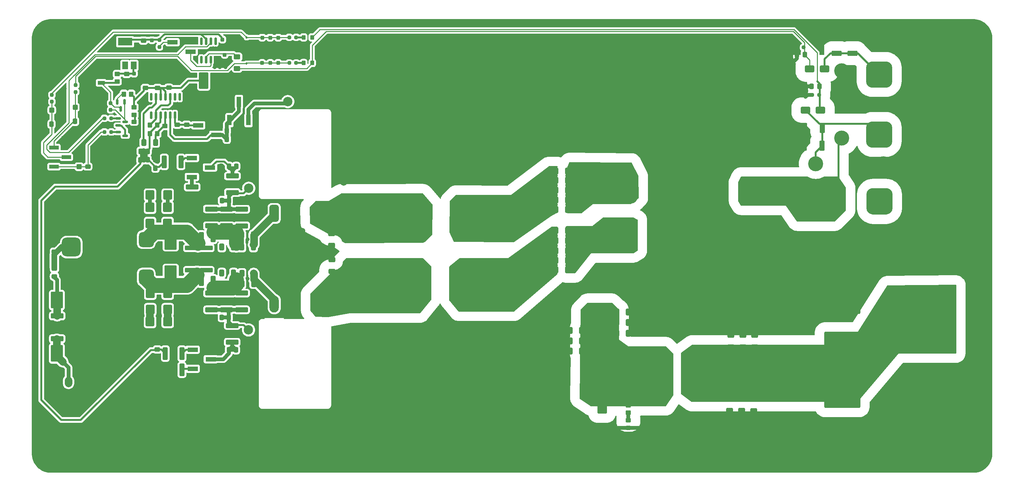
<source format=gbr>
%TF.GenerationSoftware,KiCad,Pcbnew,8.0.4-8.0.4-0~ubuntu22.04.1*%
%TF.CreationDate,2024-09-01T09:55:56+02:00*%
%TF.ProjectId,Forte_PA_Deck,466f7274-655f-4504-915f-4465636b2e6b,1.0*%
%TF.SameCoordinates,Original*%
%TF.FileFunction,Copper,L1,Top*%
%TF.FilePolarity,Positive*%
%FSLAX46Y46*%
G04 Gerber Fmt 4.6, Leading zero omitted, Abs format (unit mm)*
G04 Created by KiCad (PCBNEW 8.0.4-8.0.4-0~ubuntu22.04.1) date 2024-09-01 09:55:56*
%MOMM*%
%LPD*%
G01*
G04 APERTURE LIST*
G04 Aperture macros list*
%AMRoundRect*
0 Rectangle with rounded corners*
0 $1 Rounding radius*
0 $2 $3 $4 $5 $6 $7 $8 $9 X,Y pos of 4 corners*
0 Add a 4 corners polygon primitive as box body*
4,1,4,$2,$3,$4,$5,$6,$7,$8,$9,$2,$3,0*
0 Add four circle primitives for the rounded corners*
1,1,$1+$1,$2,$3*
1,1,$1+$1,$4,$5*
1,1,$1+$1,$6,$7*
1,1,$1+$1,$8,$9*
0 Add four rect primitives between the rounded corners*
20,1,$1+$1,$2,$3,$4,$5,0*
20,1,$1+$1,$4,$5,$6,$7,0*
20,1,$1+$1,$6,$7,$8,$9,0*
20,1,$1+$1,$8,$9,$2,$3,0*%
%AMFreePoly0*
4,1,25,-1.500000,1.420000,-1.360000,1.280000,-1.205000,1.155000,-1.035000,1.045000,-0.860000,0.950000,-0.675000,0.875000,-0.480000,0.820000,-0.280000,0.780000,-0.085000,0.765000,0.085000,0.765000,0.280000,0.780000,0.480000,0.820000,0.675000,0.875000,0.860000,0.950000,1.035000,1.045000,1.205000,1.155000,1.360000,1.280000,1.500000,1.420000,1.645000,1.595000,3.555000,1.595000,
3.555000,-0.755000,-3.555000,-0.755000,-3.555000,1.595000,-1.645000,1.595000,-1.500000,1.420000,-1.500000,1.420000,$1*%
G04 Aperture macros list end*
%TA.AperFunction,SMDPad,CuDef*%
%ADD10RoundRect,0.150000X-0.150000X0.587500X-0.150000X-0.587500X0.150000X-0.587500X0.150000X0.587500X0*%
%TD*%
%TA.AperFunction,SMDPad,CuDef*%
%ADD11RoundRect,0.150000X-0.587500X-0.150000X0.587500X-0.150000X0.587500X0.150000X-0.587500X0.150000X0*%
%TD*%
%TA.AperFunction,SMDPad,CuDef*%
%ADD12RoundRect,0.250000X0.625000X-0.400000X0.625000X0.400000X-0.625000X0.400000X-0.625000X-0.400000X0*%
%TD*%
%TA.AperFunction,SMDPad,CuDef*%
%ADD13RoundRect,0.250000X-0.350000X-0.450000X0.350000X-0.450000X0.350000X0.450000X-0.350000X0.450000X0*%
%TD*%
%TA.AperFunction,SMDPad,CuDef*%
%ADD14RoundRect,0.250000X-1.425000X0.362500X-1.425000X-0.362500X1.425000X-0.362500X1.425000X0.362500X0*%
%TD*%
%TA.AperFunction,SMDPad,CuDef*%
%ADD15RoundRect,0.250000X0.900000X-1.000000X0.900000X1.000000X-0.900000X1.000000X-0.900000X-1.000000X0*%
%TD*%
%TA.AperFunction,SMDPad,CuDef*%
%ADD16RoundRect,0.250000X-0.337500X-0.475000X0.337500X-0.475000X0.337500X0.475000X-0.337500X0.475000X0*%
%TD*%
%TA.AperFunction,SMDPad,CuDef*%
%ADD17RoundRect,0.112500X-0.112500X0.187500X-0.112500X-0.187500X0.112500X-0.187500X0.112500X0.187500X0*%
%TD*%
%TA.AperFunction,SMDPad,CuDef*%
%ADD18RoundRect,0.250000X0.337500X0.475000X-0.337500X0.475000X-0.337500X-0.475000X0.337500X-0.475000X0*%
%TD*%
%TA.AperFunction,SMDPad,CuDef*%
%ADD19RoundRect,0.250000X-0.650000X0.412500X-0.650000X-0.412500X0.650000X-0.412500X0.650000X0.412500X0*%
%TD*%
%TA.AperFunction,SMDPad,CuDef*%
%ADD20C,4.000000*%
%TD*%
%TA.AperFunction,SMDPad,CuDef*%
%ADD21R,2.510000X1.000000*%
%TD*%
%TA.AperFunction,SMDPad,CuDef*%
%ADD22R,2.790000X1.190000*%
%TD*%
%TA.AperFunction,SMDPad,CuDef*%
%ADD23RoundRect,0.237500X-0.237500X0.300000X-0.237500X-0.300000X0.237500X-0.300000X0.237500X0.300000X0*%
%TD*%
%TA.AperFunction,SMDPad,CuDef*%
%ADD24RoundRect,1.750000X-1.750000X-1.750000X1.750000X-1.750000X1.750000X1.750000X-1.750000X1.750000X0*%
%TD*%
%TA.AperFunction,SMDPad,CuDef*%
%ADD25RoundRect,0.250000X-0.450000X0.350000X-0.450000X-0.350000X0.450000X-0.350000X0.450000X0.350000X0*%
%TD*%
%TA.AperFunction,SMDPad,CuDef*%
%ADD26RoundRect,0.249999X0.450001X1.075001X-0.450001X1.075001X-0.450001X-1.075001X0.450001X-1.075001X0*%
%TD*%
%TA.AperFunction,SMDPad,CuDef*%
%ADD27RoundRect,0.249999X1.425001X-0.450001X1.425001X0.450001X-1.425001X0.450001X-1.425001X-0.450001X0*%
%TD*%
%TA.AperFunction,SMDPad,CuDef*%
%ADD28RoundRect,0.250000X1.950000X1.000000X-1.950000X1.000000X-1.950000X-1.000000X1.950000X-1.000000X0*%
%TD*%
%TA.AperFunction,SMDPad,CuDef*%
%ADD29RoundRect,0.237500X-0.250000X-0.237500X0.250000X-0.237500X0.250000X0.237500X-0.250000X0.237500X0*%
%TD*%
%TA.AperFunction,SMDPad,CuDef*%
%ADD30RoundRect,0.250000X-1.000000X1.950000X-1.000000X-1.950000X1.000000X-1.950000X1.000000X1.950000X0*%
%TD*%
%TA.AperFunction,SMDPad,CuDef*%
%ADD31RoundRect,0.250000X-0.475000X0.337500X-0.475000X-0.337500X0.475000X-0.337500X0.475000X0.337500X0*%
%TD*%
%TA.AperFunction,SMDPad,CuDef*%
%ADD32RoundRect,0.250000X0.400000X0.450000X-0.400000X0.450000X-0.400000X-0.450000X0.400000X-0.450000X0*%
%TD*%
%TA.AperFunction,SMDPad,CuDef*%
%ADD33RoundRect,0.250000X-0.412500X-0.650000X0.412500X-0.650000X0.412500X0.650000X-0.412500X0.650000X0*%
%TD*%
%TA.AperFunction,SMDPad,CuDef*%
%ADD34RoundRect,0.250000X-1.450000X0.400000X-1.450000X-0.400000X1.450000X-0.400000X1.450000X0.400000X0*%
%TD*%
%TA.AperFunction,SMDPad,CuDef*%
%ADD35RoundRect,0.150000X0.150000X-0.825000X0.150000X0.825000X-0.150000X0.825000X-0.150000X-0.825000X0*%
%TD*%
%TA.AperFunction,ComponentPad*%
%ADD36C,4.000000*%
%TD*%
%TA.AperFunction,SMDPad,CuDef*%
%ADD37R,1.190000X2.790000*%
%TD*%
%TA.AperFunction,SMDPad,CuDef*%
%ADD38RoundRect,0.250000X-1.000000X-0.650000X1.000000X-0.650000X1.000000X0.650000X-1.000000X0.650000X0*%
%TD*%
%TA.AperFunction,SMDPad,CuDef*%
%ADD39C,2.500000*%
%TD*%
%TA.AperFunction,ComponentPad*%
%ADD40O,1.600000X1.600000*%
%TD*%
%TA.AperFunction,SMDPad,CuDef*%
%ADD41RoundRect,0.250000X-1.350000X-1.975000X1.350000X-1.975000X1.350000X1.975000X-1.350000X1.975000X0*%
%TD*%
%TA.AperFunction,SMDPad,CuDef*%
%ADD42RoundRect,0.250000X1.450000X-0.400000X1.450000X0.400000X-1.450000X0.400000X-1.450000X-0.400000X0*%
%TD*%
%TA.AperFunction,SMDPad,CuDef*%
%ADD43R,1.500000X2.000000*%
%TD*%
%TA.AperFunction,SMDPad,CuDef*%
%ADD44R,3.800000X2.000000*%
%TD*%
%TA.AperFunction,SMDPad,CuDef*%
%ADD45RoundRect,0.250000X1.400000X2.000000X-1.400000X2.000000X-1.400000X-2.000000X1.400000X-2.000000X0*%
%TD*%
%TA.AperFunction,SMDPad,CuDef*%
%ADD46RoundRect,0.625000X0.625000X1.625000X-0.625000X1.625000X-0.625000X-1.625000X0.625000X-1.625000X0*%
%TD*%
%TA.AperFunction,ComponentPad*%
%ADD47O,2.500000X4.500000*%
%TD*%
%TA.AperFunction,SMDPad,CuDef*%
%ADD48O,2.500000X4.500000*%
%TD*%
%TA.AperFunction,SMDPad,CuDef*%
%ADD49RoundRect,0.250000X-0.400000X-1.450000X0.400000X-1.450000X0.400000X1.450000X-0.400000X1.450000X0*%
%TD*%
%TA.AperFunction,SMDPad,CuDef*%
%ADD50RoundRect,0.237500X0.237500X-0.300000X0.237500X0.300000X-0.237500X0.300000X-0.237500X-0.300000X0*%
%TD*%
%TA.AperFunction,SMDPad,CuDef*%
%ADD51RoundRect,0.250000X0.650000X-0.412500X0.650000X0.412500X-0.650000X0.412500X-0.650000X-0.412500X0*%
%TD*%
%TA.AperFunction,SMDPad,CuDef*%
%ADD52RoundRect,2.687500X-6.562500X2.687500X-6.562500X-2.687500X6.562500X-2.687500X6.562500X2.687500X0*%
%TD*%
%TA.AperFunction,SMDPad,CuDef*%
%ADD53RoundRect,2.687500X-6.812500X2.687500X-6.812500X-2.687500X6.812500X-2.687500X6.812500X2.687500X0*%
%TD*%
%TA.AperFunction,SMDPad,CuDef*%
%ADD54RoundRect,2.687500X6.562500X-2.687500X6.562500X2.687500X-6.562500X2.687500X-6.562500X-2.687500X0*%
%TD*%
%TA.AperFunction,SMDPad,CuDef*%
%ADD55RoundRect,2.687500X6.812500X-2.687500X6.812500X2.687500X-6.812500X2.687500X-6.812500X-2.687500X0*%
%TD*%
%TA.AperFunction,SMDPad,CuDef*%
%ADD56RoundRect,0.250000X0.412500X0.650000X-0.412500X0.650000X-0.412500X-0.650000X0.412500X-0.650000X0*%
%TD*%
%TA.AperFunction,SMDPad,CuDef*%
%ADD57RoundRect,1.250000X-1.250000X-1.250000X1.250000X-1.250000X1.250000X1.250000X-1.250000X1.250000X0*%
%TD*%
%TA.AperFunction,SMDPad,CuDef*%
%ADD58RoundRect,1.000000X-1.000000X-1.000000X1.000000X-1.000000X1.000000X1.000000X-1.000000X1.000000X0*%
%TD*%
%TA.AperFunction,SMDPad,CuDef*%
%ADD59RoundRect,0.250000X-0.900000X1.000000X-0.900000X-1.000000X0.900000X-1.000000X0.900000X1.000000X0*%
%TD*%
%TA.AperFunction,SMDPad,CuDef*%
%ADD60C,1.730000*%
%TD*%
%TA.AperFunction,SMDPad,CuDef*%
%ADD61FreePoly0,270.000000*%
%TD*%
%TA.AperFunction,SMDPad,CuDef*%
%ADD62FreePoly0,90.000000*%
%TD*%
%TA.AperFunction,SMDPad,CuDef*%
%ADD63RoundRect,0.237500X0.250000X0.237500X-0.250000X0.237500X-0.250000X-0.237500X0.250000X-0.237500X0*%
%TD*%
%TA.AperFunction,SMDPad,CuDef*%
%ADD64RoundRect,0.250000X1.000000X0.650000X-1.000000X0.650000X-1.000000X-0.650000X1.000000X-0.650000X0*%
%TD*%
%TA.AperFunction,SMDPad,CuDef*%
%ADD65RoundRect,0.249999X-1.075001X0.450001X-1.075001X-0.450001X1.075001X-0.450001X1.075001X0.450001X0*%
%TD*%
%TA.AperFunction,SMDPad,CuDef*%
%ADD66RoundRect,0.249999X4.550001X-4.150001X4.550001X4.150001X-4.550001X4.150001X-4.550001X-4.150001X0*%
%TD*%
%TA.AperFunction,SMDPad,CuDef*%
%ADD67RoundRect,0.250000X0.475000X-0.337500X0.475000X0.337500X-0.475000X0.337500X-0.475000X-0.337500X0*%
%TD*%
%TA.AperFunction,SMDPad,CuDef*%
%ADD68RoundRect,1.750000X-1.750000X1.750000X-1.750000X-1.750000X1.750000X-1.750000X1.750000X1.750000X0*%
%TD*%
%TA.AperFunction,SMDPad,CuDef*%
%ADD69RoundRect,0.250000X0.275000X0.350000X-0.275000X0.350000X-0.275000X-0.350000X0.275000X-0.350000X0*%
%TD*%
%TA.AperFunction,SMDPad,CuDef*%
%ADD70RoundRect,0.250000X-0.412500X-1.100000X0.412500X-1.100000X0.412500X1.100000X-0.412500X1.100000X0*%
%TD*%
%TA.AperFunction,SMDPad,CuDef*%
%ADD71RoundRect,0.237500X-0.237500X0.250000X-0.237500X-0.250000X0.237500X-0.250000X0.237500X0.250000X0*%
%TD*%
%TA.AperFunction,SMDPad,CuDef*%
%ADD72RoundRect,0.250000X1.000000X-1.950000X1.000000X1.950000X-1.000000X1.950000X-1.000000X-1.950000X0*%
%TD*%
%TA.AperFunction,SMDPad,CuDef*%
%ADD73RoundRect,0.250000X0.400000X1.450000X-0.400000X1.450000X-0.400000X-1.450000X0.400000X-1.450000X0*%
%TD*%
%TA.AperFunction,SMDPad,CuDef*%
%ADD74RoundRect,2.000000X2.000000X2.000000X-2.000000X2.000000X-2.000000X-2.000000X2.000000X-2.000000X0*%
%TD*%
%TA.AperFunction,SMDPad,CuDef*%
%ADD75R,1.900000X1.000000*%
%TD*%
%TA.AperFunction,SMDPad,CuDef*%
%ADD76RoundRect,0.250000X0.450000X-0.400000X0.450000X0.400000X-0.450000X0.400000X-0.450000X-0.400000X0*%
%TD*%
%TA.AperFunction,SMDPad,CuDef*%
%ADD77RoundRect,0.625000X-0.625000X-1.625000X0.625000X-1.625000X0.625000X1.625000X-0.625000X1.625000X0*%
%TD*%
%TA.AperFunction,SMDPad,CuDef*%
%ADD78RoundRect,0.250000X0.450000X-0.350000X0.450000X0.350000X-0.450000X0.350000X-0.450000X-0.350000X0*%
%TD*%
%TA.AperFunction,SMDPad,CuDef*%
%ADD79RoundRect,1.500000X-1.500000X-2.000000X1.500000X-2.000000X1.500000X2.000000X-1.500000X2.000000X0*%
%TD*%
%TA.AperFunction,SMDPad,CuDef*%
%ADD80RoundRect,5.000000X-5.000000X-5.000000X5.000000X-5.000000X5.000000X5.000000X-5.000000X5.000000X0*%
%TD*%
%TA.AperFunction,SMDPad,CuDef*%
%ADD81RoundRect,0.112500X0.112500X-0.187500X0.112500X0.187500X-0.112500X0.187500X-0.112500X-0.187500X0*%
%TD*%
%TA.AperFunction,SMDPad,CuDef*%
%ADD82RoundRect,0.250000X0.450000X-0.325000X0.450000X0.325000X-0.450000X0.325000X-0.450000X-0.325000X0*%
%TD*%
%TA.AperFunction,SMDPad,CuDef*%
%ADD83RoundRect,0.249999X-4.550001X4.150001X-4.550001X-4.150001X4.550001X-4.150001X4.550001X4.150001X0*%
%TD*%
%TA.AperFunction,SMDPad,CuDef*%
%ADD84RoundRect,1.750000X-3.250000X1.750000X-3.250000X-1.750000X3.250000X-1.750000X3.250000X1.750000X0*%
%TD*%
%TA.AperFunction,ViaPad*%
%ADD85C,1.000000*%
%TD*%
%TA.AperFunction,ViaPad*%
%ADD86C,1.750000*%
%TD*%
%TA.AperFunction,ViaPad*%
%ADD87C,9.000000*%
%TD*%
%TA.AperFunction,Conductor*%
%ADD88C,0.250000*%
%TD*%
%TA.AperFunction,Conductor*%
%ADD89C,0.500000*%
%TD*%
%TA.AperFunction,Conductor*%
%ADD90C,2.000000*%
%TD*%
%TA.AperFunction,Conductor*%
%ADD91C,1.000000*%
%TD*%
%TA.AperFunction,Conductor*%
%ADD92C,1.500000*%
%TD*%
%TA.AperFunction,Conductor*%
%ADD93C,4.000000*%
%TD*%
G04 APERTURE END LIST*
D10*
%TO.P,Q5,1,G*%
%TO.N,Net-(Q3-C)*%
X48650000Y-54100000D03*
%TO.P,Q5,2,S*%
%TO.N,Net-(Q5-S)*%
X46750000Y-54100000D03*
%TO.P,Q5,3,D*%
%TO.N,+12V*%
X47700000Y-55975000D03*
%TD*%
D11*
%TO.P,Q4,1,B*%
%TO.N,Net-(Q4-B)*%
X47025000Y-62150000D03*
%TO.P,Q4,2,E*%
%TO.N,GND*%
X47025000Y-64050000D03*
%TO.P,Q4,3,C*%
%TO.N,Net-(Q3-E)*%
X48900000Y-63100000D03*
%TD*%
%TO.P,Q3,1,B*%
%TO.N,Net-(Q3-B)*%
X47025000Y-58450000D03*
%TO.P,Q3,2,E*%
%TO.N,Net-(Q3-E)*%
X47025000Y-60350000D03*
%TO.P,Q3,3,C*%
%TO.N,Net-(Q3-C)*%
X48900000Y-59400000D03*
%TD*%
D12*
%TO.P,R20,1*%
%TO.N,Net-(D14-K)*%
X78700000Y-45150000D03*
%TO.P,R20,2*%
%TO.N,Net-(U2--)*%
X78700000Y-42050000D03*
%TD*%
D13*
%TO.P,R33,1*%
%TO.N,/Bias_regulation/Bias_Voltage*%
X55450000Y-62500000D03*
%TO.P,R33,2*%
%TO.N,Net-(U3--)*%
X57450000Y-62500000D03*
%TD*%
D14*
%TO.P,R5,1*%
%TO.N,/To_GateA*%
X66500000Y-93037500D03*
%TO.P,R5,2*%
%TO.N,/To_GateB*%
X66500000Y-98962500D03*
%TD*%
D15*
%TO.P,D7,1,K*%
%TO.N,/To_GateA*%
X60150000Y-86500000D03*
%TO.P,D7,2,A*%
%TO.N,Net-(D6-A)*%
X60150000Y-82200000D03*
%TD*%
D16*
%TO.P,R39,1*%
%TO.N,Net-(C68-Pad1)*%
X78462500Y-71250000D03*
%TO.P,R39,2*%
%TO.N,GND*%
X80537500Y-71250000D03*
%TD*%
D17*
%TO.P,D16,1,A1*%
%TO.N,/SWR_Meter/FWD_PWR*%
X81229200Y-36872200D03*
%TO.P,D16,2,A2*%
%TO.N,GND*%
X81229200Y-38972200D03*
%TD*%
D18*
%TO.P,C43,1*%
%TO.N,Net-(D14-K)*%
X230018500Y-41452800D03*
%TO.P,C43,2*%
%TO.N,GND*%
X227943500Y-41452800D03*
%TD*%
D19*
%TO.P,R6,1*%
%TO.N,48V_IN*%
X216450000Y-133287500D03*
%TO.P,R6,2*%
%TO.N,GND*%
X216450000Y-136412500D03*
%TD*%
D20*
%TO.P,J3,1,Pin_1*%
%TO.N,48V_IN*%
X256790000Y-106400000D03*
X256790000Y-117200000D03*
X262000000Y-106400000D03*
X262000000Y-117200000D03*
X267210000Y-106400000D03*
X267210000Y-117200000D03*
%TD*%
D21*
%TO.P,J5,1,Pin_1*%
%TO.N,GND*%
X33200000Y-73870000D03*
%TO.P,J5,2,Pin_2*%
%TO.N,/Bias_regulation/Bias_EN*%
X29890000Y-71330000D03*
%TO.P,J5,3,Pin_3*%
%TO.N,Net-(D12-A2)*%
X33200000Y-68790000D03*
%TO.P,J5,4,Pin_4*%
%TO.N,Net-(D13-A2)*%
X29890000Y-66250000D03*
%TO.P,J5,5,Pin_5*%
%TO.N,GND*%
X33200000Y-63710000D03*
%TD*%
D22*
%TO.P,RV5,1,1*%
%TO.N,Net-(R37-Pad2)*%
X66870000Y-120160000D03*
%TO.P,RV5,2,2*%
%TO.N,Net-(C69-Pad1)*%
X71700000Y-122700000D03*
%TO.P,RV5,3,3*%
%TO.N,Net-(R38-Pad1)*%
X66870000Y-125240000D03*
%TD*%
D23*
%TO.P,C45,1*%
%TO.N,Net-(U2--)*%
X75400000Y-41537500D03*
%TO.P,C45,2*%
%TO.N,GND*%
X75400000Y-43262500D03*
%TD*%
%TO.P,C51,1*%
%TO.N,/SWR_Meter/FWD_PWR*%
X89662000Y-36959200D03*
%TO.P,C51,2*%
%TO.N,GND*%
X89662000Y-38684200D03*
%TD*%
D24*
%TO.P,L5,1,1*%
%TO.N,Net-(D15-A)*%
X249850000Y-62750000D03*
%TO.P,L5,2,2*%
%TO.N,Net-(D14-A)*%
X249850000Y-46750000D03*
D20*
%TO.P,L5,3,3*%
%TO.N,GND*%
X239850000Y-45750000D03*
%TO.P,L5,4,4*%
%TO.N,/SWR_Meter/IN*%
X239850000Y-63750000D03*
%TD*%
D25*
%TO.P,R34,1*%
%TO.N,Net-(U3--)*%
X59475000Y-60500000D03*
%TO.P,R34,2*%
%TO.N,GND*%
X59475000Y-62500000D03*
%TD*%
D18*
%TO.P,C65,1*%
%TO.N,/Bias_regulation/Bias_Voltage*%
X52987500Y-67250000D03*
%TO.P,C65,2*%
%TO.N,GND*%
X50912500Y-67250000D03*
%TD*%
D26*
%TO.P,R21,1*%
%TO.N,Net-(D15-A)*%
X234650000Y-65750000D03*
%TO.P,R21,2*%
%TO.N,GND*%
X229850000Y-65750000D03*
%TD*%
D27*
%TO.P,R2,1*%
%TO.N,Net-(J1-In)*%
X30750000Y-117250000D03*
%TO.P,R2,2*%
%TO.N,Net-(C1-Pad1)*%
X30750000Y-111150000D03*
%TD*%
D28*
%TO.P,C10,1*%
%TO.N,+48V*%
X173150000Y-128000000D03*
%TO.P,C10,2*%
%TO.N,GND*%
X164750000Y-128000000D03*
%TD*%
D29*
%TO.P,R25,1*%
%TO.N,/SWR_Meter/FWD_PWR*%
X92612200Y-36856500D03*
%TO.P,R25,2*%
%TO.N,Net-(L7-Pad2)*%
X94437200Y-36856500D03*
%TD*%
D30*
%TO.P,C53,1*%
%TO.N,/Bias_regulation/Bias_DC_IN*%
X69800000Y-48400000D03*
%TO.P,C53,2*%
%TO.N,GND*%
X69800000Y-56800000D03*
%TD*%
D31*
%TO.P,C39,1*%
%TO.N,Net-(U1-VI)*%
X49250000Y-46612500D03*
%TO.P,C39,2*%
%TO.N,GND*%
X49250000Y-48687500D03*
%TD*%
D32*
%TO.P,D12,1,A1*%
%TO.N,GND*%
X32200000Y-56250000D03*
%TO.P,D12,2,A2*%
%TO.N,Net-(D12-A2)*%
X29300000Y-56250000D03*
%TD*%
D33*
%TO.P,C28,1*%
%TO.N,/ATLT_OUT*%
X163635000Y-77620000D03*
%TO.P,C28,2*%
%TO.N,Net-(C26-Pad2)*%
X166760000Y-77620000D03*
%TD*%
D34*
%TO.P,R41,1*%
%TO.N,Net-(C68-Pad1)*%
X77450000Y-73825000D03*
%TO.P,R41,2*%
%TO.N,Net-(C70-Pad1)*%
X77450000Y-78275000D03*
%TD*%
D35*
%TO.P,U3,1,NC*%
%TO.N,unconnected-(U3-NC-Pad1)*%
X55800000Y-57650000D03*
%TO.P,U3,2,ILIM*%
%TO.N,Net-(U3-ILIM)*%
X57070000Y-57650000D03*
%TO.P,U3,3,CSEN*%
%TO.N,/Bias_regulation/Bias_Voltage*%
X58340000Y-57650000D03*
%TO.P,U3,4,-*%
%TO.N,Net-(U3--)*%
X59610000Y-57650000D03*
%TO.P,U3,5,+*%
%TO.N,Net-(U3-+)*%
X60880000Y-57650000D03*
%TO.P,U3,6,VREF*%
%TO.N,Net-(U3-VREF)*%
X62150000Y-57650000D03*
%TO.P,U3,7,V-*%
%TO.N,GND*%
X63420000Y-57650000D03*
%TO.P,U3,8,NC*%
%TO.N,unconnected-(U3-NC-Pad8)*%
X63420000Y-52700000D03*
%TO.P,U3,9,VZ*%
%TO.N,unconnected-(U3-VZ-Pad9)*%
X62150000Y-52700000D03*
%TO.P,U3,10,Vout*%
%TO.N,Net-(U3-ILIM)*%
X60880000Y-52700000D03*
%TO.P,U3,11,VC*%
%TO.N,/Bias_regulation/Bias_DC_IN*%
X59610000Y-52700000D03*
%TO.P,U3,12,V+*%
X58340000Y-52700000D03*
%TO.P,U3,13,FC*%
%TO.N,Net-(U3-FC)*%
X57070000Y-52700000D03*
%TO.P,U3,14,NC*%
%TO.N,unconnected-(U3-NC-Pad14)*%
X55800000Y-52700000D03*
%TD*%
D16*
%TO.P,C61,1*%
%TO.N,Net-(U3-+)*%
X75962500Y-61750000D03*
%TO.P,C61,2*%
%TO.N,GND*%
X78037500Y-61750000D03*
%TD*%
D34*
%TO.P,R43,1*%
%TO.N,Net-(C70-Pad1)*%
X75900000Y-82675000D03*
%TO.P,R43,2*%
%TO.N,/Bias_regulation/A_MOS_G*%
X75900000Y-87125000D03*
%TD*%
D33*
%TO.P,C20,1*%
%TO.N,+48V*%
X179882500Y-110100000D03*
%TO.P,C20,2*%
%TO.N,GND*%
X183007500Y-110100000D03*
%TD*%
D18*
%TO.P,C64,1*%
%TO.N,/Bias_regulation/Bias_Voltage*%
X52950000Y-69575000D03*
%TO.P,C64,2*%
%TO.N,GND*%
X50875000Y-69575000D03*
%TD*%
D32*
%TO.P,D13,1,A1*%
%TO.N,GND*%
X38450000Y-55500000D03*
%TO.P,D13,2,A2*%
%TO.N,Net-(D13-A2)*%
X35550000Y-55500000D03*
%TD*%
D36*
%TO.P,J4,1,Pin_1*%
%TO.N,GND*%
X256790000Y-128000000D03*
X256790000Y-138800000D03*
X262000000Y-128000000D03*
X262000000Y-138800000D03*
X267210000Y-128000000D03*
X267210000Y-138800000D03*
%TD*%
D37*
%TO.P,RV3,1,1*%
%TO.N,Net-(U3-+)*%
X76660000Y-58915000D03*
%TO.P,RV3,2,2*%
X79200000Y-54085000D03*
%TO.P,RV3,3,3*%
%TO.N,Net-(RV3-Pad3)*%
X81740000Y-58915000D03*
%TD*%
D22*
%TO.P,RV4,1,1*%
%TO.N,Net-(R35-Pad2)*%
X66650000Y-69020000D03*
%TO.P,RV4,2,2*%
%TO.N,Net-(C68-Pad1)*%
X71480000Y-71560000D03*
%TO.P,RV4,3,3*%
%TO.N,Net-(R36-Pad1)*%
X66650000Y-74100000D03*
%TD*%
D38*
%TO.P,D14,1,K*%
%TO.N,Net-(D14-K)*%
X231325000Y-45300000D03*
%TO.P,D14,2,A*%
%TO.N,Net-(D14-A)*%
X235325000Y-45300000D03*
%TD*%
D39*
%TO.P,TH1,1*%
%TO.N,Net-(RV3-Pad3)*%
X92210000Y-54000000D03*
D40*
%TO.P,TH1,2*%
%TO.N,GND*%
X94750000Y-54000000D03*
%TD*%
D41*
%TO.P,R3,1*%
%TO.N,Net-(C1-Pad1)*%
X30674000Y-106934000D03*
%TO.P,R3,2*%
%TO.N,GND*%
X35874000Y-106934000D03*
%TD*%
D33*
%TO.P,C29,1*%
%TO.N,/ATLT_OUT*%
X163637500Y-82750000D03*
%TO.P,C29,2*%
%TO.N,Net-(C26-Pad2)*%
X166762500Y-82750000D03*
%TD*%
D42*
%TO.P,R47,1*%
%TO.N,Net-(C71-Pad1)*%
X75900000Y-109525000D03*
%TO.P,R47,2*%
%TO.N,/Bias_regulation/B_MOS_G*%
X75900000Y-105075000D03*
%TD*%
D43*
%TO.P,U1,1,GND*%
%TO.N,GND*%
X46550000Y-44325000D03*
%TO.P,U1,2,VO*%
%TO.N,+5V*%
X48850000Y-44325000D03*
D44*
X48850000Y-38025000D03*
D43*
%TO.P,U1,3,VI*%
%TO.N,Net-(U1-VI)*%
X51150000Y-44325000D03*
%TD*%
D35*
%TO.P,U2,1,VOS*%
%TO.N,unconnected-(U2-VOS-Pad1)*%
X69140000Y-42825000D03*
%TO.P,U2,2,-*%
%TO.N,Net-(U2--)*%
X70410000Y-42825000D03*
%TO.P,U2,3,+*%
%TO.N,Net-(U2-+)*%
X71680000Y-42825000D03*
%TO.P,U2,4,V-*%
%TO.N,GND*%
X72950000Y-42825000D03*
%TO.P,U2,5,NC*%
%TO.N,unconnected-(U2-NC-Pad5)*%
X72950000Y-37875000D03*
%TO.P,U2,6*%
%TO.N,/Bias_regulation/~{HIGH_SWR}*%
X71680000Y-37875000D03*
%TO.P,U2,7,V+*%
%TO.N,+5V*%
X70410000Y-37875000D03*
%TO.P,U2,8,VOS*%
%TO.N,unconnected-(U2-VOS-Pad8)*%
X69140000Y-37875000D03*
%TD*%
D22*
%TO.P,RV2,1,1*%
%TO.N,Net-(U3-VREF)*%
X68335000Y-60300000D03*
%TO.P,RV2,2,2*%
%TO.N,Net-(U3-+)*%
X73165000Y-62840000D03*
%TO.P,RV2,3,3*%
%TO.N,GND*%
X68335000Y-65380000D03*
%TD*%
D33*
%TO.P,R10,1*%
%TO.N,/Bias_regulation/B_MOS_G*%
X79987500Y-99800000D03*
%TO.P,R10,2*%
%TO.N,Net-(Q2-G)*%
X83112500Y-99800000D03*
%TD*%
D39*
%TO.P,TH3,1*%
%TO.N,Net-(C71-Pad1)*%
X81750000Y-114900000D03*
D40*
%TO.P,TH3,2*%
%TO.N,GND*%
X81750000Y-117440000D03*
%TD*%
D15*
%TO.P,D8,1,K*%
%TO.N,Net-(D8-K)*%
X60200000Y-109450000D03*
%TO.P,D8,2,A*%
%TO.N,/To_GateB*%
X60200000Y-105150000D03*
%TD*%
D33*
%TO.P,C30,1*%
%TO.N,/ATLT_OUT*%
X163637500Y-80250000D03*
%TO.P,C30,2*%
%TO.N,Net-(C26-Pad2)*%
X166762500Y-80250000D03*
%TD*%
D45*
%TO.P,D5,1,A1*%
%TO.N,/To_GateB*%
X61000000Y-100000000D03*
%TO.P,D5,2,A2*%
%TO.N,/To_GateA*%
X61000000Y-91200000D03*
%TD*%
D33*
%TO.P,C26,1*%
%TO.N,/ATLT_OUT*%
X163637500Y-72500000D03*
%TO.P,C26,2*%
%TO.N,Net-(C26-Pad2)*%
X166762500Y-72500000D03*
%TD*%
D15*
%TO.P,D1,1,K*%
%TO.N,Net-(D1-K)*%
X55500000Y-78900000D03*
%TO.P,D1,2,A*%
%TO.N,GND*%
X55500000Y-74600000D03*
%TD*%
D46*
%TO.P,Q2,1,D*%
%TO.N,/BMOS_D*%
X99500000Y-108000000D03*
D47*
%TO.P,Q2,2,S*%
%TO.N,GND*%
X94050000Y-108000000D03*
D48*
%TO.P,Q2,3,G*%
%TO.N,Net-(Q2-G)*%
X88600000Y-108000000D03*
%TD*%
D49*
%TO.P,R35,1*%
%TO.N,/Bias_regulation/Bias_Voltage*%
X59290000Y-70060000D03*
%TO.P,R35,2*%
%TO.N,Net-(R35-Pad2)*%
X63740000Y-70060000D03*
%TD*%
D33*
%TO.P,C60,1*%
%TO.N,Net-(U3-FC)*%
X53834900Y-64897000D03*
%TO.P,C60,2*%
%TO.N,Net-(U3--)*%
X56959900Y-64897000D03*
%TD*%
D13*
%TO.P,R31,1*%
%TO.N,Net-(Q5-S)*%
X48500000Y-52000000D03*
%TO.P,R31,2*%
%TO.N,/Bias_regulation/Bias_DC_IN*%
X50500000Y-52000000D03*
%TD*%
D16*
%TO.P,C72,1*%
%TO.N,Net-(C70-Pad1)*%
X76512500Y-80375000D03*
%TO.P,C72,2*%
%TO.N,GND*%
X78587500Y-80375000D03*
%TD*%
D33*
%TO.P,R9,1*%
%TO.N,/Bias_regulation/B_MOS_G*%
X79987500Y-102550000D03*
%TO.P,R9,2*%
%TO.N,Net-(Q2-G)*%
X83112500Y-102550000D03*
%TD*%
D31*
%TO.P,C2,1*%
%TO.N,GND*%
X30000000Y-91962500D03*
%TO.P,C2,2*%
%TO.N,Net-(C1-Pad2)*%
X30000000Y-94037500D03*
%TD*%
D30*
%TO.P,C8,1*%
%TO.N,+48V*%
X176000000Y-135000000D03*
%TO.P,C8,2*%
%TO.N,GND*%
X176000000Y-143400000D03*
%TD*%
D50*
%TO.P,C48,1*%
%TO.N,/SWR_Meter/REF_PWR*%
X85369400Y-43662600D03*
%TO.P,C48,2*%
%TO.N,GND*%
X85369400Y-41937600D03*
%TD*%
D42*
%TO.P,R42,1*%
%TO.N,Net-(C69-Pad1)*%
X77400000Y-118175000D03*
%TO.P,R42,2*%
%TO.N,Net-(C71-Pad1)*%
X77400000Y-113725000D03*
%TD*%
D16*
%TO.P,C69,1*%
%TO.N,Net-(C69-Pad1)*%
X78400000Y-120200000D03*
%TO.P,C69,2*%
%TO.N,GND*%
X80475000Y-120200000D03*
%TD*%
D51*
%TO.P,C23,1*%
%TO.N,48V_IN*%
X210300000Y-119462500D03*
%TO.P,C23,2*%
%TO.N,GND*%
X210300000Y-116337500D03*
%TD*%
D50*
%TO.P,C50,1*%
%TO.N,/SWR_Meter/REF_PWR*%
X87558400Y-43662600D03*
%TO.P,C50,2*%
%TO.N,GND*%
X87558400Y-41937600D03*
%TD*%
D52*
%TO.P,T1,1,AA*%
%TO.N,/AMOS_D*%
X121000000Y-85000000D03*
D53*
%TO.P,T1,2,2*%
%TO.N,/ATLT_OUT*%
X145000000Y-85000000D03*
D54*
%TO.P,T1,3,3*%
%TO.N,/BMOS_D*%
X121000000Y-102000000D03*
D55*
%TO.P,T1,4,4*%
%TO.N,/BTLT_OUT*%
X145000000Y-102000000D03*
%TD*%
D56*
%TO.P,C18,1*%
%TO.N,+48V*%
X170562500Y-115000000D03*
%TO.P,C18,2*%
%TO.N,GND*%
X167437500Y-115000000D03*
%TD*%
D57*
%TO.P,L1,1,1*%
%TO.N,GND*%
X34500000Y-98787500D03*
D58*
X54500000Y-95787500D03*
D57*
%TO.P,L1,2,2*%
%TO.N,Net-(C1-Pad2)*%
X34500000Y-92787500D03*
D58*
%TO.P,L1,3,3*%
%TO.N,/To_GateA*%
X54500000Y-90787500D03*
%TO.P,L1,4,4*%
%TO.N,/To_GateB*%
X54500000Y-100787500D03*
%TD*%
D59*
%TO.P,D2,1,K*%
%TO.N,Net-(D1-K)*%
X55500000Y-82200000D03*
%TO.P,D2,2,A*%
%TO.N,/To_GateA*%
X55500000Y-86500000D03*
%TD*%
D50*
%TO.P,C52,1*%
%TO.N,/SWR_Meter/REF_PWR*%
X89636600Y-43686900D03*
%TO.P,C52,2*%
%TO.N,GND*%
X89636600Y-41961900D03*
%TD*%
D33*
%TO.P,R7,1*%
%TO.N,/Bias_regulation/A_MOS_G*%
X79937500Y-89550000D03*
%TO.P,R7,2*%
%TO.N,Net-(Q1-G)*%
X83062500Y-89550000D03*
%TD*%
D42*
%TO.P,R48,1*%
%TO.N,Net-(C71-Pad1)*%
X79900000Y-109525000D03*
%TO.P,R48,2*%
%TO.N,/Bias_regulation/B_MOS_G*%
X79900000Y-105075000D03*
%TD*%
D60*
%TO.P,J1,1,In*%
%TO.N,Net-(J1-In)*%
X33775000Y-129175000D03*
D61*
%TO.P,J1,2,Ext*%
%TO.N,GND*%
X30975000Y-129175000D03*
D62*
X36575000Y-129175000D03*
%TD*%
D23*
%TO.P,C49,1*%
%TO.N,/SWR_Meter/FWD_PWR*%
X87528400Y-36959200D03*
%TO.P,C49,2*%
%TO.N,GND*%
X87528400Y-38684200D03*
%TD*%
D59*
%TO.P,D9,1,K*%
%TO.N,Net-(D8-K)*%
X60200000Y-112700000D03*
%TO.P,D9,2,A*%
%TO.N,GND*%
X60200000Y-117000000D03*
%TD*%
D34*
%TO.P,R45,1*%
%TO.N,Net-(C70-Pad1)*%
X79950000Y-82700000D03*
%TO.P,R45,2*%
%TO.N,/Bias_regulation/A_MOS_G*%
X79950000Y-87150000D03*
%TD*%
D33*
%TO.P,C31,1*%
%TO.N,/BTLT_OUT*%
X163637500Y-98900000D03*
%TO.P,C31,2*%
%TO.N,Net-(C31-Pad2)*%
X166762500Y-98900000D03*
%TD*%
D25*
%TO.P,R13,1*%
%TO.N,+48V*%
X183000000Y-135000000D03*
%TO.P,R13,2*%
%TO.N,Net-(D10-A)*%
X183000000Y-137000000D03*
%TD*%
D63*
%TO.P,R19,1*%
%TO.N,Net-(D14-K)*%
X229715700Y-39547800D03*
%TO.P,R19,2*%
%TO.N,GND*%
X227890700Y-39547800D03*
%TD*%
D56*
%TO.P,C14,1*%
%TO.N,+48V*%
X170562500Y-120550000D03*
%TO.P,C14,2*%
%TO.N,GND*%
X167437500Y-120550000D03*
%TD*%
D16*
%TO.P,C63,1*%
%TO.N,/Bias_regulation/Bias_Voltage*%
X54837500Y-69500000D03*
%TO.P,C63,2*%
%TO.N,GND*%
X56912500Y-69500000D03*
%TD*%
D30*
%TO.P,C15,1*%
%TO.N,48V_IN*%
X223750000Y-131800000D03*
%TO.P,C15,2*%
%TO.N,GND*%
X223750000Y-140200000D03*
%TD*%
D64*
%TO.P,D15,1,K*%
%TO.N,Net-(D15-K)*%
X234225000Y-56250000D03*
%TO.P,D15,2,A*%
%TO.N,Net-(D15-A)*%
X230225000Y-56250000D03*
%TD*%
D23*
%TO.P,C40,1*%
%TO.N,Net-(U1-VI)*%
X51250000Y-46537500D03*
%TO.P,C40,2*%
%TO.N,GND*%
X51250000Y-48262500D03*
%TD*%
D63*
%TO.P,R24,1*%
%TO.N,Net-(D15-K)*%
X233812500Y-52200000D03*
%TO.P,R24,2*%
%TO.N,GND*%
X231987500Y-52200000D03*
%TD*%
D19*
%TO.P,C25,1*%
%TO.N,48V_IN*%
X209950000Y-133237500D03*
%TO.P,C25,2*%
%TO.N,GND*%
X209950000Y-136362500D03*
%TD*%
D65*
%TO.P,R18,1*%
%TO.N,GND*%
X238475000Y-36275000D03*
%TO.P,R18,2*%
%TO.N,Net-(D14-A)*%
X238475000Y-41075000D03*
%TD*%
D16*
%TO.P,C37,1*%
%TO.N,Net-(D12-A2)*%
X29237500Y-60000000D03*
%TO.P,C37,2*%
%TO.N,GND*%
X31312500Y-60000000D03*
%TD*%
D33*
%TO.P,C22,1*%
%TO.N,+48V*%
X179875000Y-112900000D03*
%TO.P,C22,2*%
%TO.N,GND*%
X183000000Y-112900000D03*
%TD*%
D66*
%TO.P,C7,1*%
%TO.N,48V_IN*%
X240000000Y-119750000D03*
%TO.P,C7,2*%
%TO.N,GND*%
X240000000Y-106250000D03*
%TD*%
D22*
%TO.P,RV1,1,1*%
%TO.N,Net-(R23-Pad2)*%
X61495000Y-38160000D03*
%TO.P,RV1,2,2*%
%TO.N,Net-(U2-+)*%
X66325000Y-40700000D03*
%TO.P,RV1,3,3*%
%TO.N,GND*%
X61495000Y-43240000D03*
%TD*%
D41*
%TO.P,R1,1*%
%TO.N,Net-(J1-In)*%
X30650000Y-121158000D03*
%TO.P,R1,2*%
%TO.N,GND*%
X35850000Y-121158000D03*
%TD*%
D51*
%TO.P,C21,1*%
%TO.N,48V_IN*%
X213500000Y-119467500D03*
%TO.P,C21,2*%
%TO.N,GND*%
X213500000Y-116342500D03*
%TD*%
D25*
%TO.P,R30,1*%
%TO.N,/Bias_regulation/Bias_DC_IN*%
X51250000Y-55500000D03*
%TO.P,R30,2*%
%TO.N,Net-(D18-A)*%
X51250000Y-57500000D03*
%TD*%
D67*
%TO.P,C54,1*%
%TO.N,/Bias_regulation/Bias_DC_IN*%
X54250000Y-50350000D03*
%TO.P,C54,2*%
%TO.N,GND*%
X54250000Y-48275000D03*
%TD*%
D65*
%TO.P,R17,1*%
%TO.N,GND*%
X242750000Y-36275000D03*
%TO.P,R17,2*%
%TO.N,Net-(D14-A)*%
X242750000Y-41075000D03*
%TD*%
D31*
%TO.P,C58,1*%
%TO.N,Net-(U3-VREF)*%
X62750000Y-60162500D03*
%TO.P,C58,2*%
%TO.N,GND*%
X62750000Y-62237500D03*
%TD*%
D18*
%TO.P,R40,1*%
%TO.N,Net-(C69-Pad1)*%
X76537500Y-120200000D03*
%TO.P,R40,2*%
%TO.N,GND*%
X74462500Y-120200000D03*
%TD*%
D68*
%TO.P,L6,1,1*%
%TO.N,/SWR_Meter/IN*%
X233950000Y-80600000D03*
%TO.P,L6,2,2*%
%TO.N,/SWR_Meter/OUT*%
X249950000Y-80600000D03*
D20*
%TO.P,L6,3,3*%
%TO.N,GND*%
X250950000Y-70600000D03*
%TO.P,L6,4,4*%
%TO.N,Net-(D15-A)*%
X232950000Y-70600000D03*
%TD*%
D69*
%TO.P,L8,1*%
%TO.N,Net-(D14-K)*%
X98736800Y-43689100D03*
%TO.P,L8,2*%
%TO.N,Net-(L8-Pad2)*%
X96436800Y-43689100D03*
%TD*%
D15*
%TO.P,D4,1,K*%
%TO.N,GND*%
X55500000Y-117000000D03*
%TO.P,D4,2,A*%
%TO.N,Net-(D3-A)*%
X55500000Y-112700000D03*
%TD*%
D18*
%TO.P,C68,1*%
%TO.N,Net-(C68-Pad1)*%
X76537500Y-71250000D03*
%TO.P,C68,2*%
%TO.N,GND*%
X74462500Y-71250000D03*
%TD*%
D51*
%TO.P,C12,1*%
%TO.N,/BMOS_D*%
X104000000Y-99312500D03*
%TO.P,C12,2*%
%TO.N,GND*%
X104000000Y-96187500D03*
%TD*%
D70*
%TO.P,C4,1*%
%TO.N,/To_GateB*%
X69187500Y-101850000D03*
%TO.P,C4,2*%
%TO.N,/Bias_regulation/B_MOS_G*%
X72312500Y-101850000D03*
%TD*%
D18*
%TO.P,C44,1*%
%TO.N,Net-(D15-K)*%
X233937500Y-49950000D03*
%TO.P,C44,2*%
%TO.N,GND*%
X231862500Y-49950000D03*
%TD*%
D71*
%TO.P,R29,1*%
%TO.N,+12V*%
X45000000Y-54387500D03*
%TO.P,R29,2*%
%TO.N,Net-(Q3-C)*%
X45000000Y-56212500D03*
%TD*%
D72*
%TO.P,C13,1*%
%TO.N,48V_IN*%
X224000000Y-121200000D03*
%TO.P,C13,2*%
%TO.N,GND*%
X224000000Y-112800000D03*
%TD*%
D73*
%TO.P,R38,1*%
%TO.N,Net-(R38-Pad1)*%
X64010000Y-125550000D03*
%TO.P,R38,2*%
%TO.N,GND*%
X59560000Y-125550000D03*
%TD*%
D31*
%TO.P,C66,1*%
%TO.N,/Bias_regulation/Bias_Voltage*%
X57435000Y-120112500D03*
%TO.P,C66,2*%
%TO.N,GND*%
X57435000Y-122187500D03*
%TD*%
D26*
%TO.P,R22,1*%
%TO.N,Net-(D15-A)*%
X234725000Y-61000000D03*
%TO.P,R22,2*%
%TO.N,GND*%
X229925000Y-61000000D03*
%TD*%
D33*
%TO.P,C35,1*%
%TO.N,/BTLT_OUT*%
X163637500Y-96350000D03*
%TO.P,C35,2*%
%TO.N,Net-(C31-Pad2)*%
X166762500Y-96350000D03*
%TD*%
D70*
%TO.P,C3,1*%
%TO.N,/To_GateA*%
X69187500Y-90150000D03*
%TO.P,C3,2*%
%TO.N,/Bias_regulation/A_MOS_G*%
X72312500Y-90150000D03*
%TD*%
D74*
%TO.P,L2,1,1*%
%TO.N,48V_IN*%
X203750000Y-126000000D03*
%TO.P,L2,2,2*%
%TO.N,+48V*%
X188750000Y-126000000D03*
%TD*%
D59*
%TO.P,D3,1,K*%
%TO.N,/To_GateB*%
X55550000Y-105150000D03*
%TO.P,D3,2,A*%
%TO.N,Net-(D3-A)*%
X55550000Y-109450000D03*
%TD*%
D71*
%TO.P,R23,1*%
%TO.N,+5V*%
X58000000Y-37587500D03*
%TO.P,R23,2*%
%TO.N,Net-(R23-Pad2)*%
X58000000Y-39412500D03*
%TD*%
D51*
%TO.P,C19,1*%
%TO.N,48V_IN*%
X216700000Y-119462500D03*
%TO.P,C19,2*%
%TO.N,GND*%
X216700000Y-116337500D03*
%TD*%
D75*
%TO.P,J2,1,Pin_1*%
%TO.N,+12V*%
X42500000Y-49000000D03*
%TO.P,J2,2,Pin_2*%
%TO.N,GND*%
X39200000Y-51540000D03*
%TD*%
D67*
%TO.P,C56,1*%
%TO.N,/Bias_regulation/Bias_DC_IN*%
X60500000Y-50287500D03*
%TO.P,C56,2*%
%TO.N,GND*%
X60500000Y-48212500D03*
%TD*%
D59*
%TO.P,D6,1,K*%
%TO.N,GND*%
X60200000Y-74600000D03*
%TO.P,D6,2,A*%
%TO.N,Net-(D6-A)*%
X60200000Y-78900000D03*
%TD*%
D31*
%TO.P,C57,1*%
%TO.N,Net-(U3-VREF)*%
X65250000Y-60162500D03*
%TO.P,C57,2*%
%TO.N,GND*%
X65250000Y-62237500D03*
%TD*%
D33*
%TO.P,C32,1*%
%TO.N,/BTLT_OUT*%
X163637500Y-88400000D03*
%TO.P,C32,2*%
%TO.N,Net-(C31-Pad2)*%
X166762500Y-88400000D03*
%TD*%
D19*
%TO.P,C17,1*%
%TO.N,48V_IN*%
X213200000Y-133232500D03*
%TO.P,C17,2*%
%TO.N,GND*%
X213200000Y-136357500D03*
%TD*%
D13*
%TO.P,R32,2*%
%TO.N,/Bias_regulation/Bias_Voltage*%
X57450000Y-60250000D03*
%TO.P,R32,1*%
%TO.N,Net-(U3-ILIM)*%
X55450000Y-60250000D03*
%TD*%
D76*
%TO.P,D11,1,A1*%
%TO.N,GND*%
X36575000Y-74250000D03*
%TO.P,D11,2,A2*%
%TO.N,/Bias_regulation/Bias_EN*%
X36575000Y-71350000D03*
%TD*%
D14*
%TO.P,R4,1*%
%TO.N,/To_GateA*%
X70500000Y-93037500D03*
%TO.P,R4,2*%
%TO.N,/To_GateB*%
X70500000Y-98962500D03*
%TD*%
D77*
%TO.P,Q1,1,G*%
%TO.N,Net-(Q1-G)*%
X88600000Y-83800000D03*
D47*
%TO.P,Q1,2,S*%
%TO.N,GND*%
X94050000Y-83800000D03*
D77*
%TO.P,Q1,3,D*%
%TO.N,/AMOS_D*%
X99500000Y-83800000D03*
%TD*%
D34*
%TO.P,R44,1*%
%TO.N,Net-(C70-Pad1)*%
X71850000Y-82650000D03*
%TO.P,R44,2*%
%TO.N,/Bias_regulation/A_MOS_G*%
X71850000Y-87100000D03*
%TD*%
D33*
%TO.P,C34,1*%
%TO.N,/BTLT_OUT*%
X163637500Y-93750000D03*
%TO.P,C34,2*%
%TO.N,Net-(C31-Pad2)*%
X166762500Y-93750000D03*
%TD*%
D29*
%TO.P,R27,1*%
%TO.N,/Bias_regulation/~{HIGH_SWR}*%
X43337500Y-58450000D03*
%TO.P,R27,2*%
%TO.N,Net-(Q3-B)*%
X45162500Y-58450000D03*
%TD*%
D42*
%TO.P,R46,1*%
%TO.N,Net-(C71-Pad1)*%
X71900000Y-109525000D03*
%TO.P,R46,2*%
%TO.N,/Bias_regulation/B_MOS_G*%
X71900000Y-105075000D03*
%TD*%
D39*
%TO.P,TH2,1*%
%TO.N,Net-(C70-Pad1)*%
X81800000Y-77100000D03*
D40*
%TO.P,TH2,2*%
%TO.N,GND*%
X81800000Y-74560000D03*
%TD*%
D67*
%TO.P,C1,1*%
%TO.N,Net-(C1-Pad1)*%
X30000000Y-100637500D03*
%TO.P,C1,2*%
%TO.N,Net-(C1-Pad2)*%
X30000000Y-98562500D03*
%TD*%
D16*
%TO.P,C73,1*%
%TO.N,Net-(C71-Pad1)*%
X76462500Y-111600000D03*
%TO.P,C73,2*%
%TO.N,GND*%
X78537500Y-111600000D03*
%TD*%
D78*
%TO.P,R16,1*%
%TO.N,+12V*%
X46750000Y-48650000D03*
%TO.P,R16,2*%
%TO.N,Net-(U1-VI)*%
X46750000Y-46650000D03*
%TD*%
D79*
%TO.P,J6,1,In*%
%TO.N,/SWR_Meter/OUT*%
X249950000Y-80650000D03*
D80*
%TO.P,J6,2,Ext*%
%TO.N,GND*%
X268950000Y-80650000D03*
%TD*%
D16*
%TO.P,C38,1*%
%TO.N,Net-(D13-A2)*%
X35462500Y-59250000D03*
%TO.P,C38,2*%
%TO.N,GND*%
X37537500Y-59250000D03*
%TD*%
D71*
%TO.P,R14,1*%
%TO.N,/SWR_Meter/FWD_PWR*%
X29325000Y-52175000D03*
%TO.P,R14,2*%
%TO.N,Net-(D12-A2)*%
X29325000Y-54000000D03*
%TD*%
D33*
%TO.P,R8,1*%
%TO.N,/Bias_regulation/A_MOS_G*%
X79950000Y-92800000D03*
%TO.P,R8,2*%
%TO.N,Net-(Q1-G)*%
X83075000Y-92800000D03*
%TD*%
D56*
%TO.P,C5,2*%
%TO.N,Net-(C5-Pad2)*%
X74637500Y-92800000D03*
%TO.P,C5,1*%
%TO.N,/Bias_regulation/A_MOS_G*%
X77762500Y-92800000D03*
%TD*%
D33*
%TO.P,C24,1*%
%TO.N,+48V*%
X179882500Y-115800000D03*
%TO.P,C24,2*%
%TO.N,GND*%
X183007500Y-115800000D03*
%TD*%
D18*
%TO.P,C70,1*%
%TO.N,Net-(C70-Pad1)*%
X74687500Y-80375000D03*
%TO.P,C70,2*%
%TO.N,GND*%
X72612500Y-80375000D03*
%TD*%
D29*
%TO.P,R28,1*%
%TO.N,/Bias_regulation/Bias_EN*%
X43337500Y-62100000D03*
%TO.P,R28,2*%
%TO.N,Net-(Q4-B)*%
X45162500Y-62100000D03*
%TD*%
D51*
%TO.P,C11,1*%
%TO.N,GND*%
X103900000Y-92312500D03*
%TO.P,C11,2*%
%TO.N,/AMOS_D*%
X103900000Y-89187500D03*
%TD*%
D16*
%TO.P,C62,1*%
%TO.N,/Bias_regulation/Bias_Voltage*%
X54850000Y-67275000D03*
%TO.P,C62,2*%
%TO.N,GND*%
X56925000Y-67275000D03*
%TD*%
D33*
%TO.P,C33,1*%
%TO.N,/BTLT_OUT*%
X163637500Y-91100000D03*
%TO.P,C33,2*%
%TO.N,Net-(C31-Pad2)*%
X166762500Y-91100000D03*
%TD*%
D23*
%TO.P,C46,1*%
%TO.N,+5V*%
X74803000Y-37440700D03*
%TO.P,C46,2*%
%TO.N,GND*%
X74803000Y-39165700D03*
%TD*%
D31*
%TO.P,C41,1*%
%TO.N,+5V*%
X53750000Y-37712500D03*
%TO.P,C41,2*%
%TO.N,GND*%
X53750000Y-39787500D03*
%TD*%
D69*
%TO.P,L7,1*%
%TO.N,Net-(D15-K)*%
X98736800Y-36856500D03*
%TO.P,L7,2*%
%TO.N,Net-(L7-Pad2)*%
X96436800Y-36856500D03*
%TD*%
D23*
%TO.P,C42,1*%
%TO.N,+5V*%
X56000000Y-37637500D03*
%TO.P,C42,2*%
%TO.N,GND*%
X56000000Y-39362500D03*
%TD*%
D67*
%TO.P,C55,1*%
%TO.N,/Bias_regulation/Bias_DC_IN*%
X57500000Y-50350000D03*
%TO.P,C55,2*%
%TO.N,GND*%
X57500000Y-48275000D03*
%TD*%
D33*
%TO.P,C27,1*%
%TO.N,/ATLT_OUT*%
X163635000Y-75000000D03*
%TO.P,C27,2*%
%TO.N,Net-(C26-Pad2)*%
X166760000Y-75000000D03*
%TD*%
D56*
%TO.P,C6,1*%
%TO.N,/Bias_regulation/B_MOS_G*%
X77762500Y-99700000D03*
%TO.P,C6,2*%
%TO.N,Net-(C6-Pad2)*%
X74637500Y-99700000D03*
%TD*%
D81*
%TO.P,D17,1,A1*%
%TO.N,/SWR_Meter/REF_PWR*%
X81229200Y-43823600D03*
%TO.P,D17,2,A2*%
%TO.N,GND*%
X81229200Y-41723600D03*
%TD*%
D23*
%TO.P,C47,1*%
%TO.N,/SWR_Meter/FWD_PWR*%
X85394800Y-36959200D03*
%TO.P,C47,2*%
%TO.N,GND*%
X85394800Y-38684200D03*
%TD*%
D18*
%TO.P,C67,1*%
%TO.N,/Bias_regulation/Bias_Voltage*%
X56937500Y-71750000D03*
%TO.P,C67,2*%
%TO.N,GND*%
X54862500Y-71750000D03*
%TD*%
D31*
%TO.P,C36,1*%
%TO.N,/Bias_regulation/Bias_EN*%
X38925000Y-71312500D03*
%TO.P,C36,2*%
%TO.N,GND*%
X38925000Y-73387500D03*
%TD*%
D34*
%TO.P,R36,1*%
%TO.N,Net-(R36-Pad1)*%
X66750000Y-76775000D03*
%TO.P,R36,2*%
%TO.N,GND*%
X66750000Y-81225000D03*
%TD*%
D18*
%TO.P,C71,1*%
%TO.N,Net-(C71-Pad1)*%
X74637500Y-111600000D03*
%TO.P,C71,2*%
%TO.N,GND*%
X72562500Y-111600000D03*
%TD*%
D71*
%TO.P,R15,1*%
%TO.N,/SWR_Meter/REF_PWR*%
X35687500Y-49587500D03*
%TO.P,R15,2*%
%TO.N,Net-(D13-A2)*%
X35687500Y-51412500D03*
%TD*%
D82*
%TO.P,D10,1,K*%
%TO.N,GND*%
X183000000Y-141025000D03*
%TO.P,D10,2,A*%
%TO.N,Net-(D10-A)*%
X183000000Y-138975000D03*
%TD*%
D56*
%TO.P,C16,1*%
%TO.N,+48V*%
X170562500Y-117800000D03*
%TO.P,C16,2*%
%TO.N,GND*%
X167437500Y-117800000D03*
%TD*%
D29*
%TO.P,R26,1*%
%TO.N,/SWR_Meter/REF_PWR*%
X92612200Y-43689100D03*
%TO.P,R26,2*%
%TO.N,Net-(L8-Pad2)*%
X94437200Y-43689100D03*
%TD*%
D82*
%TO.P,D18,1,K*%
%TO.N,GND*%
X51250000Y-61425000D03*
%TO.P,D18,2,A*%
%TO.N,Net-(D18-A)*%
X51250000Y-59375000D03*
%TD*%
D83*
%TO.P,C9,1*%
%TO.N,48V_IN*%
X240000000Y-131250000D03*
%TO.P,C9,2*%
%TO.N,GND*%
X240000000Y-144750000D03*
%TD*%
D84*
%TO.P,L4,1,1*%
%TO.N,/SWR_Meter/IN*%
X218400000Y-77650000D03*
%TO.P,L4,2,2*%
%TO.N,Net-(C26-Pad2)*%
X180400000Y-77650000D03*
%TO.P,L4,3,3*%
%TO.N,GND*%
X218400000Y-88650000D03*
%TO.P,L4,4,4*%
%TO.N,Net-(C31-Pad2)*%
X180400000Y-88650000D03*
%TD*%
D49*
%TO.P,R37,1*%
%TO.N,/Bias_regulation/Bias_Voltage*%
X59560000Y-121200000D03*
%TO.P,R37,2*%
%TO.N,Net-(R37-Pad2)*%
X64010000Y-121200000D03*
%TD*%
D16*
%TO.P,C59,1*%
%TO.N,Net-(U3-+)*%
X75962500Y-64050000D03*
%TO.P,C59,2*%
%TO.N,GND*%
X78037500Y-64050000D03*
%TD*%
D85*
%TO.N,GND*%
X94900000Y-46900000D03*
X88000000Y-46900000D03*
X81100000Y-46900000D03*
X85700000Y-46900000D03*
X76500000Y-46900000D03*
X90300000Y-46900000D03*
X78800000Y-46900000D03*
X92600000Y-46900000D03*
X97200000Y-46900000D03*
X83400000Y-46900000D03*
X99500000Y-46900000D03*
X97100000Y-40400000D03*
X91100000Y-38500000D03*
X83800000Y-41900000D03*
X91000000Y-42000000D03*
X74200000Y-43200000D03*
X76700000Y-43100000D03*
D86*
X96000000Y-88500000D03*
D85*
X101828600Y-51054000D03*
X93065600Y-40335200D03*
X36550000Y-33250000D03*
X245850000Y-33250000D03*
X25000000Y-104050000D03*
X276250000Y-127700000D03*
D86*
X186750000Y-113000000D03*
D85*
X63231296Y-84974792D03*
X199500000Y-148000000D03*
X58250000Y-151500000D03*
D86*
X135166664Y-141750000D03*
X242916664Y-98250000D03*
D85*
X276250000Y-134600000D03*
D86*
X127249998Y-115750000D03*
X141583330Y-126000000D03*
D85*
X30750000Y-134750000D03*
X43000000Y-130000000D03*
X58500000Y-46750000D03*
X276250000Y-120800000D03*
X50250000Y-91050000D03*
X278750000Y-117700000D03*
X28000000Y-100550000D03*
X142350000Y-33250000D03*
X45750000Y-105550000D03*
X184550000Y-151500000D03*
X60550000Y-151500000D03*
D86*
X131583331Y-141750000D03*
X159500000Y-115750000D03*
X82000000Y-124250000D03*
D85*
X276250000Y-95500000D03*
X156150000Y-33250000D03*
X209850000Y-151500000D03*
D86*
X91500000Y-81500000D03*
X260833329Y-98250000D03*
D85*
X152000000Y-38000000D03*
D86*
X107400000Y-54600000D03*
D85*
X106000000Y-38000000D03*
X278750000Y-67450000D03*
X100507800Y-49149000D03*
X70500000Y-80750000D03*
X45750000Y-119350000D03*
D86*
X137999997Y-115750000D03*
X183583332Y-53000000D03*
D85*
X190300000Y-148000000D03*
X115750000Y-151500000D03*
X218250000Y-33250000D03*
D86*
X183333332Y-62250000D03*
X153333329Y-58750000D03*
D85*
X45750000Y-103250000D03*
D86*
X107150000Y-75600000D03*
X148749996Y-126000000D03*
D85*
X50250000Y-104850000D03*
X228250000Y-151500000D03*
X278750000Y-69750000D03*
X28000000Y-114350000D03*
D86*
X156916662Y-50000000D03*
D85*
X84407800Y-49149000D03*
X278750000Y-120000000D03*
D86*
X183749999Y-103250000D03*
D85*
X260450000Y-151500000D03*
X108850000Y-151500000D03*
X278750000Y-138400000D03*
D86*
X231416669Y-90750000D03*
D85*
X278750000Y-115400000D03*
X106800000Y-146500000D03*
X142800000Y-38000000D03*
X85850000Y-151500000D03*
D86*
X160500000Y-58750000D03*
X155916662Y-135500000D03*
X152333329Y-126000000D03*
D85*
X41600000Y-65600000D03*
D86*
X82000000Y-131750000D03*
D85*
X48750000Y-129750000D03*
D86*
X88166663Y-141750000D03*
D85*
X213650000Y-33250000D03*
X170750000Y-151500000D03*
X25000000Y-108650000D03*
X149250000Y-33250000D03*
D86*
X259000000Y-50083335D03*
D85*
X54250000Y-53000000D03*
X79200000Y-146500000D03*
X206400000Y-148000000D03*
X45750000Y-112450000D03*
X31700000Y-87750000D03*
X149700000Y-38000000D03*
D86*
X221416666Y-98250000D03*
D85*
X104500000Y-146500000D03*
X62850000Y-151500000D03*
X89450000Y-33250000D03*
D86*
X124416665Y-141750000D03*
X77416664Y-141750000D03*
X113666666Y-67250000D03*
D85*
X215950000Y-33250000D03*
D86*
X224999999Y-98250000D03*
D85*
X98207800Y-49149000D03*
X43750000Y-46000000D03*
X183400000Y-148000000D03*
X96350000Y-33250000D03*
X275750000Y-54700000D03*
X225150000Y-33250000D03*
X99900000Y-146500000D03*
X70500000Y-79250000D03*
X105550000Y-33250000D03*
X25000000Y-140850000D03*
X45750000Y-98650000D03*
D86*
X259000000Y-39333331D03*
X91500000Y-108750000D03*
D85*
X83550000Y-151500000D03*
D86*
X107150000Y-67350000D03*
D85*
X174800000Y-38000000D03*
D86*
X155916662Y-115750000D03*
D85*
X190900000Y-38000000D03*
X29750000Y-79250000D03*
X25000000Y-55750000D03*
X172250000Y-33250000D03*
X66500000Y-85500000D03*
X61515000Y-70060000D03*
X59750000Y-46750000D03*
X28000000Y-91350000D03*
D86*
X217833333Y-98250000D03*
D85*
X276250000Y-93200000D03*
X70500000Y-111250000D03*
D86*
X243450000Y-69950000D03*
D85*
X74350000Y-151500000D03*
D86*
X82000000Y-127750000D03*
D85*
X126700000Y-38000000D03*
X39000000Y-75000000D03*
D86*
X124666665Y-58750000D03*
D85*
X213300000Y-148000000D03*
X45750000Y-94050000D03*
X278750000Y-140700000D03*
D86*
X130833331Y-135500000D03*
X85000000Y-81600000D03*
D85*
X222850000Y-33250000D03*
X59000000Y-64250000D03*
D86*
X110083333Y-141750000D03*
D85*
X75600000Y-44800000D03*
X113450000Y-151500000D03*
X144650000Y-33250000D03*
X40500000Y-87700000D03*
X181450000Y-33250000D03*
X151550000Y-33250000D03*
X222500000Y-148000000D03*
X195250000Y-33250000D03*
X25000000Y-101750000D03*
X28000000Y-89050000D03*
D86*
X190916665Y-103250000D03*
D85*
X276250000Y-123100000D03*
D86*
X146166663Y-50000000D03*
D85*
X99528600Y-51054000D03*
X196050000Y-151500000D03*
X129000000Y-38000000D03*
D86*
X169000000Y-62250000D03*
D85*
X276250000Y-107000000D03*
X116000000Y-146500000D03*
X223650000Y-151500000D03*
D86*
X105750000Y-115750000D03*
X198499999Y-141250000D03*
X127999998Y-141750000D03*
D85*
X120350000Y-151500000D03*
X197800000Y-38000000D03*
X75900000Y-84900000D03*
X49500000Y-123750000D03*
D86*
X123666665Y-135500000D03*
D85*
X95300000Y-146500000D03*
X45750000Y-96350000D03*
X50250000Y-88750000D03*
D86*
X159500000Y-126000000D03*
D85*
X36500000Y-61500000D03*
X45750000Y-82550000D03*
X137750000Y-33250000D03*
D86*
X197916664Y-53000000D03*
D85*
X122650000Y-151500000D03*
X52650000Y-33250000D03*
X25000000Y-122450000D03*
D86*
X131833331Y-50000000D03*
X135416664Y-50000000D03*
D85*
X197200000Y-148000000D03*
D86*
X152333329Y-135500000D03*
X257000000Y-133500000D03*
X191333333Y-141250000D03*
X130833331Y-115750000D03*
D85*
X40500000Y-126800000D03*
X200100000Y-38000000D03*
X161750000Y-151500000D03*
D86*
X84900000Y-109500000D03*
D85*
X145650000Y-151500000D03*
D86*
X76000000Y-95750000D03*
D85*
X143600000Y-146500000D03*
X132100000Y-146500000D03*
X246650000Y-151500000D03*
X45750000Y-89450000D03*
X148200000Y-146500000D03*
X93607800Y-49149000D03*
X198350000Y-151500000D03*
X66450000Y-33250000D03*
X41250000Y-52500000D03*
D86*
X88000000Y-101300000D03*
D85*
X241250000Y-33250000D03*
D86*
X257200000Y-74450001D03*
X120083332Y-115750000D03*
D85*
X97228600Y-51054000D03*
X78828600Y-51054000D03*
D86*
X109333333Y-135500000D03*
D85*
X117050000Y-33250000D03*
X32250000Y-58250000D03*
D86*
X259000000Y-46500002D03*
X141583330Y-115750000D03*
X106750000Y-50000000D03*
D85*
X278750000Y-143000000D03*
X236000000Y-35500000D03*
X78740000Y-38963600D03*
X28000000Y-86750000D03*
D87*
X95000000Y-95750000D03*
D85*
X278750000Y-136100000D03*
X276250000Y-116200000D03*
D86*
X91500000Y-84500000D03*
D85*
X276250000Y-111600000D03*
X79950000Y-84925000D03*
X188600000Y-38000000D03*
X90328600Y-51054000D03*
X25000000Y-69550000D03*
X28000000Y-116650000D03*
X25000000Y-87950000D03*
X25000000Y-115550000D03*
D86*
X215416669Y-113000000D03*
D85*
X63250000Y-118000000D03*
X34250000Y-33250000D03*
X31250000Y-53750000D03*
D87*
X166000000Y-147000000D03*
D85*
X150500000Y-146500000D03*
X37550000Y-151500000D03*
X50250000Y-100250000D03*
X276250000Y-130000000D03*
D86*
X219166662Y-62250000D03*
X201499997Y-53000000D03*
D85*
X92750000Y-151500000D03*
X79807800Y-49149000D03*
X226000000Y-41500000D03*
X25000000Y-71850000D03*
D86*
X88000000Y-97000000D03*
D85*
X61785000Y-125550000D03*
X131850000Y-151500000D03*
X69750000Y-40750000D03*
X236000000Y-37250000D03*
D86*
X187333332Y-103250000D03*
X215999996Y-103250000D03*
D85*
X86100000Y-146500000D03*
D86*
X253666663Y-98250000D03*
D85*
X25000000Y-110950000D03*
D86*
X116499999Y-126000000D03*
D85*
X49050000Y-151500000D03*
D86*
X193916666Y-113000000D03*
D85*
X250450000Y-33250000D03*
X28000000Y-107450000D03*
D86*
X59499999Y-141750000D03*
D85*
X276250000Y-139200000D03*
X66000000Y-47000000D03*
D86*
X242166668Y-90750000D03*
D85*
X193200000Y-38000000D03*
X229750000Y-33250000D03*
X57500000Y-124000000D03*
X25000000Y-131650000D03*
X188350000Y-33250000D03*
D86*
X134416664Y-115750000D03*
D85*
X209050000Y-33250000D03*
X278750000Y-113100000D03*
D87*
X166000000Y-41000000D03*
D86*
X160500000Y-50000000D03*
D85*
X50250000Y-118650000D03*
X186300000Y-38000000D03*
X88028600Y-51054000D03*
D86*
X131583331Y-67250000D03*
D85*
X40500000Y-90000000D03*
X79500000Y-122500000D03*
X45750000Y-84850000D03*
X45750000Y-87150000D03*
X67250000Y-38000000D03*
X278750000Y-65150000D03*
X190650000Y-33250000D03*
X100950000Y-33250000D03*
X63100000Y-146500000D03*
X46250000Y-132250000D03*
X52000000Y-121250000D03*
X25000000Y-83350000D03*
D86*
X121083332Y-50000000D03*
X149499996Y-141750000D03*
X239333331Y-98250000D03*
D85*
X110600000Y-38000000D03*
X52750000Y-72750000D03*
D86*
X63083332Y-141750000D03*
D85*
X134400000Y-146500000D03*
X71900000Y-107300000D03*
X63250000Y-74000000D03*
X35250000Y-134750000D03*
X82000000Y-111250000D03*
X110150000Y-33250000D03*
X275750000Y-63900000D03*
X239750000Y-151500000D03*
X87150000Y-33250000D03*
X75250000Y-125000000D03*
X248950000Y-151500000D03*
X276250000Y-97800000D03*
X276250000Y-113900000D03*
X40750000Y-137750000D03*
D86*
X187166665Y-53000000D03*
X198383333Y-83000000D03*
D85*
X276250000Y-104700000D03*
X25000000Y-113250000D03*
X226000000Y-39750000D03*
X140500000Y-38000000D03*
X49750000Y-50250000D03*
X153850000Y-33250000D03*
X41250000Y-51250000D03*
X40500000Y-92300000D03*
X102200000Y-146500000D03*
X80000000Y-112000000D03*
D86*
X194499998Y-103250000D03*
D85*
X76750000Y-36750000D03*
X43300000Y-64000000D03*
X40500000Y-101500000D03*
D86*
X190499998Y-62250000D03*
D85*
X28000000Y-102850000D03*
X211350000Y-33250000D03*
X80500000Y-80250000D03*
X248150000Y-33250000D03*
X90765600Y-40335200D03*
D86*
X219583329Y-103250000D03*
X214250000Y-98250000D03*
D85*
X40500000Y-110700000D03*
X278750000Y-101600000D03*
X83800000Y-146500000D03*
X86165600Y-40335200D03*
X185700000Y-148000000D03*
D86*
X138999997Y-58750000D03*
D85*
X226000000Y-43799503D03*
D86*
X137999997Y-126000000D03*
X134416664Y-135500000D03*
X226750000Y-103250000D03*
X120833332Y-67250000D03*
D85*
X45750000Y-110150000D03*
X36000000Y-114300000D03*
D86*
X209249998Y-141250000D03*
X138749997Y-67250000D03*
X155916662Y-126000000D03*
D85*
X31500000Y-78250000D03*
X207000000Y-38000000D03*
X28000000Y-125850000D03*
X50250000Y-95650000D03*
X73350000Y-33250000D03*
D86*
X153083329Y-67250000D03*
D85*
X221350000Y-151500000D03*
X42150000Y-151500000D03*
D86*
X116499999Y-115750000D03*
X120833332Y-141750000D03*
X124416665Y-67250000D03*
D85*
X78765400Y-36750000D03*
D86*
X131833331Y-58750000D03*
D85*
X37000000Y-53250000D03*
X227100000Y-148000000D03*
D86*
X176166666Y-62250000D03*
D85*
X113700000Y-146500000D03*
X104851200Y-40741600D03*
D86*
X145166663Y-126000000D03*
D85*
X150250000Y-151500000D03*
X72700000Y-44800000D03*
X40500000Y-103800000D03*
X98650000Y-33250000D03*
X278750000Y-126900000D03*
D86*
X176583333Y-103250000D03*
X259000000Y-68000000D03*
D85*
X59000000Y-43250000D03*
X220800000Y-38000000D03*
X200650000Y-151500000D03*
D86*
X145166663Y-135500000D03*
D85*
X95000000Y-111250000D03*
D86*
X201249997Y-62250000D03*
D85*
X163050000Y-33250000D03*
X235150000Y-151500000D03*
X165350000Y-33250000D03*
X278750000Y-51350000D03*
D86*
X243450000Y-73533333D03*
X127249998Y-126000000D03*
D85*
X48050000Y-33250000D03*
D86*
X259149999Y-145600000D03*
D85*
X88400000Y-146500000D03*
X25000000Y-124750000D03*
D86*
X166900000Y-106400000D03*
X105750000Y-126000000D03*
D85*
X278750000Y-133800000D03*
X278750000Y-58250000D03*
X34000000Y-87750000D03*
D86*
X250083330Y-98250000D03*
X205549999Y-83000000D03*
D85*
X43450000Y-33250000D03*
D86*
X70249998Y-141750000D03*
D85*
X135900000Y-38000000D03*
X91307800Y-49149000D03*
X126250000Y-33250000D03*
D86*
X194916666Y-141250000D03*
X55916666Y-141750000D03*
X145916663Y-141750000D03*
D85*
X79900000Y-107300000D03*
X179400000Y-38000000D03*
D86*
X145916663Y-67250000D03*
X259000000Y-57250001D03*
D85*
X125200000Y-146500000D03*
X63250000Y-116500000D03*
X227750000Y-67000000D03*
X66750000Y-79000000D03*
X197550000Y-33250000D03*
D86*
X117249999Y-141750000D03*
D85*
X83500000Y-40300000D03*
X278750000Y-37550000D03*
X40500000Y-113000000D03*
D86*
X223000000Y-53000000D03*
D85*
X50250000Y-116350000D03*
X278750000Y-60550000D03*
X45750000Y-117050000D03*
X35250000Y-140750000D03*
X195500000Y-38000000D03*
D86*
X84583330Y-141750000D03*
D85*
X237450000Y-151500000D03*
X25000000Y-120150000D03*
D86*
X251983333Y-145600000D03*
X130833331Y-126000000D03*
D85*
X65500000Y-65500000D03*
X158900000Y-38000000D03*
X191450000Y-151500000D03*
X97600000Y-146500000D03*
X209300000Y-38000000D03*
X119800000Y-38000000D03*
X177650000Y-151500000D03*
X36250000Y-66750000D03*
D86*
X95333329Y-141750000D03*
D85*
X118300000Y-146500000D03*
D86*
X264166666Y-133500000D03*
X127999998Y-67250000D03*
X82600000Y-71200000D03*
D87*
X271000000Y-147000000D03*
D86*
X197666664Y-62250000D03*
D85*
X172500000Y-38000000D03*
X232850000Y-151500000D03*
X127250000Y-151500000D03*
X104250000Y-151500000D03*
X72050000Y-151500000D03*
X66000000Y-50000000D03*
X40500000Y-94600000D03*
X50350000Y-33250000D03*
X40500000Y-78500000D03*
X174550000Y-33250000D03*
X181700000Y-38000000D03*
X227450000Y-33250000D03*
D86*
X153083329Y-141750000D03*
D85*
X63750000Y-92000000D03*
X44450000Y-151500000D03*
X70000000Y-146500000D03*
X232050000Y-33250000D03*
X186850000Y-151500000D03*
D86*
X91000000Y-103100000D03*
D85*
X88465600Y-40335200D03*
X38000000Y-134750000D03*
X50250000Y-86450000D03*
D86*
X242883333Y-56050000D03*
D85*
X25000000Y-127050000D03*
D86*
X88000000Y-89800000D03*
X73000000Y-95750000D03*
D85*
X69700000Y-52500000D03*
X117500000Y-38000000D03*
X65150000Y-151500000D03*
D86*
X239300000Y-56050000D03*
D85*
X30750000Y-58250000D03*
D86*
X208833330Y-103250000D03*
X116499999Y-135500000D03*
D85*
X178800000Y-148000000D03*
D86*
X257200000Y-78033334D03*
X180166666Y-103250000D03*
D85*
X77400000Y-115950000D03*
D86*
X148749996Y-135500000D03*
D85*
X112450000Y-33250000D03*
D86*
X107400000Y-58850000D03*
D85*
X40500000Y-124500000D03*
X101950000Y-151500000D03*
X112900000Y-38000000D03*
D86*
X162100000Y-112200000D03*
D85*
X81500000Y-146500000D03*
X64150000Y-33250000D03*
X42050000Y-55500000D03*
X82550000Y-33250000D03*
D86*
X246499997Y-98250000D03*
D85*
X275750000Y-66200000D03*
X25000000Y-90250000D03*
X278750000Y-44450000D03*
X176850000Y-33250000D03*
D86*
X208249998Y-113000000D03*
D85*
X50250000Y-97950000D03*
X89500000Y-53000000D03*
X234350000Y-33250000D03*
X127500000Y-146500000D03*
X40500000Y-115300000D03*
X25000000Y-74150000D03*
X38250000Y-140000000D03*
X51500000Y-40000000D03*
D86*
X141583330Y-135500000D03*
D85*
X265050000Y-151500000D03*
X229400000Y-148000000D03*
X108300000Y-38000000D03*
D86*
X91500000Y-106500000D03*
D85*
X25000000Y-81050000D03*
X208700000Y-148000000D03*
X40500000Y-99200000D03*
X189150000Y-151500000D03*
X28000000Y-123550000D03*
X25000000Y-44250000D03*
X45250000Y-60200000D03*
D86*
X179749999Y-62250000D03*
D85*
X45750000Y-114750000D03*
D86*
X95500000Y-103000000D03*
D85*
X83000000Y-80500000D03*
X79000000Y-59800000D03*
D86*
X142583330Y-50000000D03*
D85*
X278750000Y-103900000D03*
D86*
X187750000Y-141250000D03*
D85*
X202150000Y-33250000D03*
X28000000Y-118950000D03*
X50250000Y-79550000D03*
X40500000Y-122200000D03*
X74000000Y-51000000D03*
X173050000Y-151500000D03*
X38850000Y-33250000D03*
X136450000Y-151500000D03*
D86*
X197499999Y-113000000D03*
D85*
X176500000Y-148000000D03*
X59000000Y-66000000D03*
D86*
X138749997Y-141750000D03*
D85*
X129800000Y-146500000D03*
X83000000Y-86750000D03*
X158450000Y-33250000D03*
X91750000Y-33250000D03*
X278750000Y-99300000D03*
X40500000Y-119900000D03*
X122100000Y-38000000D03*
X57750000Y-76000000D03*
X51250000Y-127250000D03*
X275750000Y-52400000D03*
X25000000Y-94850000D03*
D86*
X135416664Y-58750000D03*
D85*
X95050000Y-151500000D03*
X45750000Y-123950000D03*
X227750000Y-65250000D03*
X111400000Y-146500000D03*
X81500000Y-101250000D03*
X45750000Y-91750000D03*
D86*
X268000000Y-98250000D03*
X82600000Y-62200000D03*
D85*
X80500000Y-69250000D03*
X276250000Y-141500000D03*
X77507800Y-49149000D03*
X72500000Y-125000000D03*
X109100000Y-146500000D03*
X41250000Y-75000000D03*
X216200000Y-38000000D03*
D86*
X172583333Y-62250000D03*
D85*
X278750000Y-49050000D03*
X220550000Y-33250000D03*
D86*
X113916666Y-58750000D03*
D85*
X25000000Y-92550000D03*
X37500000Y-78250000D03*
X218500000Y-38000000D03*
D86*
X156916662Y-58750000D03*
X201083332Y-113000000D03*
D85*
X92250000Y-111250000D03*
X76650000Y-151500000D03*
X264250000Y-33250000D03*
D86*
X153333329Y-50000000D03*
D85*
X43750000Y-78250000D03*
X71050000Y-33250000D03*
X202400000Y-38000000D03*
X60800000Y-146500000D03*
X252750000Y-33250000D03*
D86*
X120083332Y-126000000D03*
D85*
X179150000Y-33250000D03*
X25000000Y-51150000D03*
X40500000Y-85400000D03*
D86*
X190333333Y-113000000D03*
D85*
X68750000Y-87250000D03*
D86*
X190749998Y-53000000D03*
X205666665Y-141250000D03*
D85*
X25000000Y-76450000D03*
X49250000Y-68750000D03*
D86*
X127249998Y-135500000D03*
D85*
X74600000Y-146500000D03*
X278750000Y-39850000D03*
X57750000Y-115000000D03*
D86*
X124666665Y-50000000D03*
D85*
X53000000Y-46750000D03*
D86*
X159500000Y-135500000D03*
D85*
X278750000Y-106200000D03*
D86*
X84750000Y-97000000D03*
X205083330Y-53000000D03*
D85*
X25000000Y-99450000D03*
X67700000Y-146500000D03*
X43750000Y-134500000D03*
X169950000Y-33250000D03*
D86*
X149749996Y-58750000D03*
D85*
X225400000Y-38000000D03*
D86*
X123666665Y-115750000D03*
X259000000Y-60833334D03*
X194800000Y-83000000D03*
D85*
X75650000Y-33250000D03*
D86*
X223166662Y-103250000D03*
X103900000Y-94200000D03*
X149499996Y-67250000D03*
D85*
X111150000Y-151500000D03*
D86*
X257200000Y-81616667D03*
D85*
X120600000Y-146500000D03*
X25000000Y-78750000D03*
X57750000Y-73750000D03*
X77950000Y-33250000D03*
D86*
X216416669Y-141250000D03*
D85*
X238950000Y-33250000D03*
X130850000Y-33250000D03*
X154300000Y-38000000D03*
X278750000Y-124600000D03*
X56250000Y-124000000D03*
D86*
X160250000Y-141750000D03*
X82600000Y-65000000D03*
D85*
X77750000Y-66000000D03*
X25000000Y-46550000D03*
D86*
X232166665Y-98250000D03*
D85*
X43750000Y-44000000D03*
X141300000Y-146500000D03*
X28000000Y-128150000D03*
D86*
X215833329Y-53000000D03*
D85*
X204450000Y-33250000D03*
X124950000Y-151500000D03*
X33000000Y-134750000D03*
X28000000Y-84450000D03*
X244350000Y-151500000D03*
X204700000Y-38000000D03*
X152550000Y-151500000D03*
D86*
X228583332Y-98250000D03*
D85*
X212150000Y-151500000D03*
X36000000Y-116600000D03*
D86*
X198383333Y-73400000D03*
X227833331Y-90750000D03*
D85*
X141050000Y-151500000D03*
X202950000Y-151500000D03*
X225950000Y-151500000D03*
X46250000Y-75000000D03*
X50900000Y-64900000D03*
D86*
X105750000Y-130750000D03*
D85*
X40250000Y-68000000D03*
D86*
X88000000Y-94500000D03*
D85*
X278750000Y-55950000D03*
D86*
X164500000Y-109300000D03*
D85*
X50250000Y-107150000D03*
X204100000Y-148000000D03*
X227700000Y-38000000D03*
X44000000Y-75000000D03*
X276250000Y-100100000D03*
D86*
X205549999Y-73400000D03*
D85*
X76581000Y-39014400D03*
X217900000Y-148000000D03*
X275750000Y-50100000D03*
X107850000Y-33250000D03*
D86*
X248400000Y-145600000D03*
D85*
X216750000Y-151500000D03*
X57750000Y-117000000D03*
X53650000Y-151500000D03*
X50250000Y-111750000D03*
X102666800Y-45237400D03*
X39600000Y-63300000D03*
D86*
X113666666Y-141750000D03*
X112916666Y-135500000D03*
X257200000Y-85200000D03*
X142333330Y-141750000D03*
D85*
X72750000Y-120750000D03*
X74500000Y-73250000D03*
X257350000Y-33250000D03*
D86*
X80999997Y-141750000D03*
D85*
X278750000Y-94700000D03*
X93000000Y-146500000D03*
X56500000Y-46750000D03*
X86707800Y-49149000D03*
X253550000Y-151500000D03*
X28000000Y-105150000D03*
D86*
X121083332Y-58750000D03*
D85*
X51000000Y-74500000D03*
D86*
X219416662Y-53000000D03*
D85*
X45750000Y-100950000D03*
X70250000Y-62250000D03*
D86*
X235000002Y-90750000D03*
D85*
X45750000Y-33250000D03*
X131300000Y-38000000D03*
D86*
X101300000Y-95900000D03*
D85*
X25000000Y-85650000D03*
X227750000Y-60000000D03*
X213900000Y-38000000D03*
X45750000Y-80250000D03*
X76500000Y-51000000D03*
X276250000Y-132300000D03*
X242050000Y-151500000D03*
X160750000Y-33250000D03*
D86*
X201966666Y-73400000D03*
D85*
X122900000Y-146500000D03*
D86*
X52333333Y-141750000D03*
D85*
X95326200Y-40360600D03*
X83600000Y-57600000D03*
D86*
X123666665Y-126000000D03*
D85*
X45750000Y-121650000D03*
D86*
X242900000Y-49850000D03*
D85*
X275750000Y-61600000D03*
X63500000Y-55250000D03*
X230250000Y-49750000D03*
D86*
X128249998Y-50000000D03*
D85*
X25000000Y-67250000D03*
X49250000Y-67000000D03*
X28500000Y-140750000D03*
X245500000Y-37500000D03*
X278750000Y-42150000D03*
X97350000Y-151500000D03*
X262750000Y-151500000D03*
X245500000Y-35750000D03*
X97500000Y-53250000D03*
X40300000Y-55500000D03*
X276250000Y-136900000D03*
X25000000Y-64950000D03*
X219050000Y-151500000D03*
X83000000Y-105250000D03*
X50900000Y-63200000D03*
X255850000Y-151500000D03*
X50250000Y-102550000D03*
X28000000Y-109750000D03*
X192950000Y-33250000D03*
X94928600Y-51054000D03*
X49750000Y-71500000D03*
X143350000Y-151500000D03*
X68750000Y-33250000D03*
X25000000Y-106350000D03*
X74000000Y-48500000D03*
X133150000Y-33250000D03*
X121650000Y-33250000D03*
X186050000Y-33250000D03*
X134150000Y-151500000D03*
X278750000Y-108500000D03*
X45250000Y-128000000D03*
X53000000Y-55750000D03*
X188000000Y-148000000D03*
D86*
X73833331Y-141750000D03*
D85*
X61850000Y-33250000D03*
X106550000Y-151500000D03*
X224800000Y-148000000D03*
X40500000Y-108400000D03*
X251250000Y-151500000D03*
X25000000Y-133950000D03*
D86*
X135166664Y-67250000D03*
D85*
X227750000Y-62250000D03*
X28000000Y-132750000D03*
X275750000Y-47800000D03*
X58000000Y-92000000D03*
X211600000Y-38000000D03*
X77250000Y-123750000D03*
X278750000Y-46750000D03*
X181100000Y-148000000D03*
X36000000Y-112000000D03*
X47500000Y-125750000D03*
X50250000Y-114050000D03*
X206750000Y-33250000D03*
X278750000Y-53650000D03*
D86*
X259000000Y-53666668D03*
D85*
X119350000Y-33250000D03*
D86*
X91200000Y-88500000D03*
X179999999Y-53000000D03*
D85*
X76900000Y-146500000D03*
X220200000Y-148000000D03*
X70500000Y-112500000D03*
X55250000Y-46750000D03*
D86*
X145166663Y-115750000D03*
D85*
X103759000Y-43205400D03*
X167650000Y-33250000D03*
D86*
X110333333Y-50000000D03*
D85*
X276250000Y-109300000D03*
D86*
X82000000Y-135500000D03*
D85*
X147400000Y-38000000D03*
D86*
X260583333Y-133500000D03*
D85*
X58500000Y-146500000D03*
X53250000Y-43250000D03*
X61750000Y-40250000D03*
X139000000Y-146500000D03*
X47000000Y-78250000D03*
X138750000Y-151500000D03*
D86*
X173000000Y-103250000D03*
D85*
X25000000Y-129350000D03*
X205250000Y-151500000D03*
X136700000Y-146500000D03*
X67250000Y-62250000D03*
X182250000Y-151500000D03*
D86*
X102500000Y-141750000D03*
D85*
X278750000Y-97000000D03*
X90700000Y-146500000D03*
D87*
X199000000Y-96000000D03*
D85*
X28000000Y-130450000D03*
D86*
X212416663Y-103250000D03*
D85*
X50250000Y-93350000D03*
D86*
X215583329Y-62250000D03*
D85*
X82107800Y-49149000D03*
X25000000Y-60350000D03*
X140050000Y-33250000D03*
D86*
X91749996Y-141750000D03*
D85*
X50250000Y-81850000D03*
D86*
X238583335Y-90750000D03*
X194800000Y-73400000D03*
D85*
X85728600Y-51054000D03*
D86*
X142583330Y-58750000D03*
D85*
X214450000Y-151500000D03*
X72750000Y-119500000D03*
X43750000Y-40000000D03*
X39500000Y-133000000D03*
X32250000Y-65500000D03*
D86*
X222750000Y-62250000D03*
X264416662Y-98250000D03*
D85*
X43250000Y-60200000D03*
X276250000Y-102400000D03*
X82000000Y-121250000D03*
D86*
X117499999Y-50000000D03*
D85*
X207550000Y-151500000D03*
X34750000Y-61500000D03*
X89007800Y-49149000D03*
X28000000Y-112050000D03*
D86*
X201966666Y-83000000D03*
D85*
X275750000Y-57000000D03*
X40500000Y-96900000D03*
D87*
X271000000Y-41000000D03*
D85*
X192600000Y-148000000D03*
D86*
X194083331Y-62250000D03*
D85*
X275750000Y-59300000D03*
X129550000Y-151500000D03*
D86*
X211999996Y-62250000D03*
D85*
X75900000Y-107300000D03*
D86*
X211833331Y-113000000D03*
D85*
X231700000Y-148000000D03*
X81128600Y-51054000D03*
X177100000Y-38000000D03*
X32000000Y-140750000D03*
X81250000Y-151500000D03*
X115200000Y-38000000D03*
X211000000Y-148000000D03*
X40500000Y-106100000D03*
X145900000Y-146500000D03*
X25000000Y-136250000D03*
X147950000Y-151500000D03*
X25000000Y-97150000D03*
X183750000Y-33250000D03*
X28000000Y-121250000D03*
X25000000Y-48850000D03*
D86*
X82600000Y-68000000D03*
X201666664Y-103250000D03*
X105750000Y-135500000D03*
D85*
X65400000Y-146500000D03*
D86*
X204666665Y-113000000D03*
D85*
X193750000Y-151500000D03*
X90450000Y-151500000D03*
X157150000Y-151500000D03*
X114750000Y-33250000D03*
D86*
X68600000Y-95800000D03*
D85*
X48250000Y-73250000D03*
X215600000Y-148000000D03*
D86*
X249333334Y-90750000D03*
D85*
X84850000Y-33250000D03*
D86*
X256500000Y-90750000D03*
D85*
X275750000Y-45500000D03*
D86*
X172833333Y-53000000D03*
X259000000Y-64416667D03*
D85*
X67450000Y-151500000D03*
D86*
X156666662Y-141750000D03*
D85*
X83464400Y-38125400D03*
X278750000Y-122300000D03*
D86*
X63250000Y-95750000D03*
D85*
X159450000Y-151500000D03*
X85500000Y-53000000D03*
X276250000Y-125400000D03*
X34500000Y-78250000D03*
D86*
X105750000Y-120750000D03*
D85*
X82000000Y-120000000D03*
X83428600Y-51054000D03*
D86*
X169600000Y-104000000D03*
D85*
X70750000Y-65500000D03*
D86*
X186916665Y-62250000D03*
X268000000Y-62149999D03*
D85*
X50250000Y-109450000D03*
D86*
X109333333Y-115750000D03*
D85*
X146950000Y-33250000D03*
X230250000Y-52750000D03*
X73000000Y-39750000D03*
D86*
X128249998Y-58750000D03*
D85*
X59750000Y-40250000D03*
D86*
X208666663Y-53000000D03*
D85*
X99650000Y-151500000D03*
X128550000Y-33250000D03*
X73750000Y-56750000D03*
X65250000Y-58250000D03*
X199850000Y-33250000D03*
X28000000Y-81000000D03*
X25000000Y-138550000D03*
D86*
X239316667Y-49850000D03*
X268000000Y-54983333D03*
D85*
X25000000Y-58050000D03*
X275750000Y-68500000D03*
D86*
X149749996Y-50000000D03*
X112916666Y-115750000D03*
X204833330Y-62250000D03*
D85*
X145100000Y-38000000D03*
X39850000Y-151500000D03*
D86*
X137999997Y-135500000D03*
X198083331Y-103250000D03*
D85*
X45750000Y-107850000D03*
D86*
X81750000Y-95750000D03*
X257249996Y-98250000D03*
D85*
X66250000Y-106500000D03*
X28000000Y-93650000D03*
D86*
X66666665Y-141750000D03*
D85*
X69750000Y-151500000D03*
X45000000Y-63950000D03*
D86*
X268000000Y-51400000D03*
D85*
X278750000Y-110800000D03*
D86*
X109333333Y-126000000D03*
X113916666Y-50000000D03*
X107150000Y-63350000D03*
X156666662Y-67250000D03*
D85*
X83000000Y-83750000D03*
X55950000Y-151500000D03*
D86*
X117249999Y-67250000D03*
D85*
X276250000Y-118500000D03*
X25000000Y-62650000D03*
X258150000Y-151500000D03*
D86*
X205249997Y-103250000D03*
D85*
X80250000Y-33250000D03*
D86*
X202083332Y-141250000D03*
D85*
X68500000Y-105000000D03*
D86*
X106500000Y-141750000D03*
X148749996Y-115750000D03*
D85*
X63750000Y-106750000D03*
X278750000Y-62850000D03*
D86*
X120083332Y-135500000D03*
D85*
X103250000Y-33250000D03*
X138200000Y-38000000D03*
X123950000Y-33250000D03*
X53750000Y-125250000D03*
X81700994Y-53200000D03*
X57250000Y-33250000D03*
X133600000Y-38000000D03*
X40500000Y-129100000D03*
X278750000Y-131500000D03*
X62000000Y-55250000D03*
X154850000Y-151500000D03*
X40500000Y-117600000D03*
D86*
X252916667Y-90750000D03*
D85*
X81500000Y-90750000D03*
X61500000Y-46750000D03*
X95907800Y-49149000D03*
X28000000Y-98250000D03*
X83000000Y-108000000D03*
D86*
X208416663Y-62250000D03*
D85*
X71850000Y-84875000D03*
X92628600Y-51054000D03*
X74100000Y-44800000D03*
X59550000Y-33250000D03*
D86*
X134416664Y-126000000D03*
X152333329Y-115750000D03*
D85*
X184000000Y-38000000D03*
D86*
X268000000Y-58566666D03*
D85*
X41150000Y-33250000D03*
X201800000Y-148000000D03*
X194900000Y-148000000D03*
X230250000Y-51250000D03*
X124400000Y-38000000D03*
D86*
X267749999Y-133500000D03*
X245750001Y-90750000D03*
D85*
X72300000Y-146500000D03*
X223100000Y-38000000D03*
D87*
X31000000Y-41000000D03*
D85*
X179950000Y-151500000D03*
X175350000Y-151500000D03*
X54950000Y-33250000D03*
D86*
X212249996Y-53000000D03*
X259000000Y-42916669D03*
X79000000Y-95750000D03*
D85*
X94050000Y-33250000D03*
X77450000Y-76050000D03*
X78950000Y-151500000D03*
D86*
X235749998Y-98250000D03*
X160250000Y-67250000D03*
X84750000Y-94500000D03*
X142333330Y-67250000D03*
X98916662Y-141750000D03*
X194333331Y-53000000D03*
X112916666Y-126000000D03*
X255566666Y-145600000D03*
D85*
X52500000Y-50000000D03*
D87*
X31000000Y-147000000D03*
D85*
X230550000Y-151500000D03*
X51350000Y-151500000D03*
X33500000Y-65500000D03*
D86*
X212833331Y-141250000D03*
D85*
X40500000Y-80800000D03*
X29400000Y-74000000D03*
D86*
X117499999Y-58750000D03*
X107150000Y-71850000D03*
D85*
X278750000Y-129200000D03*
X135450000Y-33250000D03*
X118050000Y-151500000D03*
X28000000Y-95950000D03*
X88150000Y-151500000D03*
D86*
X169250000Y-53000000D03*
D85*
X50250000Y-84150000D03*
X46750000Y-151500000D03*
X25000000Y-53450000D03*
X32750000Y-50500000D03*
X25000000Y-117850000D03*
D86*
X146166663Y-58750000D03*
D85*
X50250000Y-77250000D03*
X259650000Y-33250000D03*
D86*
X101300000Y-92800000D03*
D85*
X261950000Y-33250000D03*
D86*
X59000000Y-95750000D03*
D85*
X36300000Y-87750000D03*
X40500000Y-83100000D03*
D86*
X176416666Y-53000000D03*
D85*
X101625400Y-47218600D03*
D86*
X48750000Y-141750000D03*
X138999997Y-50000000D03*
D85*
X156600000Y-38000000D03*
X255050000Y-33250000D03*
X243550000Y-33250000D03*
X236650000Y-33250000D03*
X63250000Y-75750000D03*
X57750000Y-100000000D03*
X63750000Y-99750000D03*
%TD*%
D88*
%TO.N,+12V*%
X45000000Y-54387500D02*
X45000000Y-51500000D01*
X45000000Y-51500000D02*
X42500000Y-49000000D01*
X47700000Y-55975000D02*
X47125000Y-55400000D01*
X47125000Y-55400000D02*
X46012500Y-55400000D01*
X46012500Y-55400000D02*
X45000000Y-54387500D01*
%TO.N,Net-(Q3-C)*%
X45000000Y-56212500D02*
X46275000Y-56212500D01*
X46275000Y-56212500D02*
X48781250Y-58718750D01*
%TO.N,Net-(Q5-S)*%
X48500000Y-52000000D02*
X47900000Y-52000000D01*
X47900000Y-52000000D02*
X46750000Y-53150000D01*
X46750000Y-53150000D02*
X46750000Y-54262500D01*
D89*
%TO.N,/Bias_regulation/Bias_DC_IN*%
X51250000Y-53750000D02*
X51250000Y-52750000D01*
X51250000Y-52750000D02*
X50500000Y-52000000D01*
D88*
%TO.N,Net-(Q3-C)*%
X48875000Y-58812500D02*
X48781250Y-58718750D01*
X48650000Y-54262500D02*
X48650000Y-58587500D01*
X48650000Y-58587500D02*
X48781250Y-58718750D01*
%TO.N,Net-(D14-K)*%
X78700000Y-45150000D02*
X97275900Y-45150000D01*
X97275900Y-45150000D02*
X98736800Y-43689100D01*
%TO.N,Net-(U2--)*%
X70410000Y-42825000D02*
X70410000Y-41990000D01*
X70410000Y-41990000D02*
X71225000Y-41175000D01*
X77825000Y-41175000D02*
X78700000Y-42050000D01*
X71225000Y-41175000D02*
X77825000Y-41175000D01*
%TO.N,/SWR_Meter/REF_PWR*%
X35687500Y-49587500D02*
X35687500Y-47223896D01*
X35687500Y-47223896D02*
X41011396Y-41900000D01*
X41011396Y-41900000D02*
X62825000Y-41900000D01*
X62825000Y-41900000D02*
X66581000Y-45656000D01*
X66581000Y-45656000D02*
X76144000Y-45656000D01*
X76144000Y-45656000D02*
X77976400Y-43823600D01*
X77976400Y-43823600D02*
X81229200Y-43823600D01*
D89*
%TO.N,Net-(L8-Pad2)*%
X94437200Y-43689100D02*
X96436800Y-43689100D01*
%TO.N,Net-(L7-Pad2)*%
X94437200Y-36856500D02*
X96436800Y-36856500D01*
%TO.N,Net-(U3-FC)*%
X57070000Y-52700000D02*
X57070000Y-54505000D01*
X57070000Y-54505000D02*
X55950000Y-55625000D01*
X55950000Y-55625000D02*
X55375000Y-55625000D01*
X55375000Y-55625000D02*
X53800000Y-57200000D01*
X53800000Y-57200000D02*
X53800000Y-64562500D01*
X53800000Y-64562500D02*
X53837500Y-64600000D01*
D88*
%TO.N,/Bias_regulation/Bias_EN*%
X38925000Y-71312500D02*
X38925000Y-65575000D01*
X38925000Y-65575000D02*
X42400000Y-62100000D01*
X42400000Y-62100000D02*
X43337500Y-62100000D01*
%TO.N,/Bias_regulation/~{HIGH_SWR}*%
X64975000Y-39350000D02*
X70581751Y-39350000D01*
X62875000Y-41450000D02*
X64975000Y-39350000D01*
X40825000Y-41450000D02*
X62875000Y-41450000D01*
X35275000Y-47000000D02*
X40825000Y-41450000D01*
X35250000Y-47000000D02*
X35275000Y-47000000D01*
X33850000Y-48400000D02*
X35250000Y-47000000D01*
X33850000Y-59650000D02*
X33850000Y-48400000D01*
X27925000Y-65575000D02*
X33850000Y-59650000D01*
X27925000Y-66690000D02*
X27925000Y-65575000D01*
X28785000Y-67550000D02*
X27925000Y-66690000D01*
X33783273Y-67550000D02*
X28785000Y-67550000D01*
X42883273Y-58450000D02*
X33783273Y-67550000D01*
X43337500Y-58450000D02*
X42883273Y-58450000D01*
X70581751Y-39350000D02*
X71680000Y-38251751D01*
X71680000Y-38251751D02*
X71680000Y-37875000D01*
%TO.N,Net-(Q3-C)*%
X48875000Y-59450000D02*
X48875000Y-58812500D01*
D89*
%TO.N,/Bias_regulation/Bias_DC_IN*%
X58200000Y-50337500D02*
X53902500Y-50337500D01*
X53902500Y-50337500D02*
X53890000Y-50350000D01*
X51250000Y-53750000D02*
X51250000Y-55500000D01*
X53890000Y-50350000D02*
X53890000Y-51110000D01*
X53890000Y-51110000D02*
X51250000Y-53750000D01*
D90*
%TO.N,Net-(C1-Pad1)*%
X30750000Y-111150000D02*
X30750000Y-107600000D01*
D91*
X30750000Y-107600000D02*
X30700000Y-107550000D01*
X30700000Y-101587500D02*
X29750000Y-100637500D01*
X30700000Y-107550000D02*
X30700000Y-101587500D01*
%TO.N,Net-(C1-Pad2)*%
X32262500Y-92787500D02*
X34000000Y-92787500D01*
D92*
X30000000Y-94750000D02*
X31962500Y-92787500D01*
X30000000Y-98312500D02*
X30000000Y-94750000D01*
X31962500Y-92787500D02*
X34500000Y-92787500D01*
D91*
%TO.N,GND*%
X227943500Y-41856003D02*
X227943500Y-42439500D01*
X183000000Y-141025000D02*
X178375000Y-141025000D01*
X230800000Y-52200000D02*
X230250000Y-52750000D01*
X183000000Y-141025000D02*
X187525000Y-141025000D01*
X187525000Y-141025000D02*
X187750000Y-141250000D01*
X226583497Y-43799503D02*
X226000000Y-43799503D01*
X230450000Y-49950000D02*
X230250000Y-49750000D01*
D88*
X227943500Y-41452800D02*
X227943500Y-41856003D01*
D91*
X178375000Y-141025000D02*
X176000000Y-143400000D01*
X227943500Y-42439500D02*
X226583497Y-43799503D01*
X231862500Y-49950000D02*
X230450000Y-49950000D01*
X231987500Y-52200000D02*
X230800000Y-52200000D01*
D93*
%TO.N,/To_GateA*%
X65250000Y-88750000D02*
X68250000Y-91750000D01*
X56537500Y-88750000D02*
X65250000Y-88750000D01*
X54500000Y-90787500D02*
X56537500Y-88750000D01*
%TO.N,/Bias_regulation/A_MOS_G*%
X72450000Y-88775000D02*
X72500000Y-88825000D01*
X78275000Y-88825000D02*
X78475000Y-89025000D01*
X72500000Y-88825000D02*
X78275000Y-88825000D01*
X78475000Y-89025000D02*
X78475000Y-91775000D01*
%TO.N,/Bias_regulation/B_MOS_G*%
X78500000Y-102750000D02*
X78500000Y-101500000D01*
X77550000Y-103700000D02*
X78500000Y-102750000D01*
X72450000Y-103700000D02*
X77550000Y-103700000D01*
D91*
%TO.N,+48V*%
X179882500Y-117000000D02*
X179882500Y-111000000D01*
D88*
%TO.N,Net-(D12-A2)*%
X27075000Y-64925000D02*
X27075000Y-67625000D01*
X29325000Y-54000000D02*
X29325000Y-62675000D01*
X29325000Y-62675000D02*
X27075000Y-64925000D01*
X27075000Y-67625000D02*
X28240000Y-68790000D01*
X28240000Y-68790000D02*
X33200000Y-68790000D01*
%TO.N,Net-(D13-A2)*%
X29890000Y-64510000D02*
X35150000Y-59250000D01*
X35587500Y-59250000D02*
X35587500Y-51512500D01*
X35587500Y-51512500D02*
X35687500Y-51412500D01*
X35150000Y-59250000D02*
X35587500Y-59250000D01*
X29890000Y-66250000D02*
X29890000Y-64510000D01*
D89*
%TO.N,Net-(U1-VI)*%
X51100000Y-44375000D02*
X51150000Y-44325000D01*
X51100000Y-46537500D02*
X47212500Y-46537500D01*
X47212500Y-46537500D02*
X47100000Y-46650000D01*
X51100000Y-46537500D02*
X51100000Y-44375000D01*
D88*
%TO.N,Net-(D14-K)*%
X98736800Y-38982000D02*
X98736800Y-43689100D01*
X231325000Y-45300000D02*
X231325000Y-42887500D01*
X231325000Y-42887500D02*
X230000000Y-41562500D01*
X226988604Y-35250000D02*
X102468800Y-35250000D01*
X230000000Y-41562500D02*
X230000000Y-38261396D01*
X230000000Y-38261396D02*
X226988604Y-35250000D01*
X102468800Y-35250000D02*
X98736800Y-38982000D01*
D89*
%TO.N,Net-(D15-K)*%
X233350000Y-48525000D02*
X234037500Y-49212500D01*
X234225000Y-56250000D02*
X234000000Y-56025000D01*
D88*
X233350000Y-48525000D02*
X233350000Y-40975000D01*
D89*
X234000000Y-56025000D02*
X234000000Y-51037500D01*
D88*
X233350000Y-40975000D02*
X227175000Y-34800000D01*
X100793300Y-34800000D02*
X98736800Y-36856500D01*
D89*
X234037500Y-49212500D02*
X234037500Y-51000000D01*
D88*
X227175000Y-34800000D02*
X100793300Y-34800000D01*
D89*
X234000000Y-51037500D02*
X234037500Y-51000000D01*
%TO.N,+5V*%
X57837500Y-37500000D02*
X59337500Y-36000000D01*
X74625000Y-36900000D02*
X74625000Y-37450000D01*
X68725000Y-36000000D02*
X69088528Y-36000000D01*
X74625000Y-37450000D02*
X74750000Y-37450000D01*
X49375000Y-37500000D02*
X57837500Y-37500000D01*
X70410000Y-37321472D02*
X70410000Y-37875000D01*
X68725000Y-36000000D02*
X73725000Y-36000000D01*
X59337500Y-36000000D02*
X68725000Y-36000000D01*
X69088528Y-36000000D02*
X70410000Y-37321472D01*
X73725000Y-36000000D02*
X74625000Y-36900000D01*
%TO.N,/Bias_regulation/Bias_DC_IN*%
X65675000Y-48400000D02*
X70800000Y-48400000D01*
X58200000Y-50337500D02*
X63737500Y-50337500D01*
X59610000Y-51260000D02*
X58687500Y-50337500D01*
X58687500Y-50337500D02*
X58200000Y-50337500D01*
X59610000Y-52700000D02*
X59610000Y-51260000D01*
X58200000Y-50337500D02*
X58340000Y-50477500D01*
X63737500Y-50337500D02*
X65675000Y-48400000D01*
X58340000Y-50477500D02*
X58340000Y-52700000D01*
%TO.N,Net-(U3-VREF)*%
X64800000Y-60162500D02*
X62550000Y-60162500D01*
X62150000Y-59762500D02*
X62550000Y-60162500D01*
X67750000Y-60300000D02*
X64937500Y-60300000D01*
X64937500Y-60300000D02*
X64800000Y-60162500D01*
X62150000Y-57650000D02*
X62150000Y-59762500D01*
%TO.N,Net-(U3-+)*%
X60880000Y-62880000D02*
X61950000Y-63950000D01*
D91*
X73165000Y-62840000D02*
X74752500Y-62840000D01*
D89*
X61950000Y-63950000D02*
X70725000Y-63950000D01*
D91*
X75962500Y-59872500D02*
X75962500Y-64050000D01*
X74752500Y-62840000D02*
X75962500Y-64050000D01*
D89*
X70725000Y-63950000D02*
X71835000Y-62840000D01*
D91*
X79200000Y-56635000D02*
X75962500Y-59872500D01*
D89*
X60880000Y-57650000D02*
X60880000Y-62880000D01*
D91*
X79200000Y-53985000D02*
X79200000Y-56635000D01*
D89*
%TO.N,Net-(U3--)*%
X57450000Y-62300000D02*
X57450000Y-62250000D01*
X57450000Y-62250000D02*
X59550000Y-60150000D01*
X56962500Y-64600000D02*
X56962500Y-62787500D01*
X56962500Y-62787500D02*
X57450000Y-62300000D01*
X59550000Y-57710000D02*
X59610000Y-57650000D01*
X59550000Y-60150000D02*
X59550000Y-57710000D01*
%TO.N,/Bias_regulation/Bias_Voltage*%
X26500000Y-80375000D02*
X26500000Y-133600000D01*
X58472500Y-120112500D02*
X59560000Y-121200000D01*
X46850000Y-76675000D02*
X30200000Y-76675000D01*
X30200000Y-76675000D02*
X26500000Y-80375000D01*
X57450000Y-60250000D02*
X58225000Y-59475000D01*
X56937500Y-71425000D02*
X57925000Y-71425000D01*
X55425000Y-62325000D02*
X55450000Y-62300000D01*
X31825000Y-138925000D02*
X37000000Y-138925000D01*
X57435000Y-120112500D02*
X58472500Y-120112500D01*
X58225000Y-59475000D02*
X58225000Y-57765000D01*
X57450000Y-60300000D02*
X55450000Y-62300000D01*
X55675000Y-120250000D02*
X57297500Y-120250000D01*
X52950000Y-70575000D02*
X46850000Y-76675000D01*
X52950000Y-69300000D02*
X52950000Y-70575000D01*
X55375000Y-62375000D02*
X55375000Y-66500000D01*
D90*
X53771800Y-67487800D02*
X53825000Y-67541000D01*
D89*
X54837500Y-69325000D02*
X56937500Y-71425000D01*
X37000000Y-138925000D02*
X55675000Y-120250000D01*
X55450000Y-62300000D02*
X55375000Y-62375000D01*
X58225000Y-57765000D02*
X58340000Y-57650000D01*
X54837500Y-69225000D02*
X54837500Y-69325000D01*
X26500000Y-133600000D02*
X31825000Y-138925000D01*
X57450000Y-60250000D02*
X57450000Y-60300000D01*
X55375000Y-66500000D02*
X54837500Y-67037500D01*
D90*
X53825000Y-67541000D02*
X53825000Y-69225000D01*
D89*
X57925000Y-71425000D02*
X59290000Y-70060000D01*
%TO.N,Net-(C68-Pad1)*%
X77450000Y-73825000D02*
X77450000Y-72325000D01*
X75300000Y-69950000D02*
X76637500Y-71287500D01*
X78075000Y-71750000D02*
X78100000Y-71775000D01*
D91*
X78100000Y-71775000D02*
X77450000Y-72425000D01*
D89*
X76637500Y-71775000D02*
X76662500Y-71750000D01*
D91*
X77450000Y-72325000D02*
X76900000Y-71775000D01*
X76662500Y-71750000D02*
X78075000Y-71750000D01*
D89*
X71480000Y-71560000D02*
X71590000Y-71560000D01*
X71590000Y-71560000D02*
X73200000Y-69950000D01*
X76900000Y-71775000D02*
X76637500Y-71775000D01*
D91*
X77450000Y-72425000D02*
X77450000Y-73825000D01*
D89*
X76637500Y-71287500D02*
X76637500Y-71775000D01*
X73200000Y-69950000D02*
X75300000Y-69950000D01*
D91*
%TO.N,Net-(C69-Pad1)*%
X71700000Y-122700000D02*
X75000000Y-122700000D01*
X78400000Y-120200000D02*
X76537500Y-120200000D01*
X76537500Y-121162500D02*
X76537500Y-120200000D01*
X77400000Y-118175000D02*
X77400000Y-119337500D01*
X77400000Y-118175000D02*
X77400000Y-119200000D01*
X77400000Y-119200000D02*
X78400000Y-120200000D01*
X77400000Y-119337500D02*
X76537500Y-120200000D01*
X75000000Y-122700000D02*
X76537500Y-121162500D01*
%TO.N,Net-(C70-Pad1)*%
X79950000Y-82700000D02*
X71900000Y-82700000D01*
D89*
X81800000Y-77100000D02*
X80425000Y-78475000D01*
D91*
X76512500Y-80375000D02*
X76512500Y-82062500D01*
D89*
X77650000Y-78475000D02*
X77450000Y-78275000D01*
D91*
X76512500Y-80375000D02*
X76512500Y-79212500D01*
X71900000Y-82700000D02*
X71850000Y-82650000D01*
D89*
X80425000Y-78475000D02*
X77650000Y-78475000D01*
D91*
X76512500Y-79212500D02*
X77450000Y-78275000D01*
X74687500Y-80375000D02*
X76512500Y-80375000D01*
X76512500Y-82062500D02*
X75900000Y-82675000D01*
%TO.N,Net-(C71-Pad1)*%
X74637500Y-111600000D02*
X76462500Y-111600000D01*
X79900000Y-109525000D02*
X71900000Y-109525000D01*
X76462500Y-111600000D02*
X76462500Y-110087500D01*
X77400000Y-113725000D02*
X76462500Y-112787500D01*
D89*
X80475000Y-113625000D02*
X77500000Y-113625000D01*
X81750000Y-114900000D02*
X80475000Y-113625000D01*
D91*
X76462500Y-112787500D02*
X76462500Y-111600000D01*
X76462500Y-110087500D02*
X75900000Y-109525000D01*
D89*
X77500000Y-113625000D02*
X77400000Y-113725000D01*
D91*
%TO.N,Net-(D1-K)*%
X55500000Y-78900000D02*
X55500000Y-82200000D01*
D90*
%TO.N,Net-(D3-A)*%
X55500000Y-112700000D02*
X55500000Y-109500000D01*
D91*
%TO.N,Net-(D6-A)*%
X60200000Y-78900000D02*
X60200000Y-82150000D01*
D90*
%TO.N,Net-(D8-K)*%
X60200000Y-112700000D02*
X60200000Y-109450000D01*
D91*
%TO.N,Net-(D10-A)*%
X183000000Y-138975000D02*
X183000000Y-137000000D01*
D89*
%TO.N,Net-(D14-A)*%
X242085000Y-41075000D02*
X238475000Y-41075000D01*
X238475000Y-41075000D02*
X236875000Y-41075000D01*
X249850000Y-46750000D02*
X244175000Y-41075000D01*
X236875000Y-41075000D02*
X235325000Y-42625000D01*
X244175000Y-41075000D02*
X242085000Y-41075000D01*
X235325000Y-42625000D02*
X235325000Y-45300000D01*
%TO.N,Net-(D15-A)*%
X230225000Y-56250000D02*
X233925000Y-59950000D01*
X234725000Y-59950000D02*
X234725000Y-65775000D01*
X233925000Y-59950000D02*
X234725000Y-59950000D01*
X247050000Y-59950000D02*
X234725000Y-59950000D01*
X232950000Y-67550000D02*
X232950000Y-70600000D01*
X234725000Y-65775000D02*
X232950000Y-67550000D01*
X249850000Y-62750000D02*
X247050000Y-59950000D01*
%TO.N,Net-(D18-A)*%
X51500000Y-59375000D02*
X51500000Y-57500000D01*
D91*
%TO.N,Net-(J1-In)*%
X33775000Y-124925000D02*
X30650000Y-121800000D01*
X30650000Y-121800000D02*
X30650000Y-120850000D01*
D90*
X31700000Y-122850000D02*
X32262500Y-123412500D01*
X33775000Y-129175000D02*
X33775000Y-128375000D01*
D91*
X33775000Y-129175000D02*
X33775000Y-124925000D01*
D90*
X30650000Y-120850000D02*
X30650000Y-117350000D01*
D89*
%TO.N,+12V*%
X42500000Y-49000000D02*
X46750000Y-49000000D01*
%TO.N,/SWR_Meter/IN*%
X239000000Y-64600000D02*
X239000000Y-75550000D01*
X239850000Y-63750000D02*
X239000000Y-64600000D01*
X239000000Y-75550000D02*
X233950000Y-80600000D01*
D90*
%TO.N,Net-(Q2-G)*%
X83200000Y-99887500D02*
X83112500Y-99800000D01*
X88550000Y-106800000D02*
X83200000Y-101450000D01*
X83200000Y-101450000D02*
X83200000Y-99887500D01*
X88550000Y-107250000D02*
X88550000Y-106800000D01*
%TO.N,Net-(Q1-G)*%
X88700000Y-84100000D02*
X83200000Y-89600000D01*
X83200000Y-89600000D02*
X83200000Y-92075000D01*
X83200000Y-92075000D02*
X83075000Y-92200000D01*
X88700000Y-83750000D02*
X88700000Y-84100000D01*
D89*
%TO.N,Net-(Q3-E)*%
X47800000Y-60400000D02*
X47000000Y-60400000D01*
X48900000Y-63100000D02*
X48900000Y-61500000D01*
X48900000Y-61500000D02*
X47800000Y-60400000D01*
%TO.N,Net-(Q4-B)*%
X45212500Y-62150000D02*
X45162500Y-62100000D01*
X47025000Y-62150000D02*
X45212500Y-62150000D01*
%TO.N,Net-(Q3-B)*%
X45162500Y-58450000D02*
X46950000Y-58450000D01*
X46950000Y-58450000D02*
X47000000Y-58500000D01*
D88*
%TO.N,/Bias_regulation/Bias_EN*%
X38925000Y-71312500D02*
X38907500Y-71330000D01*
X38907500Y-71330000D02*
X29890000Y-71330000D01*
%TO.N,/SWR_Meter/FWD_PWR*%
X92596500Y-36872200D02*
X92612200Y-36856500D01*
X79746900Y-35425000D02*
X45675000Y-35425000D01*
X81229200Y-36872200D02*
X92596500Y-36872200D01*
X81330800Y-37008900D02*
X79746900Y-35425000D01*
X45675000Y-35425000D02*
X29325000Y-51775000D01*
%TO.N,/SWR_Meter/REF_PWR*%
X81363700Y-43689100D02*
X81229200Y-43823600D01*
X92612200Y-43689100D02*
X81363700Y-43689100D01*
%TO.N,Net-(R23-Pad2)*%
X57825000Y-39337500D02*
X59002500Y-38160000D01*
X59002500Y-38160000D02*
X61495000Y-38160000D01*
D89*
%TO.N,Net-(U3-ILIM)*%
X60325000Y-55025000D02*
X60880000Y-54470000D01*
X57070000Y-58630000D02*
X55450000Y-60250000D01*
X57070000Y-57650000D02*
X57070000Y-56380000D01*
X58425000Y-55025000D02*
X60325000Y-55025000D01*
X60880000Y-54470000D02*
X60880000Y-52700000D01*
X57070000Y-56380000D02*
X58425000Y-55025000D01*
X57070000Y-57650000D02*
X57070000Y-58630000D01*
%TO.N,Net-(R37-Pad2)*%
X66870000Y-120160000D02*
X65050000Y-120160000D01*
X65050000Y-120160000D02*
X64010000Y-121200000D01*
%TO.N,Net-(R38-Pad1)*%
X64320000Y-125240000D02*
X64010000Y-125550000D01*
X66870000Y-125240000D02*
X64320000Y-125240000D01*
%TO.N,Net-(R35-Pad2)*%
X66650000Y-69020000D02*
X64780000Y-69020000D01*
X64780000Y-69020000D02*
X63740000Y-70060000D01*
D91*
%TO.N,Net-(R36-Pad1)*%
X66650000Y-76675000D02*
X66650000Y-74100000D01*
D88*
%TO.N,Net-(U2-+)*%
X66325000Y-43000000D02*
X66325000Y-40700000D01*
X71680000Y-42825000D02*
X71680000Y-44345000D01*
X67925000Y-44600000D02*
X66325000Y-43000000D01*
X71425000Y-44600000D02*
X67925000Y-44600000D01*
X71680000Y-44345000D02*
X71425000Y-44600000D01*
D91*
%TO.N,Net-(RV3-Pad3)*%
X83300000Y-54500000D02*
X91960000Y-54500000D01*
X81740000Y-58815000D02*
X81740000Y-56060000D01*
X91960000Y-54500000D02*
X92210000Y-54250000D01*
X81740000Y-56060000D02*
X83300000Y-54500000D01*
D93*
%TO.N,/To_GateB*%
X54500000Y-100787500D02*
X54500000Y-101287500D01*
X54500000Y-101287500D02*
X56212500Y-103000000D01*
X65250000Y-103000000D02*
X68000000Y-100250000D01*
X56212500Y-103000000D02*
X65250000Y-103000000D01*
%TD*%
%TA.AperFunction,Conductor*%
%TO.N,48V_IN*%
G36*
X270285389Y-102820953D02*
G01*
X270355227Y-102875416D01*
X270394518Y-102954786D01*
X270400000Y-103001174D01*
X270400000Y-121001000D01*
X270380293Y-121087343D01*
X270325074Y-121156584D01*
X270245282Y-121195011D01*
X270201000Y-121200000D01*
X255000000Y-121200000D01*
X244159623Y-134029437D01*
X244088844Y-134082669D01*
X244007620Y-134100000D01*
X199964485Y-134100000D01*
X199878142Y-134080293D01*
X199847770Y-134062178D01*
X197082285Y-132059585D01*
X197023910Y-131992983D01*
X197000215Y-131907648D01*
X197000000Y-131898407D01*
X197000000Y-121100841D01*
X197019707Y-121014498D01*
X197074926Y-120945257D01*
X197081319Y-120940366D01*
X199947466Y-118838525D01*
X200028747Y-118803357D01*
X200065147Y-118800000D01*
X241999999Y-118800000D01*
X242000000Y-118800000D01*
X251942162Y-103091383D01*
X252004987Y-103028969D01*
X252088676Y-102999991D01*
X252108137Y-102998824D01*
X270198839Y-102802186D01*
X270285389Y-102820953D01*
G37*
%TD.AperFunction*%
%TD*%
%TA.AperFunction,Conductor*%
%TO.N,/AMOS_D*%
G36*
X128279631Y-78479673D02*
G01*
X128307196Y-78503760D01*
X130823909Y-81464599D01*
X130852329Y-81528427D01*
X130853419Y-81546457D01*
X130754638Y-89448880D01*
X130734117Y-89515668D01*
X130717520Y-89535814D01*
X128791939Y-91426314D01*
X128760521Y-91448739D01*
X128295989Y-91681005D01*
X128240941Y-91694095D01*
X107528398Y-91761893D01*
X107467692Y-91746245D01*
X106776601Y-91361633D01*
X106727594Y-91311832D01*
X106719102Y-91292002D01*
X106640984Y-91054284D01*
X106571771Y-90911436D01*
X106509606Y-90783133D01*
X106509603Y-90783128D01*
X106343256Y-90531906D01*
X106144906Y-90305093D01*
X105918093Y-90106743D01*
X105666871Y-89940396D01*
X105666866Y-89940393D01*
X105395720Y-89809018D01*
X105395716Y-89809016D01*
X105395712Y-89809014D01*
X105395708Y-89809013D01*
X105109479Y-89714952D01*
X105109469Y-89714950D01*
X104813233Y-89659876D01*
X104636021Y-89649500D01*
X103732334Y-89649500D01*
X103672034Y-89633851D01*
X98200136Y-86588580D01*
X98151129Y-86538779D01*
X98136465Y-86482905D01*
X98045065Y-82249353D01*
X98063298Y-82181905D01*
X98077141Y-82163422D01*
X99531454Y-80558334D01*
X99591053Y-80521873D01*
X99622424Y-80517598D01*
X103092000Y-80492000D01*
X106396567Y-78503708D01*
X106460347Y-78485959D01*
X128212569Y-78460068D01*
X128279631Y-78479673D01*
G37*
%TD.AperFunction*%
%TD*%
%TA.AperFunction,Conductor*%
%TO.N,/SWR_Meter/IN*%
G36*
X230870472Y-74017642D02*
G01*
X231061899Y-74132379D01*
X231061902Y-74132380D01*
X231061903Y-74132381D01*
X231417228Y-74300438D01*
X231787316Y-74432857D01*
X232168600Y-74528364D01*
X232557409Y-74586038D01*
X232950000Y-74605325D01*
X233342591Y-74586038D01*
X233731400Y-74528364D01*
X234112684Y-74432857D01*
X234482772Y-74300438D01*
X234838097Y-74132381D01*
X234944599Y-74068546D01*
X235029528Y-74017642D01*
X235093277Y-74000000D01*
X238933637Y-74000000D01*
X239000676Y-74019685D01*
X239036811Y-74055217D01*
X240979174Y-76968761D01*
X240999982Y-77035460D01*
X241000000Y-77037544D01*
X241000000Y-82948638D01*
X240980315Y-83015677D01*
X240963681Y-83036319D01*
X238036319Y-85963681D01*
X237974996Y-85997166D01*
X237948638Y-86000000D01*
X228064252Y-86000000D01*
X227997213Y-85980315D01*
X227962948Y-85947509D01*
X225000000Y-81750000D01*
X213070207Y-81750000D01*
X213003168Y-81730315D01*
X212963878Y-81689797D01*
X212267671Y-80529451D01*
X212250000Y-80465654D01*
X212250000Y-75529272D01*
X212263091Y-75473818D01*
X212849782Y-74300437D01*
X212933811Y-74132379D01*
X212965727Y-74068546D01*
X213013314Y-74017387D01*
X213076636Y-74000000D01*
X230806723Y-74000000D01*
X230870472Y-74017642D01*
G37*
%TD.AperFunction*%
%TD*%
%TA.AperFunction,Conductor*%
%TO.N,GND*%
G36*
X58549500Y-113750001D02*
G01*
X58549501Y-113750018D01*
X58560000Y-113852796D01*
X58560001Y-113852799D01*
X58579335Y-113911143D01*
X58615186Y-114019334D01*
X58707288Y-114168656D01*
X58831344Y-114292712D01*
X58980666Y-114384814D01*
X59147203Y-114439999D01*
X59249991Y-114450500D01*
X61150008Y-114450499D01*
X61252797Y-114439999D01*
X61419334Y-114384814D01*
X61568656Y-114292712D01*
X61692712Y-114168656D01*
X61784814Y-114019334D01*
X61839999Y-113852797D01*
X61850500Y-113750009D01*
X61850499Y-111750000D01*
X73549500Y-111750000D01*
X73549500Y-112125001D01*
X73549501Y-112125019D01*
X73560000Y-112227796D01*
X73560001Y-112227799D01*
X73591267Y-112322152D01*
X73615186Y-112394334D01*
X73707288Y-112543656D01*
X73831344Y-112667712D01*
X73980666Y-112759814D01*
X74147203Y-112814999D01*
X74249991Y-112825500D01*
X75025008Y-112825499D01*
X75025016Y-112825498D01*
X75025019Y-112825498D01*
X75081302Y-112819748D01*
X75127797Y-112814999D01*
X75127798Y-112814998D01*
X75134422Y-112813581D01*
X75134858Y-112815619D01*
X75194712Y-112813552D01*
X75254759Y-112849274D01*
X75285961Y-112911789D01*
X75278412Y-112981250D01*
X75269447Y-112998756D01*
X75265186Y-113005666D01*
X75210001Y-113172203D01*
X75210001Y-113172204D01*
X75210000Y-113172204D01*
X75199500Y-113274983D01*
X75199500Y-114175001D01*
X75199501Y-114175019D01*
X75210000Y-114277796D01*
X75210001Y-114277799D01*
X75265185Y-114444331D01*
X75265187Y-114444336D01*
X75268989Y-114450500D01*
X75357288Y-114593656D01*
X75481344Y-114717712D01*
X75630666Y-114809814D01*
X75797203Y-114864999D01*
X75899991Y-114875500D01*
X78900008Y-114875499D01*
X79002797Y-114864999D01*
X79169334Y-114809814D01*
X79318656Y-114717712D01*
X79442712Y-114593656D01*
X79534814Y-114444334D01*
X79534815Y-114444331D01*
X79538605Y-114438187D01*
X79540399Y-114439293D01*
X79579687Y-114394663D01*
X79645908Y-114375500D01*
X79918706Y-114375500D01*
X79985745Y-114395185D01*
X80031500Y-114447989D01*
X80041444Y-114517147D01*
X80039599Y-114527080D01*
X80024404Y-114593656D01*
X80014196Y-114638378D01*
X80014196Y-114638379D01*
X79994592Y-114899995D01*
X79994592Y-114900004D01*
X80014196Y-115161620D01*
X80014197Y-115161625D01*
X80072576Y-115417402D01*
X80072578Y-115417411D01*
X80072580Y-115417416D01*
X80168432Y-115661643D01*
X80299614Y-115888857D01*
X80355896Y-115959432D01*
X80463198Y-116093985D01*
X80585311Y-116207288D01*
X80655521Y-116272433D01*
X80872296Y-116420228D01*
X80872301Y-116420230D01*
X80872302Y-116420231D01*
X80872303Y-116420232D01*
X80997795Y-116480665D01*
X81108673Y-116534061D01*
X81108674Y-116534061D01*
X81108677Y-116534063D01*
X81359385Y-116611396D01*
X81618818Y-116650500D01*
X81881182Y-116650500D01*
X82140615Y-116611396D01*
X82391323Y-116534063D01*
X82627704Y-116420228D01*
X82844479Y-116272433D01*
X82993733Y-116133945D01*
X83036801Y-116093985D01*
X83036801Y-116093983D01*
X83036805Y-116093981D01*
X83200386Y-115888857D01*
X83331568Y-115661643D01*
X83427420Y-115417416D01*
X83485802Y-115161630D01*
X83505408Y-114900000D01*
X83485802Y-114638370D01*
X83427420Y-114382584D01*
X83331568Y-114138357D01*
X83200386Y-113911143D01*
X83036805Y-113706019D01*
X83036804Y-113706018D01*
X83036801Y-113706014D01*
X82844479Y-113527567D01*
X82627704Y-113379772D01*
X82627700Y-113379770D01*
X82627697Y-113379768D01*
X82627696Y-113379767D01*
X82391325Y-113265938D01*
X82391327Y-113265938D01*
X82140623Y-113188606D01*
X82140619Y-113188605D01*
X82140615Y-113188604D01*
X82015823Y-113169794D01*
X81881187Y-113149500D01*
X81881182Y-113149500D01*
X81618818Y-113149500D01*
X81618812Y-113149500D01*
X81457247Y-113173853D01*
X81359385Y-113188604D01*
X81359382Y-113188605D01*
X81359372Y-113188607D01*
X81232523Y-113227734D01*
X81162659Y-113228684D01*
X81108293Y-113196924D01*
X80953421Y-113042052D01*
X80953414Y-113042046D01*
X80879729Y-112992812D01*
X80879729Y-112992813D01*
X80830491Y-112959913D01*
X80693917Y-112903343D01*
X80693907Y-112903340D01*
X80548920Y-112874500D01*
X80548918Y-112874500D01*
X79512231Y-112874500D01*
X79445192Y-112854815D01*
X79424550Y-112838182D01*
X79399920Y-112813552D01*
X79318656Y-112732288D01*
X79186056Y-112650500D01*
X79169336Y-112640187D01*
X79169331Y-112640185D01*
X79167862Y-112639698D01*
X79002797Y-112585001D01*
X79002795Y-112585000D01*
X78900016Y-112574500D01*
X78900009Y-112574500D01*
X77715782Y-112574500D01*
X77648743Y-112554815D01*
X77628101Y-112538181D01*
X77538757Y-112448837D01*
X77505272Y-112387514D01*
X77508731Y-112322154D01*
X77539999Y-112227797D01*
X77550500Y-112125009D01*
X77550500Y-111750000D01*
X84500000Y-111750000D01*
X84500000Y-112756255D01*
X84481007Y-112851740D01*
X84481006Y-112851755D01*
X84479718Y-112903340D01*
X84478553Y-112950000D01*
X84478553Y-130000000D01*
X53000000Y-130000000D01*
X41000000Y-141750000D01*
X24000000Y-141750000D01*
X24000000Y-131000000D01*
X25749500Y-131000000D01*
X25749500Y-133673918D01*
X25749500Y-133673920D01*
X25749499Y-133673920D01*
X25778340Y-133818907D01*
X25778343Y-133818917D01*
X25834914Y-133955492D01*
X25867812Y-134004727D01*
X25867813Y-134004730D01*
X25917046Y-134078414D01*
X25917052Y-134078421D01*
X31346580Y-139507948D01*
X31346584Y-139507951D01*
X31469498Y-139590080D01*
X31469511Y-139590087D01*
X31606082Y-139646656D01*
X31606087Y-139646658D01*
X31606091Y-139646658D01*
X31606092Y-139646659D01*
X31751079Y-139675500D01*
X31751082Y-139675500D01*
X37073920Y-139675500D01*
X37171462Y-139656096D01*
X37218913Y-139646658D01*
X37355495Y-139590084D01*
X37404729Y-139557186D01*
X37478416Y-139507952D01*
X55949548Y-121036818D01*
X56010871Y-121003334D01*
X56037229Y-121000500D01*
X56397770Y-121000500D01*
X56464809Y-121020185D01*
X56485451Y-121036819D01*
X56491344Y-121042712D01*
X56640666Y-121134814D01*
X56807203Y-121189999D01*
X56909991Y-121200500D01*
X57960008Y-121200499D01*
X57960016Y-121200498D01*
X57960019Y-121200498D01*
X58016302Y-121194748D01*
X58062797Y-121189999D01*
X58229334Y-121134814D01*
X58229340Y-121134809D01*
X58233097Y-121133059D01*
X58235924Y-121132629D01*
X58236189Y-121132542D01*
X58236203Y-121132587D01*
X58302175Y-121122568D01*
X58365958Y-121151089D01*
X58404197Y-121209567D01*
X58409500Y-121245442D01*
X58409500Y-122700001D01*
X58409501Y-122700018D01*
X58420000Y-122802796D01*
X58420001Y-122802799D01*
X58475185Y-122969331D01*
X58475186Y-122969334D01*
X58567288Y-123118656D01*
X58691344Y-123242712D01*
X58840666Y-123334814D01*
X59007203Y-123389999D01*
X59109991Y-123400500D01*
X60010008Y-123400499D01*
X60010016Y-123400498D01*
X60010019Y-123400498D01*
X60066302Y-123394748D01*
X60112797Y-123389999D01*
X60279334Y-123334814D01*
X60428656Y-123242712D01*
X60552712Y-123118656D01*
X60644814Y-122969334D01*
X60699999Y-122802797D01*
X60710500Y-122700009D01*
X60710499Y-119699992D01*
X60710498Y-119699983D01*
X62859500Y-119699983D01*
X62859500Y-122700001D01*
X62859501Y-122700018D01*
X62870000Y-122802796D01*
X62870001Y-122802799D01*
X62925185Y-122969331D01*
X62925186Y-122969334D01*
X63017288Y-123118656D01*
X63141344Y-123242712D01*
X63184712Y-123269461D01*
X63231436Y-123321409D01*
X63242659Y-123390372D01*
X63214815Y-123454454D01*
X63184713Y-123480537D01*
X63156434Y-123497980D01*
X63141342Y-123507289D01*
X63017289Y-123631342D01*
X62925187Y-123780663D01*
X62925186Y-123780666D01*
X62870001Y-123947203D01*
X62870001Y-123947204D01*
X62870000Y-123947204D01*
X62859500Y-124049983D01*
X62859500Y-127050001D01*
X62859501Y-127050018D01*
X62870000Y-127152796D01*
X62870001Y-127152799D01*
X62903362Y-127253473D01*
X62925186Y-127319334D01*
X63017288Y-127468656D01*
X63141344Y-127592712D01*
X63290666Y-127684814D01*
X63457203Y-127739999D01*
X63559991Y-127750500D01*
X64460008Y-127750499D01*
X64460016Y-127750498D01*
X64460019Y-127750498D01*
X64516302Y-127744748D01*
X64562797Y-127739999D01*
X64729334Y-127684814D01*
X64878656Y-127592712D01*
X65002712Y-127468656D01*
X65094814Y-127319334D01*
X65149999Y-127152797D01*
X65160500Y-127050009D01*
X65160499Y-126430470D01*
X65180183Y-126363432D01*
X65232987Y-126317677D01*
X65302146Y-126307733D01*
X65327832Y-126314289D01*
X65342271Y-126319674D01*
X65367516Y-126329091D01*
X65374444Y-126329835D01*
X65427127Y-126335500D01*
X68312872Y-126335499D01*
X68372483Y-126329091D01*
X68507331Y-126278796D01*
X68622546Y-126192546D01*
X68708796Y-126077331D01*
X68759091Y-125942483D01*
X68765500Y-125882873D01*
X68765499Y-124597128D01*
X68759091Y-124537517D01*
X68726854Y-124451086D01*
X68708797Y-124402671D01*
X68708793Y-124402664D01*
X68622547Y-124287455D01*
X68622544Y-124287452D01*
X68507335Y-124201206D01*
X68507328Y-124201202D01*
X68372482Y-124150908D01*
X68372483Y-124150908D01*
X68312883Y-124144501D01*
X68312881Y-124144500D01*
X68312873Y-124144500D01*
X68312864Y-124144500D01*
X65427129Y-124144500D01*
X65427123Y-124144501D01*
X65367515Y-124150909D01*
X65327831Y-124165710D01*
X65258140Y-124170694D01*
X65196817Y-124137208D01*
X65163333Y-124075885D01*
X65160886Y-124053129D01*
X65160659Y-124053141D01*
X65160498Y-124049981D01*
X65149999Y-123947203D01*
X65149998Y-123947200D01*
X65128890Y-123883500D01*
X65094814Y-123780666D01*
X65002712Y-123631344D01*
X64878656Y-123507288D01*
X64878655Y-123507287D01*
X64858411Y-123494800D01*
X64835287Y-123480538D01*
X64788563Y-123428592D01*
X64777340Y-123359630D01*
X64805183Y-123295547D01*
X64835286Y-123269462D01*
X64878656Y-123242712D01*
X65002712Y-123118656D01*
X65094814Y-122969334D01*
X65149999Y-122802797D01*
X65160500Y-122700009D01*
X65160500Y-122057135D01*
X69804500Y-122057135D01*
X69804500Y-123342870D01*
X69804501Y-123342876D01*
X69810908Y-123402483D01*
X69861202Y-123537328D01*
X69861206Y-123537335D01*
X69947452Y-123652544D01*
X69947455Y-123652547D01*
X70062664Y-123738793D01*
X70062671Y-123738797D01*
X70197517Y-123789091D01*
X70197516Y-123789091D01*
X70204444Y-123789835D01*
X70257127Y-123795500D01*
X73142872Y-123795499D01*
X73202483Y-123789091D01*
X73337331Y-123738796D01*
X73355449Y-123725233D01*
X73420914Y-123700816D01*
X73429760Y-123700500D01*
X75098542Y-123700500D01*
X75117870Y-123696655D01*
X75195188Y-123681275D01*
X75291836Y-123662051D01*
X75353680Y-123636434D01*
X75473914Y-123586632D01*
X75637782Y-123477139D01*
X75777139Y-123337782D01*
X75777139Y-123337780D01*
X75787347Y-123327573D01*
X75787348Y-123327570D01*
X77314639Y-121800282D01*
X77424132Y-121636414D01*
X77468311Y-121529755D01*
X77499551Y-121454336D01*
X77508103Y-121411338D01*
X77540486Y-121349430D01*
X77601201Y-121314855D01*
X77670971Y-121318594D01*
X77694816Y-121329992D01*
X77743159Y-121359810D01*
X77743160Y-121359810D01*
X77743166Y-121359814D01*
X77909703Y-121414999D01*
X78012491Y-121425500D01*
X78787508Y-121425499D01*
X78787516Y-121425498D01*
X78787519Y-121425498D01*
X78843802Y-121419748D01*
X78890297Y-121414999D01*
X79056834Y-121359814D01*
X79206156Y-121267712D01*
X79330212Y-121143656D01*
X79422314Y-120994334D01*
X79477499Y-120827797D01*
X79488000Y-120725009D01*
X79487999Y-119674992D01*
X79480052Y-119597200D01*
X79477499Y-119572203D01*
X79477498Y-119572200D01*
X79459247Y-119517123D01*
X79422314Y-119405666D01*
X79343460Y-119277822D01*
X79325021Y-119210433D01*
X79345943Y-119143770D01*
X79361309Y-119125058D01*
X79442712Y-119043656D01*
X79534814Y-118894334D01*
X79589999Y-118727797D01*
X79600500Y-118625009D01*
X79600499Y-117724992D01*
X79589999Y-117622203D01*
X79534814Y-117455666D01*
X79442712Y-117306344D01*
X79318656Y-117182288D01*
X79169334Y-117090186D01*
X79002797Y-117035001D01*
X79002795Y-117035000D01*
X78900010Y-117024500D01*
X75899998Y-117024500D01*
X75899981Y-117024501D01*
X75797203Y-117035000D01*
X75797200Y-117035001D01*
X75630668Y-117090185D01*
X75630663Y-117090187D01*
X75481342Y-117182289D01*
X75357289Y-117306342D01*
X75265187Y-117455663D01*
X75265186Y-117455666D01*
X75210001Y-117622203D01*
X75210001Y-117622204D01*
X75210000Y-117622204D01*
X75199500Y-117724983D01*
X75199500Y-118625001D01*
X75199501Y-118625019D01*
X75210000Y-118727796D01*
X75210001Y-118727799D01*
X75265185Y-118894331D01*
X75265186Y-118894334D01*
X75357288Y-119043656D01*
X75481344Y-119167712D01*
X75506643Y-119183316D01*
X75553365Y-119235260D01*
X75564589Y-119304222D01*
X75547085Y-119353948D01*
X75515188Y-119405661D01*
X75515185Y-119405668D01*
X75498004Y-119457517D01*
X75460001Y-119572203D01*
X75460001Y-119572204D01*
X75460000Y-119572204D01*
X75449500Y-119674983D01*
X75449500Y-120725001D01*
X75449501Y-120725017D01*
X75453761Y-120766711D01*
X75440991Y-120835404D01*
X75418084Y-120866994D01*
X74621899Y-121663181D01*
X74560576Y-121696666D01*
X74534218Y-121699500D01*
X73429760Y-121699500D01*
X73362721Y-121679815D01*
X73355449Y-121674767D01*
X73337331Y-121661204D01*
X73337328Y-121661202D01*
X73202482Y-121610908D01*
X73202483Y-121610908D01*
X73142883Y-121604501D01*
X73142881Y-121604500D01*
X73142873Y-121604500D01*
X73142864Y-121604500D01*
X70257129Y-121604500D01*
X70257123Y-121604501D01*
X70197516Y-121610908D01*
X70062671Y-121661202D01*
X70062664Y-121661206D01*
X69947455Y-121747452D01*
X69947452Y-121747455D01*
X69861206Y-121862664D01*
X69861202Y-121862671D01*
X69810908Y-121997517D01*
X69804501Y-122057116D01*
X69804500Y-122057135D01*
X65160500Y-122057135D01*
X65160499Y-121350470D01*
X65180184Y-121283432D01*
X65232987Y-121237677D01*
X65302146Y-121227733D01*
X65327832Y-121234289D01*
X65342271Y-121239674D01*
X65367516Y-121249091D01*
X65374444Y-121249835D01*
X65427127Y-121255500D01*
X68312872Y-121255499D01*
X68372483Y-121249091D01*
X68507331Y-121198796D01*
X68622546Y-121112546D01*
X68708796Y-120997331D01*
X68759091Y-120862483D01*
X68765500Y-120802873D01*
X68765499Y-119517128D01*
X68759091Y-119457517D01*
X68752780Y-119440597D01*
X68708797Y-119322671D01*
X68708793Y-119322664D01*
X68622547Y-119207455D01*
X68622544Y-119207452D01*
X68507335Y-119121206D01*
X68507328Y-119121202D01*
X68372482Y-119070908D01*
X68372483Y-119070908D01*
X68312883Y-119064501D01*
X68312881Y-119064500D01*
X68312873Y-119064500D01*
X68312864Y-119064500D01*
X65427129Y-119064500D01*
X65427123Y-119064501D01*
X65367516Y-119070908D01*
X65232671Y-119121202D01*
X65232664Y-119121206D01*
X65117455Y-119207452D01*
X65111183Y-119213725D01*
X65108612Y-119211154D01*
X65066419Y-119242681D01*
X64996723Y-119247602D01*
X64935509Y-119214141D01*
X64878657Y-119157289D01*
X64878656Y-119157288D01*
X64729334Y-119065186D01*
X64562797Y-119010001D01*
X64562795Y-119010000D01*
X64460010Y-118999500D01*
X63559998Y-118999500D01*
X63559980Y-118999501D01*
X63457203Y-119010000D01*
X63457200Y-119010001D01*
X63290668Y-119065185D01*
X63290663Y-119065187D01*
X63141342Y-119157289D01*
X63017289Y-119281342D01*
X62925187Y-119430663D01*
X62925186Y-119430666D01*
X62870001Y-119597203D01*
X62870001Y-119597204D01*
X62870000Y-119597204D01*
X62859500Y-119699983D01*
X60710498Y-119699983D01*
X60699999Y-119597203D01*
X60644814Y-119430666D01*
X60552712Y-119281344D01*
X60428656Y-119157288D01*
X60279334Y-119065186D01*
X60112797Y-119010001D01*
X60112795Y-119010000D01*
X60010010Y-118999500D01*
X59109998Y-118999500D01*
X59109980Y-118999501D01*
X59007203Y-119010000D01*
X59007200Y-119010001D01*
X58840668Y-119065185D01*
X58840663Y-119065187D01*
X58691342Y-119157289D01*
X58610179Y-119238451D01*
X58548856Y-119271936D01*
X58479164Y-119266950D01*
X58434818Y-119238450D01*
X58378657Y-119182289D01*
X58378656Y-119182288D01*
X58279626Y-119121206D01*
X58229336Y-119090187D01*
X58229331Y-119090185D01*
X58227862Y-119089698D01*
X58062797Y-119035001D01*
X58062795Y-119035000D01*
X57960010Y-119024500D01*
X56909998Y-119024500D01*
X56909980Y-119024501D01*
X56807203Y-119035000D01*
X56807200Y-119035001D01*
X56640668Y-119090185D01*
X56640663Y-119090187D01*
X56491342Y-119182289D01*
X56367289Y-119306342D01*
X56284481Y-119440597D01*
X56232533Y-119487321D01*
X56178942Y-119499500D01*
X55601080Y-119499500D01*
X55456092Y-119528340D01*
X55456082Y-119528343D01*
X55319511Y-119584912D01*
X55319498Y-119584919D01*
X55196584Y-119667048D01*
X55196580Y-119667051D01*
X36725451Y-138138181D01*
X36664128Y-138171666D01*
X36637770Y-138174500D01*
X32187229Y-138174500D01*
X32120190Y-138154815D01*
X32099548Y-138138181D01*
X27286819Y-133325451D01*
X27253334Y-133264128D01*
X27250500Y-133237770D01*
X27250500Y-131000000D01*
X28000000Y-131000000D01*
X33000000Y-136000000D01*
X36000000Y-136000000D01*
X54000000Y-117000000D01*
X54000000Y-114156840D01*
X54007288Y-114168656D01*
X54131344Y-114292712D01*
X54280666Y-114384814D01*
X54447203Y-114439999D01*
X54549991Y-114450500D01*
X56450008Y-114450499D01*
X56552797Y-114439999D01*
X56719334Y-114384814D01*
X56868656Y-114292712D01*
X56992712Y-114168656D01*
X57084814Y-114019334D01*
X57139999Y-113852797D01*
X57150500Y-113750009D01*
X57150499Y-111750000D01*
X58549500Y-111750000D01*
X58549500Y-113750001D01*
G37*
%TD.AperFunction*%
%TD*%
%TA.AperFunction,Conductor*%
%TO.N,GND*%
G36*
X53849500Y-78841764D02*
G01*
X53849500Y-79950001D01*
X53849501Y-79950018D01*
X53860000Y-80052796D01*
X53860001Y-80052799D01*
X53915185Y-80219331D01*
X53915187Y-80219336D01*
X54007289Y-80368657D01*
X54100951Y-80462319D01*
X54134436Y-80523642D01*
X54129452Y-80593334D01*
X54100951Y-80637681D01*
X54007289Y-80731342D01*
X53915187Y-80880663D01*
X53915185Y-80880668D01*
X53908776Y-80900009D01*
X53860001Y-81047203D01*
X53860001Y-81047204D01*
X53860000Y-81047204D01*
X53849500Y-81149983D01*
X53849500Y-83250001D01*
X53849501Y-83250018D01*
X53860000Y-83352796D01*
X53860001Y-83352799D01*
X53914961Y-83518656D01*
X53915186Y-83519334D01*
X54007288Y-83668656D01*
X54131344Y-83792712D01*
X54280666Y-83884814D01*
X54447203Y-83939999D01*
X54549991Y-83950500D01*
X56450008Y-83950499D01*
X56552797Y-83939999D01*
X56719334Y-83884814D01*
X56868656Y-83792712D01*
X56992712Y-83668656D01*
X57084814Y-83519334D01*
X57139999Y-83352797D01*
X57150500Y-83250009D01*
X57150499Y-81149992D01*
X57139999Y-81047203D01*
X57084814Y-80880666D01*
X56992712Y-80731344D01*
X56899049Y-80637681D01*
X56865564Y-80576358D01*
X56870548Y-80506666D01*
X56899049Y-80462319D01*
X56924049Y-80437319D01*
X56992712Y-80368656D01*
X57084814Y-80219334D01*
X57139999Y-80052797D01*
X57150500Y-79950009D01*
X57150499Y-78855021D01*
X58549500Y-78860640D01*
X58549500Y-79950001D01*
X58549501Y-79950018D01*
X58560000Y-80052796D01*
X58560001Y-80052799D01*
X58615185Y-80219331D01*
X58615187Y-80219336D01*
X58707289Y-80368657D01*
X58775951Y-80437319D01*
X58809436Y-80498642D01*
X58804452Y-80568334D01*
X58775951Y-80612681D01*
X58657289Y-80731342D01*
X58565187Y-80880663D01*
X58565185Y-80880668D01*
X58558776Y-80900009D01*
X58510001Y-81047203D01*
X58510001Y-81047204D01*
X58510000Y-81047204D01*
X58499500Y-81149983D01*
X58499500Y-83250001D01*
X58499501Y-83250018D01*
X58510000Y-83352796D01*
X58510001Y-83352799D01*
X58564961Y-83518656D01*
X58565186Y-83519334D01*
X58657288Y-83668656D01*
X58781344Y-83792712D01*
X58930666Y-83884814D01*
X59097203Y-83939999D01*
X59199991Y-83950500D01*
X61100008Y-83950499D01*
X61202797Y-83939999D01*
X61369334Y-83884814D01*
X61518656Y-83792712D01*
X61642712Y-83668656D01*
X61734814Y-83519334D01*
X61789999Y-83352797D01*
X61800500Y-83250009D01*
X61800499Y-81149992D01*
X61789999Y-81047203D01*
X61734814Y-80880666D01*
X61642712Y-80731344D01*
X61574049Y-80662681D01*
X61540564Y-80601358D01*
X61545548Y-80531666D01*
X61574049Y-80487319D01*
X61624049Y-80437319D01*
X61692712Y-80368656D01*
X61784814Y-80219334D01*
X61839999Y-80052797D01*
X61850500Y-79950009D01*
X61850499Y-78873897D01*
X75293166Y-78927882D01*
X75315186Y-78994334D01*
X75315187Y-78994337D01*
X75316637Y-78998710D01*
X75319039Y-79068539D01*
X75283307Y-79128581D01*
X75220787Y-79159774D01*
X75184686Y-79159171D01*
X75184531Y-79160689D01*
X75169672Y-79159171D01*
X75152139Y-79157379D01*
X75075010Y-79149500D01*
X74299998Y-79149500D01*
X74299980Y-79149501D01*
X74197203Y-79160000D01*
X74197200Y-79160001D01*
X74030668Y-79215185D01*
X74030663Y-79215187D01*
X73881342Y-79307289D01*
X73757289Y-79431342D01*
X73665187Y-79580663D01*
X73665186Y-79580666D01*
X73610001Y-79747203D01*
X73610001Y-79747204D01*
X73610000Y-79747204D01*
X73599500Y-79849983D01*
X73599500Y-80900001D01*
X73599501Y-80900019D01*
X73610000Y-81002796D01*
X73610001Y-81002799D01*
X73665185Y-81169331D01*
X73665187Y-81169336D01*
X73673416Y-81182677D01*
X73747729Y-81303159D01*
X73757289Y-81318657D01*
X73872546Y-81433914D01*
X73906031Y-81495237D01*
X73901047Y-81564929D01*
X73859175Y-81620862D01*
X73793711Y-81645279D01*
X73725438Y-81630427D01*
X73719769Y-81627134D01*
X73619340Y-81565189D01*
X73619335Y-81565187D01*
X73619334Y-81565186D01*
X73452797Y-81510001D01*
X73452795Y-81510000D01*
X73350010Y-81499500D01*
X70349998Y-81499500D01*
X70349981Y-81499501D01*
X70247203Y-81510000D01*
X70247200Y-81510001D01*
X70080668Y-81565185D01*
X70080663Y-81565187D01*
X69931342Y-81657289D01*
X69807289Y-81781342D01*
X69715187Y-81930663D01*
X69715185Y-81930668D01*
X69698617Y-81980668D01*
X69660001Y-82097203D01*
X69660001Y-82097204D01*
X69660000Y-82097204D01*
X69649500Y-82199983D01*
X69649500Y-83100001D01*
X69649501Y-83100019D01*
X69660000Y-83202796D01*
X69660001Y-83202799D01*
X69709706Y-83352796D01*
X69715186Y-83369334D01*
X69807288Y-83518656D01*
X69931344Y-83642712D01*
X70080666Y-83734814D01*
X70247203Y-83789999D01*
X70349991Y-83800500D01*
X73350008Y-83800499D01*
X73452797Y-83789999D01*
X73619334Y-83734814D01*
X73645036Y-83718960D01*
X73710132Y-83700500D01*
X73999336Y-83700500D01*
X74064432Y-83718961D01*
X74130659Y-83759810D01*
X74130660Y-83759810D01*
X74130666Y-83759814D01*
X74297203Y-83814999D01*
X74399991Y-83825500D01*
X77400008Y-83825499D01*
X77502797Y-83814999D01*
X77669334Y-83759814D01*
X77735568Y-83718961D01*
X77800664Y-83700500D01*
X78008804Y-83700500D01*
X78073900Y-83718961D01*
X78180659Y-83784810D01*
X78180660Y-83784810D01*
X78180666Y-83784814D01*
X78347203Y-83839999D01*
X78449991Y-83850500D01*
X81450008Y-83850499D01*
X81552797Y-83839999D01*
X81719334Y-83784814D01*
X81868656Y-83692712D01*
X81992712Y-83568656D01*
X82084814Y-83419334D01*
X82139999Y-83252797D01*
X82150500Y-83150009D01*
X82150499Y-82249992D01*
X82139999Y-82147203D01*
X82084814Y-81980666D01*
X81992712Y-81831344D01*
X81868656Y-81707288D01*
X81738705Y-81627134D01*
X81719336Y-81615187D01*
X81719331Y-81615185D01*
X81717862Y-81614698D01*
X81552797Y-81560001D01*
X81552795Y-81560000D01*
X81450010Y-81549500D01*
X78449998Y-81549500D01*
X78449981Y-81549501D01*
X78347203Y-81560000D01*
X78347200Y-81560001D01*
X78180668Y-81615185D01*
X78180659Y-81615189D01*
X78073900Y-81681039D01*
X78008804Y-81699500D01*
X77881727Y-81699500D01*
X77816631Y-81681039D01*
X77669334Y-81590186D01*
X77669332Y-81590185D01*
X77669330Y-81590184D01*
X77669329Y-81590183D01*
X77597995Y-81566545D01*
X77540550Y-81526772D01*
X77513728Y-81462256D01*
X77513000Y-81448840D01*
X77513000Y-81239866D01*
X77531462Y-81174768D01*
X77534814Y-81169334D01*
X77589999Y-81002797D01*
X77600500Y-80900009D01*
X77600499Y-79849992D01*
X77589999Y-79747203D01*
X77564953Y-79671623D01*
X77562552Y-79601796D01*
X77594976Y-79544942D01*
X77678103Y-79461815D01*
X77739425Y-79428333D01*
X77765782Y-79425499D01*
X78950002Y-79425499D01*
X78950008Y-79425499D01*
X79052797Y-79414999D01*
X79219334Y-79359814D01*
X79368656Y-79267712D01*
X79374549Y-79261819D01*
X79435872Y-79228334D01*
X79462230Y-79225500D01*
X80498920Y-79225500D01*
X80596462Y-79206096D01*
X80643913Y-79196658D01*
X80780495Y-79140084D01*
X80829729Y-79107186D01*
X80903416Y-79057952D01*
X81010522Y-78950845D01*
X84500000Y-78964859D01*
X84500000Y-78999992D01*
X84502407Y-79098252D01*
X84502408Y-79098261D01*
X84540742Y-79290979D01*
X84540744Y-79290987D01*
X84615943Y-79472533D01*
X84615948Y-79472543D01*
X84725118Y-79635927D01*
X84725121Y-79635931D01*
X84864068Y-79774878D01*
X84864072Y-79774881D01*
X85027456Y-79884051D01*
X85027460Y-79884053D01*
X85027463Y-79884055D01*
X85209013Y-79959256D01*
X85401746Y-79997593D01*
X85500000Y-80000000D01*
X85500008Y-80000000D01*
X93250000Y-80000000D01*
X93250000Y-87250000D01*
X94750000Y-87250000D01*
X94750000Y-104500000D01*
X92500000Y-104500000D01*
X92500000Y-111750000D01*
X77550500Y-111750000D01*
X77550499Y-111547204D01*
X77550499Y-111074998D01*
X77550498Y-111074980D01*
X77539999Y-110972203D01*
X77539998Y-110972200D01*
X77524208Y-110924549D01*
X77484814Y-110805666D01*
X77484812Y-110805664D01*
X77483596Y-110801992D01*
X77481194Y-110732164D01*
X77516926Y-110672122D01*
X77562296Y-110645282D01*
X77669334Y-110609814D01*
X77776100Y-110543961D01*
X77841196Y-110525500D01*
X77958804Y-110525500D01*
X78023900Y-110543961D01*
X78130659Y-110609810D01*
X78130660Y-110609810D01*
X78130666Y-110609814D01*
X78297203Y-110664999D01*
X78399991Y-110675500D01*
X81400008Y-110675499D01*
X81502797Y-110664999D01*
X81669334Y-110609814D01*
X81818656Y-110517712D01*
X81942712Y-110393656D01*
X82034814Y-110244334D01*
X82089999Y-110077797D01*
X82100500Y-109975009D01*
X82100499Y-109074992D01*
X82099151Y-109061799D01*
X82089999Y-108972203D01*
X82089998Y-108972200D01*
X82085624Y-108959001D01*
X82034814Y-108805666D01*
X81942712Y-108656344D01*
X81818656Y-108532288D01*
X81669334Y-108440186D01*
X81502797Y-108385001D01*
X81502795Y-108385000D01*
X81400010Y-108374500D01*
X78399998Y-108374500D01*
X78399981Y-108374501D01*
X78297203Y-108385000D01*
X78297200Y-108385001D01*
X78130668Y-108440185D01*
X78130659Y-108440189D01*
X78023900Y-108506039D01*
X77958804Y-108524500D01*
X77841196Y-108524500D01*
X77776100Y-108506039D01*
X77669340Y-108440189D01*
X77669335Y-108440187D01*
X77669334Y-108440186D01*
X77502797Y-108385001D01*
X77502795Y-108385000D01*
X77400010Y-108374500D01*
X74399998Y-108374500D01*
X74399981Y-108374501D01*
X74297203Y-108385000D01*
X74297200Y-108385001D01*
X74130668Y-108440185D01*
X74130659Y-108440189D01*
X74023900Y-108506039D01*
X73958804Y-108524500D01*
X73841196Y-108524500D01*
X73776100Y-108506039D01*
X73669340Y-108440189D01*
X73669335Y-108440187D01*
X73669334Y-108440186D01*
X73502797Y-108385001D01*
X73502795Y-108385000D01*
X73400010Y-108374500D01*
X70399998Y-108374500D01*
X70399981Y-108374501D01*
X70297203Y-108385000D01*
X70297200Y-108385001D01*
X70130668Y-108440185D01*
X70130663Y-108440187D01*
X69981342Y-108532289D01*
X69857289Y-108656342D01*
X69765187Y-108805663D01*
X69765186Y-108805666D01*
X69710001Y-108972203D01*
X69710001Y-108972204D01*
X69710000Y-108972204D01*
X69699500Y-109074983D01*
X69699500Y-109975001D01*
X69699501Y-109975019D01*
X69710000Y-110077796D01*
X69710001Y-110077799D01*
X69765185Y-110244331D01*
X69765186Y-110244334D01*
X69857288Y-110393656D01*
X69981344Y-110517712D01*
X70130666Y-110609814D01*
X70297203Y-110664999D01*
X70399991Y-110675500D01*
X73400008Y-110675499D01*
X73476811Y-110667653D01*
X73545501Y-110680422D01*
X73596386Y-110728303D01*
X73613307Y-110796092D01*
X73607117Y-110830014D01*
X73560001Y-110972200D01*
X73560000Y-110972204D01*
X73549500Y-111074983D01*
X73549500Y-111074991D01*
X73549500Y-111547204D01*
X73549501Y-111750000D01*
X61850499Y-111750000D01*
X61850499Y-111649992D01*
X61839999Y-111547203D01*
X61784814Y-111380666D01*
X61718961Y-111273900D01*
X61700500Y-111208804D01*
X61700500Y-110941195D01*
X61718960Y-110876099D01*
X61784814Y-110769334D01*
X61839999Y-110602797D01*
X61850500Y-110500009D01*
X61850499Y-108399992D01*
X61839999Y-108297203D01*
X61784814Y-108130666D01*
X61692712Y-107981344D01*
X61568656Y-107857288D01*
X61419334Y-107765186D01*
X61252797Y-107710001D01*
X61252795Y-107710000D01*
X61150010Y-107699500D01*
X59249998Y-107699500D01*
X59249981Y-107699501D01*
X59147203Y-107710000D01*
X59147200Y-107710001D01*
X58980668Y-107765185D01*
X58980663Y-107765187D01*
X58831342Y-107857289D01*
X58707289Y-107981342D01*
X58615187Y-108130663D01*
X58615186Y-108130666D01*
X58560001Y-108297203D01*
X58560001Y-108297204D01*
X58560000Y-108297204D01*
X58549500Y-108399983D01*
X58549500Y-110500001D01*
X58549501Y-110500018D01*
X58560000Y-110602796D01*
X58560001Y-110602799D01*
X58602869Y-110732164D01*
X58615186Y-110769334D01*
X58681039Y-110876099D01*
X58699500Y-110941195D01*
X58699500Y-111208804D01*
X58681039Y-111273900D01*
X58615189Y-111380659D01*
X58615186Y-111380666D01*
X58560001Y-111547203D01*
X58560001Y-111547204D01*
X58560000Y-111547204D01*
X58549500Y-111649983D01*
X58549500Y-111750000D01*
X57150499Y-111750000D01*
X57150499Y-111649992D01*
X57139999Y-111547203D01*
X57084814Y-111380666D01*
X57018961Y-111273900D01*
X57000500Y-111208804D01*
X57000500Y-111012230D01*
X57020185Y-110945191D01*
X57036819Y-110924549D01*
X57042712Y-110918656D01*
X57134814Y-110769334D01*
X57189999Y-110602797D01*
X57200500Y-110500009D01*
X57200499Y-108399992D01*
X57189999Y-108297203D01*
X57134814Y-108130666D01*
X57042712Y-107981344D01*
X56918656Y-107857288D01*
X56769334Y-107765186D01*
X56602797Y-107710001D01*
X56602795Y-107710000D01*
X56500010Y-107699500D01*
X54599998Y-107699500D01*
X54599981Y-107699501D01*
X54497203Y-107710000D01*
X54497200Y-107710001D01*
X54330668Y-107765185D01*
X54330663Y-107765187D01*
X54181342Y-107857289D01*
X54057289Y-107981342D01*
X53965187Y-108130663D01*
X53965186Y-108130666D01*
X53910001Y-108297203D01*
X53910001Y-108297204D01*
X53910000Y-108297204D01*
X53899500Y-108399983D01*
X53899500Y-110500001D01*
X53899501Y-110500018D01*
X53910000Y-110602796D01*
X53910001Y-110602799D01*
X53952869Y-110732164D01*
X53965186Y-110769334D01*
X53981039Y-110795036D01*
X53999500Y-110860132D01*
X53999500Y-111208804D01*
X53981039Y-111273900D01*
X53915189Y-111380659D01*
X53915186Y-111380666D01*
X53860001Y-111547203D01*
X53860001Y-111547204D01*
X53860000Y-111547204D01*
X53849500Y-111649983D01*
X53849500Y-113750001D01*
X53849501Y-113750018D01*
X53860000Y-113852796D01*
X53860001Y-113852799D01*
X53879335Y-113911143D01*
X53915186Y-114019334D01*
X54000000Y-114156840D01*
X54000000Y-117000000D01*
X36000000Y-136000000D01*
X33000000Y-136000000D01*
X28000000Y-131000000D01*
X28000000Y-119132983D01*
X28549500Y-119132983D01*
X28549500Y-123183001D01*
X28549501Y-123183018D01*
X28560000Y-123285796D01*
X28560001Y-123285799D01*
X28598010Y-123400500D01*
X28615186Y-123452334D01*
X28707288Y-123601656D01*
X28831344Y-123725712D01*
X28980666Y-123817814D01*
X29147203Y-123872999D01*
X29249991Y-123883500D01*
X30560110Y-123883499D01*
X30627149Y-123903184D01*
X30647791Y-123919818D01*
X31284990Y-124557017D01*
X31476066Y-124695843D01*
X31686508Y-124803068D01*
X31911131Y-124876053D01*
X31998609Y-124889908D01*
X32144403Y-124913000D01*
X32144408Y-124913000D01*
X32296717Y-124913000D01*
X32363756Y-124932685D01*
X32384398Y-124949319D01*
X32738181Y-125303101D01*
X32771666Y-125364424D01*
X32774500Y-125390782D01*
X32774500Y-127202111D01*
X32754815Y-127269150D01*
X32738181Y-127289792D01*
X32630485Y-127397487D01*
X32630485Y-127397488D01*
X32630483Y-127397490D01*
X32578778Y-127468656D01*
X32491657Y-127588566D01*
X32384433Y-127799003D01*
X32311446Y-128023631D01*
X32274500Y-128256902D01*
X32274500Y-129293097D01*
X32311446Y-129526368D01*
X32384433Y-129750996D01*
X32491657Y-129961433D01*
X32630483Y-130152510D01*
X32797490Y-130319517D01*
X32988567Y-130458343D01*
X33087991Y-130509002D01*
X33199003Y-130565566D01*
X33199005Y-130565566D01*
X33199008Y-130565568D01*
X33319412Y-130604689D01*
X33423631Y-130638553D01*
X33656903Y-130675500D01*
X33656908Y-130675500D01*
X33893097Y-130675500D01*
X34126368Y-130638553D01*
X34350992Y-130565568D01*
X34561433Y-130458343D01*
X34752510Y-130319517D01*
X34919517Y-130152510D01*
X35058343Y-129961433D01*
X35165568Y-129750992D01*
X35238553Y-129526368D01*
X35244283Y-129490189D01*
X35275500Y-129293097D01*
X35275500Y-128256902D01*
X35238553Y-128023631D01*
X35204689Y-127919412D01*
X35165568Y-127799008D01*
X35165566Y-127799005D01*
X35165566Y-127799003D01*
X35058342Y-127588566D01*
X35036919Y-127559080D01*
X34919517Y-127397490D01*
X34811819Y-127289792D01*
X34778334Y-127228469D01*
X34775500Y-127202111D01*
X34775500Y-124826456D01*
X34737052Y-124633170D01*
X34737051Y-124633169D01*
X34737051Y-124633165D01*
X34697433Y-124537517D01*
X34661635Y-124451092D01*
X34661628Y-124451079D01*
X34552140Y-124287219D01*
X34520151Y-124255230D01*
X34412782Y-124147861D01*
X34412781Y-124147860D01*
X33799319Y-123534398D01*
X33765834Y-123473075D01*
X33763000Y-123446717D01*
X33763000Y-123294402D01*
X33726053Y-123061134D01*
X33726053Y-123061131D01*
X33653068Y-122836508D01*
X33545843Y-122626066D01*
X33407017Y-122434990D01*
X32786818Y-121814791D01*
X32753333Y-121753468D01*
X32750499Y-121727110D01*
X32750499Y-119132998D01*
X32750498Y-119132981D01*
X32739999Y-119030203D01*
X32739998Y-119030200D01*
X32694976Y-118894334D01*
X32684814Y-118863666D01*
X32592712Y-118714344D01*
X32468656Y-118590288D01*
X32463549Y-118585181D01*
X32465387Y-118583342D01*
X32432031Y-118536224D01*
X32428898Y-118466425D01*
X32464000Y-118406012D01*
X32488599Y-118389272D01*
X32488188Y-118388605D01*
X32494333Y-118384814D01*
X32494335Y-118384814D01*
X32643656Y-118292712D01*
X32767712Y-118168656D01*
X32859814Y-118019335D01*
X32914999Y-117852798D01*
X32925500Y-117750010D01*
X32925500Y-116749990D01*
X32914999Y-116647202D01*
X32859814Y-116480665D01*
X32767712Y-116331344D01*
X32643656Y-116207288D01*
X32494335Y-116115186D01*
X32327798Y-116060001D01*
X32327796Y-116060000D01*
X32225017Y-116049500D01*
X32225010Y-116049500D01*
X31432530Y-116049500D01*
X31376235Y-116035985D01*
X31225996Y-115959433D01*
X31001368Y-115886446D01*
X30768097Y-115849500D01*
X30768092Y-115849500D01*
X30531908Y-115849500D01*
X30531903Y-115849500D01*
X30298631Y-115886446D01*
X30074003Y-115959433D01*
X29923765Y-116035985D01*
X29867470Y-116049500D01*
X29274982Y-116049500D01*
X29172203Y-116060000D01*
X29172202Y-116060001D01*
X29089669Y-116087349D01*
X29005667Y-116115185D01*
X29005662Y-116115187D01*
X28856342Y-116207289D01*
X28732289Y-116331342D01*
X28640187Y-116480662D01*
X28640185Y-116480667D01*
X28612349Y-116564669D01*
X28585001Y-116647202D01*
X28585001Y-116647203D01*
X28585000Y-116647203D01*
X28574500Y-116749982D01*
X28574500Y-117750017D01*
X28585000Y-117852796D01*
X28640185Y-118019332D01*
X28640187Y-118019337D01*
X28732289Y-118168657D01*
X28856343Y-118292711D01*
X28856347Y-118292714D01*
X28913962Y-118328252D01*
X28960687Y-118380200D01*
X28971908Y-118449162D01*
X28944065Y-118513244D01*
X28913962Y-118539329D01*
X28831342Y-118590289D01*
X28707289Y-118714342D01*
X28615187Y-118863663D01*
X28615185Y-118863668D01*
X28587349Y-118947670D01*
X28560001Y-119030203D01*
X28560001Y-119030204D01*
X28560000Y-119030204D01*
X28549500Y-119132983D01*
X28000000Y-119132983D01*
X28000000Y-104908983D01*
X28573500Y-104908983D01*
X28573500Y-108959001D01*
X28573501Y-108959018D01*
X28584000Y-109061796D01*
X28584001Y-109061799D01*
X28639185Y-109228331D01*
X28639186Y-109228334D01*
X28731288Y-109377656D01*
X28855344Y-109501712D01*
X29004666Y-109593814D01*
X29164504Y-109646779D01*
X29221949Y-109686552D01*
X29248772Y-109751068D01*
X29249500Y-109764485D01*
X29249500Y-109844846D01*
X29229815Y-109911885D01*
X29177011Y-109957640D01*
X29164504Y-109962552D01*
X29005667Y-110015185D01*
X29005662Y-110015187D01*
X28856342Y-110107289D01*
X28732289Y-110231342D01*
X28640187Y-110380662D01*
X28640186Y-110380665D01*
X28585001Y-110547202D01*
X28585001Y-110547203D01*
X28585000Y-110547203D01*
X28574500Y-110649982D01*
X28574500Y-111650017D01*
X28585000Y-111752796D01*
X28585001Y-111752798D01*
X28640186Y-111919335D01*
X28732288Y-112068656D01*
X28856344Y-112192712D01*
X29005665Y-112284814D01*
X29172202Y-112339999D01*
X29274990Y-112350500D01*
X29809253Y-112350500D01*
X29876292Y-112370185D01*
X29882138Y-112374182D01*
X29956221Y-112428006D01*
X29963567Y-112433343D01*
X30097659Y-112501666D01*
X30174003Y-112540566D01*
X30174005Y-112540566D01*
X30174008Y-112540568D01*
X30278440Y-112574500D01*
X30398631Y-112613553D01*
X30631903Y-112650500D01*
X30631908Y-112650500D01*
X30868097Y-112650500D01*
X31101368Y-112613553D01*
X31325992Y-112540568D01*
X31536433Y-112433343D01*
X31590124Y-112394334D01*
X31617862Y-112374182D01*
X31683668Y-112350702D01*
X31690747Y-112350500D01*
X32225005Y-112350500D01*
X32225010Y-112350500D01*
X32327798Y-112339999D01*
X32494335Y-112284814D01*
X32643656Y-112192712D01*
X32767712Y-112068656D01*
X32859814Y-111919335D01*
X32914999Y-111752798D01*
X32925500Y-111650010D01*
X32925500Y-110649990D01*
X32914999Y-110547202D01*
X32859814Y-110380665D01*
X32767712Y-110231344D01*
X32643656Y-110107288D01*
X32494335Y-110015186D01*
X32335495Y-109962551D01*
X32278051Y-109922779D01*
X32251228Y-109858263D01*
X32250500Y-109844846D01*
X32250500Y-109714116D01*
X32270185Y-109647077D01*
X32322989Y-109601322D01*
X32335481Y-109596416D01*
X32343334Y-109593814D01*
X32492656Y-109501712D01*
X32616712Y-109377656D01*
X32708814Y-109228334D01*
X32763999Y-109061797D01*
X32774500Y-108959009D01*
X32774499Y-104908992D01*
X32763999Y-104806203D01*
X32708814Y-104639666D01*
X32616712Y-104490344D01*
X32492656Y-104366288D01*
X32343334Y-104274186D01*
X32176797Y-104219001D01*
X32176795Y-104219000D01*
X32074016Y-104208500D01*
X32074009Y-104208500D01*
X31824500Y-104208500D01*
X31757461Y-104188815D01*
X31711706Y-104136011D01*
X31700500Y-104084500D01*
X31700500Y-101488958D01*
X31700499Y-101488957D01*
X31674764Y-101359575D01*
X31662051Y-101295664D01*
X31625908Y-101208408D01*
X31622218Y-101199500D01*
X31586635Y-101113593D01*
X31586634Y-101113592D01*
X31586632Y-101113586D01*
X31570872Y-101089999D01*
X31477139Y-100949717D01*
X31334686Y-100807264D01*
X31334655Y-100807235D01*
X31261818Y-100734398D01*
X31228333Y-100673075D01*
X31225499Y-100646717D01*
X31225499Y-100249998D01*
X31225498Y-100249981D01*
X31214999Y-100147203D01*
X31214998Y-100147200D01*
X31199358Y-100100002D01*
X31159814Y-99980666D01*
X31067712Y-99831344D01*
X30943656Y-99707288D01*
X30940819Y-99705538D01*
X30940020Y-99704649D01*
X51999500Y-99704649D01*
X51999500Y-101870350D01*
X52005918Y-101973735D01*
X52005919Y-101973738D01*
X52056950Y-102217115D01*
X52056953Y-102217125D01*
X52147342Y-102448769D01*
X52274639Y-102662402D01*
X52435348Y-102852149D01*
X52435350Y-102852151D01*
X52625097Y-103012860D01*
X52625103Y-103012863D01*
X52625106Y-103012866D01*
X52770241Y-103099347D01*
X52794448Y-103118189D01*
X53863181Y-104186922D01*
X53896666Y-104248245D01*
X53899500Y-104274603D01*
X53899500Y-106200001D01*
X53899501Y-106200018D01*
X53910000Y-106302796D01*
X53910001Y-106302799D01*
X53965185Y-106469331D01*
X53965186Y-106469334D01*
X54057288Y-106618656D01*
X54181344Y-106742712D01*
X54330666Y-106834814D01*
X54497203Y-106889999D01*
X54599991Y-106900500D01*
X56500008Y-106900499D01*
X56602797Y-106889999D01*
X56769334Y-106834814D01*
X56918656Y-106742712D01*
X57042712Y-106618656D01*
X57134814Y-106469334D01*
X57189999Y-106302797D01*
X57200500Y-106200009D01*
X57200500Y-105624500D01*
X57220185Y-105557461D01*
X57272989Y-105511706D01*
X57324500Y-105500500D01*
X58425501Y-105500500D01*
X58492540Y-105520185D01*
X58538295Y-105572989D01*
X58549501Y-105624500D01*
X58549501Y-106200018D01*
X58560000Y-106302796D01*
X58560001Y-106302799D01*
X58615185Y-106469331D01*
X58615186Y-106469334D01*
X58707288Y-106618656D01*
X58831344Y-106742712D01*
X58980666Y-106834814D01*
X59147203Y-106889999D01*
X59249991Y-106900500D01*
X61150008Y-106900499D01*
X61252797Y-106889999D01*
X61419334Y-106834814D01*
X61568656Y-106742712D01*
X61692712Y-106618656D01*
X61784814Y-106469334D01*
X61839999Y-106302797D01*
X61850500Y-106200009D01*
X61850500Y-105624500D01*
X61870185Y-105557461D01*
X61922989Y-105511706D01*
X61974500Y-105500500D01*
X65390428Y-105500500D01*
X65390429Y-105500499D01*
X65533055Y-105484429D01*
X65669494Y-105469057D01*
X65669499Y-105469056D01*
X65669509Y-105469055D01*
X65943318Y-105406560D01*
X66208408Y-105313801D01*
X66461445Y-105191945D01*
X66699248Y-105042523D01*
X66918825Y-104867416D01*
X68198163Y-103588076D01*
X68259486Y-103554592D01*
X68329178Y-103559576D01*
X68350940Y-103570219D01*
X68455659Y-103634810D01*
X68455660Y-103634810D01*
X68455666Y-103634814D01*
X68622203Y-103689999D01*
X68724991Y-103700500D01*
X69650008Y-103700499D01*
X69650016Y-103700498D01*
X69650019Y-103700498D01*
X69706302Y-103694748D01*
X69752797Y-103689999D01*
X69752800Y-103689997D01*
X69752804Y-103689997D01*
X69786495Y-103678833D01*
X69856323Y-103676430D01*
X69916365Y-103712161D01*
X69947558Y-103774681D01*
X69949500Y-103796538D01*
X69949500Y-103840429D01*
X69970530Y-104027074D01*
X69958476Y-104095896D01*
X69934992Y-104128638D01*
X69857291Y-104206340D01*
X69857289Y-104206342D01*
X69857288Y-104206344D01*
X69821813Y-104263857D01*
X69765187Y-104355663D01*
X69765186Y-104355666D01*
X69710001Y-104522203D01*
X69710001Y-104522204D01*
X69710000Y-104522204D01*
X69699500Y-104624983D01*
X69699500Y-105525001D01*
X69699501Y-105525019D01*
X69710000Y-105627796D01*
X69710001Y-105627799D01*
X69727660Y-105681089D01*
X69765186Y-105794334D01*
X69857288Y-105943656D01*
X69981344Y-106067712D01*
X70130666Y-106159814D01*
X70297203Y-106214999D01*
X70399991Y-106225500D01*
X73400008Y-106225499D01*
X73502797Y-106214999D01*
X73527558Y-106206793D01*
X73566562Y-106200500D01*
X74233438Y-106200500D01*
X74272441Y-106206794D01*
X74296766Y-106214854D01*
X74297203Y-106214999D01*
X74399991Y-106225500D01*
X77400008Y-106225499D01*
X77502797Y-106214999D01*
X77527558Y-106206793D01*
X77566562Y-106200500D01*
X77690428Y-106200500D01*
X77690429Y-106200499D01*
X77833055Y-106184429D01*
X77969494Y-106169057D01*
X77969497Y-106169056D01*
X77969509Y-106169055D01*
X78049554Y-106150785D01*
X78119292Y-106155058D01*
X78129546Y-106159292D01*
X78130660Y-106159811D01*
X78130662Y-106159811D01*
X78130666Y-106159814D01*
X78297203Y-106214999D01*
X78399991Y-106225500D01*
X81400008Y-106225499D01*
X81502797Y-106214999D01*
X81669334Y-106159814D01*
X81818656Y-106067712D01*
X81942712Y-105943656D01*
X82034814Y-105794334D01*
X82089999Y-105627797D01*
X82100500Y-105525009D01*
X82100499Y-104624992D01*
X82089999Y-104522203D01*
X82034814Y-104355666D01*
X81942712Y-104206344D01*
X81818656Y-104082288D01*
X81669334Y-103990186D01*
X81502797Y-103935001D01*
X81502795Y-103935000D01*
X81400016Y-103924500D01*
X81400009Y-103924500D01*
X81036230Y-103924500D01*
X80969191Y-103904815D01*
X80923436Y-103852011D01*
X80913492Y-103782853D01*
X80942517Y-103719297D01*
X80948549Y-103712819D01*
X80960870Y-103700498D01*
X80992712Y-103668656D01*
X81084814Y-103519334D01*
X81139999Y-103352797D01*
X81150500Y-103250009D01*
X81150499Y-101849992D01*
X81139999Y-101747203D01*
X81084814Y-101580666D01*
X81077061Y-101568097D01*
X81018961Y-101473900D01*
X81000500Y-101408804D01*
X81000500Y-101359572D01*
X81000499Y-101359568D01*
X80969057Y-101080505D01*
X80969056Y-101080500D01*
X80969055Y-101080491D01*
X80958627Y-101034803D01*
X80962900Y-100965066D01*
X80988604Y-100924619D01*
X80988231Y-100924324D01*
X80991094Y-100920702D01*
X80991842Y-100919525D01*
X80992712Y-100918656D01*
X81084814Y-100769334D01*
X81139999Y-100602797D01*
X81150500Y-100500009D01*
X81150499Y-99681902D01*
X81612000Y-99681902D01*
X81612000Y-99918097D01*
X81648946Y-100151364D01*
X81693431Y-100288274D01*
X81699500Y-100326592D01*
X81699500Y-101568097D01*
X81736446Y-101801368D01*
X81809433Y-102025996D01*
X81916658Y-102236436D01*
X81925816Y-102249040D01*
X81949298Y-102314845D01*
X81949500Y-102321928D01*
X81949500Y-103250001D01*
X81949501Y-103250019D01*
X81960000Y-103352796D01*
X81960001Y-103352799D01*
X82015185Y-103519331D01*
X82015187Y-103519336D01*
X82036933Y-103554592D01*
X82107288Y-103668656D01*
X82231344Y-103792712D01*
X82380666Y-103884814D01*
X82547203Y-103939999D01*
X82649991Y-103950500D01*
X83527110Y-103950499D01*
X83594149Y-103970183D01*
X83614791Y-103986818D01*
X86813181Y-107185208D01*
X86846666Y-107246531D01*
X86849500Y-107272889D01*
X86849500Y-109114741D01*
X86864456Y-109228334D01*
X86879452Y-109342238D01*
X86938842Y-109563887D01*
X87026650Y-109775876D01*
X87026657Y-109775890D01*
X87141392Y-109974617D01*
X87281081Y-110156661D01*
X87281089Y-110156670D01*
X87443330Y-110318911D01*
X87443338Y-110318918D01*
X87625382Y-110458607D01*
X87625385Y-110458608D01*
X87625388Y-110458611D01*
X87824112Y-110573344D01*
X87824117Y-110573346D01*
X87824123Y-110573349D01*
X87895222Y-110602799D01*
X88036113Y-110661158D01*
X88257762Y-110720548D01*
X88485266Y-110750500D01*
X88485273Y-110750500D01*
X88714727Y-110750500D01*
X88714734Y-110750500D01*
X88942238Y-110720548D01*
X89163887Y-110661158D01*
X89375888Y-110573344D01*
X89574612Y-110458611D01*
X89756661Y-110318919D01*
X89756665Y-110318914D01*
X89756670Y-110318911D01*
X89918911Y-110156670D01*
X89918914Y-110156665D01*
X89918919Y-110156661D01*
X90058611Y-109974612D01*
X90173344Y-109775888D01*
X90261158Y-109563887D01*
X90320548Y-109342238D01*
X90350500Y-109114734D01*
X90350500Y-106885266D01*
X90320548Y-106657762D01*
X90261158Y-106436113D01*
X90173919Y-106225499D01*
X90173349Y-106224123D01*
X90173346Y-106224117D01*
X90173344Y-106224112D01*
X90058611Y-106025388D01*
X90058608Y-106025385D01*
X90058607Y-106025382D01*
X89918918Y-105843338D01*
X89918911Y-105843330D01*
X89756670Y-105681089D01*
X89756661Y-105681081D01*
X89574617Y-105541392D01*
X89375890Y-105426657D01*
X89375881Y-105426652D01*
X89266878Y-105381502D01*
X89226650Y-105354622D01*
X84736819Y-100864791D01*
X84703334Y-100803468D01*
X84700500Y-100777110D01*
X84700500Y-99769402D01*
X84663553Y-99536131D01*
X84609137Y-99368657D01*
X84590568Y-99311508D01*
X84590566Y-99311505D01*
X84590566Y-99311503D01*
X84496164Y-99126230D01*
X84483343Y-99101067D01*
X84448273Y-99052797D01*
X84344518Y-98909990D01*
X84129770Y-98695242D01*
X84120184Y-98684471D01*
X84117710Y-98681342D01*
X84078802Y-98642434D01*
X83993656Y-98557288D01*
X83844334Y-98465186D01*
X83720495Y-98424150D01*
X83703208Y-98416930D01*
X83697979Y-98414266D01*
X83688495Y-98409433D01*
X83463868Y-98336446D01*
X83230597Y-98299500D01*
X83230592Y-98299500D01*
X82994408Y-98299500D01*
X82994403Y-98299500D01*
X82761130Y-98336447D01*
X82761127Y-98336447D01*
X82536509Y-98409431D01*
X82536504Y-98409433D01*
X82521785Y-98416932D01*
X82504502Y-98424150D01*
X82380666Y-98465186D01*
X82380663Y-98465187D01*
X82231342Y-98557289D01*
X82107287Y-98681344D01*
X82104807Y-98684481D01*
X82095230Y-98695242D01*
X81967982Y-98822491D01*
X81829157Y-99013565D01*
X81721933Y-99224003D01*
X81648946Y-99448631D01*
X81612000Y-99681902D01*
X81150499Y-99681902D01*
X81150499Y-99099992D01*
X81141670Y-99013566D01*
X81139999Y-98997203D01*
X81139998Y-98997200D01*
X81111099Y-98909989D01*
X81084814Y-98830666D01*
X80992712Y-98681344D01*
X80868656Y-98557288D01*
X80719334Y-98465186D01*
X80552797Y-98410001D01*
X80552795Y-98410000D01*
X80450010Y-98399500D01*
X79524998Y-98399500D01*
X79524980Y-98399501D01*
X79422203Y-98410000D01*
X79422200Y-98410001D01*
X79255668Y-98465185D01*
X79255663Y-98465187D01*
X79106345Y-98557287D01*
X78998612Y-98665020D01*
X78937289Y-98698504D01*
X78867597Y-98693520D01*
X78811664Y-98651648D01*
X78805392Y-98642434D01*
X78767712Y-98581344D01*
X78643657Y-98457289D01*
X78643656Y-98457288D01*
X78494334Y-98365186D01*
X78327797Y-98310001D01*
X78327795Y-98310000D01*
X78225010Y-98299500D01*
X77299998Y-98299500D01*
X77299980Y-98299501D01*
X77197203Y-98310000D01*
X77197200Y-98310001D01*
X77030668Y-98365185D01*
X77030663Y-98365187D01*
X76881342Y-98457289D01*
X76757289Y-98581342D01*
X76665187Y-98730663D01*
X76665186Y-98730666D01*
X76610001Y-98897203D01*
X76610001Y-98897204D01*
X76610000Y-98897204D01*
X76599500Y-98999983D01*
X76599500Y-99829270D01*
X76579815Y-99896309D01*
X76572447Y-99906582D01*
X76457479Y-100050747D01*
X76457478Y-100050749D01*
X76308053Y-100288557D01*
X76186200Y-100541588D01*
X76093443Y-100806670D01*
X76093439Y-100806682D01*
X76030945Y-101080487D01*
X76030944Y-101080493D01*
X76029944Y-101089379D01*
X76002880Y-101153794D01*
X75945286Y-101193351D01*
X75906723Y-101199500D01*
X75539574Y-101199500D01*
X75472535Y-101179815D01*
X75426780Y-101127011D01*
X75416836Y-101057853D01*
X75445861Y-100994297D01*
X75474478Y-100969961D01*
X75518656Y-100942712D01*
X75642712Y-100818656D01*
X75734814Y-100669334D01*
X75789999Y-100502797D01*
X75800500Y-100400009D01*
X75800499Y-98999992D01*
X75789999Y-98897203D01*
X75734814Y-98730666D01*
X75642712Y-98581344D01*
X75518656Y-98457288D01*
X75369334Y-98365186D01*
X75202797Y-98310001D01*
X75202795Y-98310000D01*
X75100010Y-98299500D01*
X74174998Y-98299500D01*
X74174980Y-98299501D01*
X74072203Y-98310000D01*
X74072200Y-98310001D01*
X73905668Y-98365185D01*
X73905663Y-98365187D01*
X73756342Y-98457289D01*
X73632289Y-98581342D01*
X73540187Y-98730663D01*
X73540186Y-98730666D01*
X73485001Y-98897203D01*
X73485001Y-98897204D01*
X73485000Y-98897204D01*
X73474500Y-98999983D01*
X73474500Y-100138770D01*
X73454815Y-100205809D01*
X73402011Y-100251564D01*
X73332853Y-100261508D01*
X73269297Y-100232483D01*
X73262819Y-100226451D01*
X73193657Y-100157289D01*
X73193656Y-100157288D01*
X73044334Y-100065186D01*
X72877797Y-100010001D01*
X72877795Y-100010000D01*
X72775016Y-99999500D01*
X72775009Y-99999500D01*
X72611077Y-99999500D01*
X72544038Y-99979815D01*
X72498283Y-99927011D01*
X72488339Y-99857853D01*
X72513812Y-99798587D01*
X72517704Y-99793663D01*
X72517712Y-99793656D01*
X72609814Y-99644334D01*
X72664999Y-99477797D01*
X72675500Y-99375009D01*
X72675499Y-98549992D01*
X72664999Y-98447203D01*
X72609814Y-98280666D01*
X72517712Y-98131344D01*
X72393656Y-98007288D01*
X72244334Y-97915186D01*
X72077797Y-97860001D01*
X72077795Y-97860000D01*
X71975010Y-97849500D01*
X69024998Y-97849500D01*
X69024981Y-97849501D01*
X68922202Y-97860001D01*
X68869043Y-97877615D01*
X68799215Y-97880015D01*
X68789089Y-97876950D01*
X68693324Y-97843442D01*
X68693312Y-97843438D01*
X68419512Y-97780945D01*
X68419494Y-97780942D01*
X68140431Y-97749500D01*
X68140425Y-97749500D01*
X67859575Y-97749500D01*
X67859568Y-97749500D01*
X67580505Y-97780942D01*
X67580487Y-97780945D01*
X67306690Y-97843437D01*
X67303348Y-97844401D01*
X67303293Y-97844213D01*
X67303290Y-97844214D01*
X67303274Y-97844145D01*
X67303114Y-97843589D01*
X67268296Y-97849500D01*
X65024998Y-97849500D01*
X65024981Y-97849501D01*
X64922203Y-97860000D01*
X64922200Y-97860001D01*
X64755668Y-97915185D01*
X64755663Y-97915187D01*
X64606342Y-98007289D01*
X64482289Y-98131342D01*
X64390187Y-98280663D01*
X64390185Y-98280668D01*
X64380465Y-98310001D01*
X64335001Y-98447203D01*
X64335001Y-98447204D01*
X64335000Y-98447204D01*
X64324500Y-98549983D01*
X64324500Y-99375001D01*
X64324501Y-99375019D01*
X64335000Y-99477796D01*
X64335001Y-99477799D01*
X64390185Y-99644331D01*
X64390187Y-99644336D01*
X64482289Y-99793657D01*
X64611451Y-99922819D01*
X64609709Y-99924560D01*
X64643353Y-99972051D01*
X64646507Y-100041849D01*
X64613755Y-100100002D01*
X64250578Y-100463181D01*
X64189255Y-100496666D01*
X64162897Y-100499500D01*
X63274500Y-100499500D01*
X63207461Y-100479815D01*
X63161706Y-100427011D01*
X63150500Y-100375500D01*
X63150499Y-97949998D01*
X63150498Y-97949981D01*
X63139999Y-97847203D01*
X63139998Y-97847200D01*
X63084814Y-97680666D01*
X62992712Y-97531344D01*
X62868656Y-97407288D01*
X62719334Y-97315186D01*
X62552797Y-97260001D01*
X62552795Y-97260000D01*
X62450010Y-97249500D01*
X59549998Y-97249500D01*
X59549981Y-97249501D01*
X59447203Y-97260000D01*
X59447200Y-97260001D01*
X59280668Y-97315185D01*
X59280663Y-97315187D01*
X59131342Y-97407289D01*
X59007289Y-97531342D01*
X58915187Y-97680663D01*
X58915186Y-97680666D01*
X58860001Y-97847203D01*
X58860001Y-97847204D01*
X58860000Y-97847204D01*
X58849500Y-97949983D01*
X58849500Y-97949991D01*
X58849500Y-99224008D01*
X58849501Y-100375500D01*
X58829816Y-100442539D01*
X58777013Y-100488294D01*
X58725501Y-100499500D01*
X57299603Y-100499500D01*
X57232564Y-100479815D01*
X57211922Y-100463181D01*
X57036819Y-100288078D01*
X57003334Y-100226755D01*
X57000500Y-100200397D01*
X57000500Y-99704668D01*
X57000500Y-99704658D01*
X56994081Y-99601263D01*
X56943050Y-99357886D01*
X56943048Y-99357881D01*
X56943046Y-99357874D01*
X56852657Y-99126230D01*
X56852656Y-99126227D01*
X56725366Y-98912606D01*
X56725363Y-98912603D01*
X56725360Y-98912597D01*
X56564651Y-98722850D01*
X56564649Y-98722848D01*
X56374902Y-98562139D01*
X56374894Y-98562134D01*
X56161273Y-98434844D01*
X56161271Y-98434843D01*
X56161269Y-98434842D01*
X55929625Y-98344453D01*
X55929615Y-98344450D01*
X55686238Y-98293419D01*
X55686235Y-98293418D01*
X55582850Y-98287000D01*
X55582842Y-98287000D01*
X53417158Y-98287000D01*
X53417149Y-98287000D01*
X53313764Y-98293418D01*
X53313761Y-98293419D01*
X53070384Y-98344450D01*
X53070374Y-98344453D01*
X52838730Y-98434842D01*
X52625097Y-98562139D01*
X52435350Y-98722848D01*
X52435348Y-98722850D01*
X52274639Y-98912597D01*
X52147342Y-99126230D01*
X52056953Y-99357874D01*
X52056950Y-99357884D01*
X52005919Y-99601261D01*
X52005918Y-99601264D01*
X51999500Y-99704649D01*
X30940020Y-99704649D01*
X30939283Y-99703830D01*
X30937989Y-99702807D01*
X30938163Y-99702585D01*
X30894096Y-99653594D01*
X30882872Y-99584632D01*
X30910713Y-99520549D01*
X30940817Y-99494462D01*
X30943656Y-99492712D01*
X31067712Y-99368656D01*
X31159814Y-99219334D01*
X31214999Y-99052797D01*
X31225500Y-98950009D01*
X31225499Y-98578520D01*
X31227026Y-98559123D01*
X31227317Y-98557289D01*
X31250500Y-98410917D01*
X31250500Y-95319335D01*
X31270185Y-95252296D01*
X31286815Y-95231658D01*
X31570119Y-94948353D01*
X31631442Y-94914869D01*
X31701134Y-94919853D01*
X31757067Y-94961725D01*
X31762793Y-94970062D01*
X31763649Y-94971425D01*
X31763654Y-94971433D01*
X31919450Y-95182531D01*
X32104969Y-95368050D01*
X32316067Y-95523846D01*
X32548026Y-95646441D01*
X32795667Y-95733094D01*
X32795671Y-95733094D01*
X32795672Y-95733095D01*
X32795677Y-95733096D01*
X33053445Y-95781868D01*
X33053447Y-95781868D01*
X33053457Y-95781870D01*
X33162608Y-95788000D01*
X33162625Y-95788000D01*
X35837375Y-95788000D01*
X35837392Y-95788000D01*
X35946543Y-95781870D01*
X36204333Y-95733094D01*
X36451974Y-95646441D01*
X36683933Y-95523846D01*
X36895031Y-95368050D01*
X37080550Y-95182531D01*
X37236346Y-94971433D01*
X37358941Y-94739474D01*
X37445594Y-94491833D01*
X37494370Y-94234043D01*
X37500500Y-94124892D01*
X37500500Y-91450108D01*
X37494370Y-91340957D01*
X37492392Y-91330505D01*
X37445596Y-91083177D01*
X37445595Y-91083172D01*
X37445594Y-91083171D01*
X37445594Y-91083167D01*
X37358941Y-90835526D01*
X37236346Y-90603567D01*
X37080550Y-90392469D01*
X36895031Y-90206950D01*
X36683933Y-90051154D01*
X36683929Y-90051152D01*
X36683928Y-90051151D01*
X36451978Y-89928561D01*
X36451977Y-89928560D01*
X36451974Y-89928559D01*
X36204333Y-89841906D01*
X36204332Y-89841905D01*
X36204327Y-89841904D01*
X36204322Y-89841903D01*
X35946554Y-89793131D01*
X35946544Y-89793130D01*
X35946543Y-89793130D01*
X35837392Y-89787000D01*
X33162608Y-89787000D01*
X33053457Y-89793130D01*
X33053456Y-89793130D01*
X33053445Y-89793131D01*
X32795677Y-89841903D01*
X32795672Y-89841904D01*
X32671846Y-89885232D01*
X32548026Y-89928559D01*
X32548024Y-89928559D01*
X32548021Y-89928561D01*
X32316071Y-90051151D01*
X32104968Y-90206950D01*
X31919450Y-90392468D01*
X31763651Y-90603571D01*
X31641061Y-90835521D01*
X31554404Y-91083172D01*
X31554403Y-91083177D01*
X31505631Y-91340945D01*
X31505630Y-91340956D01*
X31505630Y-91340957D01*
X31500398Y-91434128D01*
X31499500Y-91450110D01*
X31499500Y-91543953D01*
X31479815Y-91610992D01*
X31431795Y-91654438D01*
X31307094Y-91717976D01*
X31216241Y-91783985D01*
X31147854Y-91833672D01*
X31147852Y-91833674D01*
X31147851Y-91833674D01*
X30068343Y-92913181D01*
X30007020Y-92946666D01*
X29980662Y-92949500D01*
X29474998Y-92949500D01*
X29474980Y-92949501D01*
X29372203Y-92960000D01*
X29372200Y-92960001D01*
X29205668Y-93015185D01*
X29205663Y-93015187D01*
X29056342Y-93107289D01*
X28932289Y-93231342D01*
X28840187Y-93380663D01*
X28840185Y-93380668D01*
X28822616Y-93433689D01*
X28785001Y-93547203D01*
X28785001Y-93547204D01*
X28785000Y-93547204D01*
X28774500Y-93649983D01*
X28774500Y-94425000D01*
X28774502Y-94425020D01*
X28777128Y-94450729D01*
X28776243Y-94482727D01*
X28749500Y-94651578D01*
X28749500Y-98410922D01*
X28755247Y-98447204D01*
X28772682Y-98557289D01*
X28772973Y-98559123D01*
X28774500Y-98578521D01*
X28774500Y-98950001D01*
X28774501Y-98950019D01*
X28785000Y-99052796D01*
X28785001Y-99052797D01*
X28840185Y-99219331D01*
X28840187Y-99219336D01*
X28932289Y-99368657D01*
X29056346Y-99492714D01*
X29059182Y-99494463D01*
X29060717Y-99496170D01*
X29062011Y-99497193D01*
X29061836Y-99497414D01*
X29105905Y-99546411D01*
X29117126Y-99615374D01*
X29089282Y-99679456D01*
X29059182Y-99705537D01*
X29056346Y-99707285D01*
X28932289Y-99831342D01*
X28840187Y-99980663D01*
X28840185Y-99980668D01*
X28830465Y-100010001D01*
X28785001Y-100147203D01*
X28785001Y-100147204D01*
X28785000Y-100147204D01*
X28774500Y-100249983D01*
X28774500Y-100401064D01*
X28772117Y-100425255D01*
X28749500Y-100538956D01*
X28749500Y-100538960D01*
X28749500Y-100736040D01*
X28756123Y-100769336D01*
X28772118Y-100849752D01*
X28774500Y-100873941D01*
X28774500Y-101025000D01*
X28774501Y-101025019D01*
X28785000Y-101127796D01*
X28785001Y-101127799D01*
X28840185Y-101294331D01*
X28840187Y-101294336D01*
X28863362Y-101331908D01*
X28932288Y-101443656D01*
X29056344Y-101567712D01*
X29205666Y-101659814D01*
X29372203Y-101714999D01*
X29373276Y-101715108D01*
X29373899Y-101715362D01*
X29378820Y-101716416D01*
X29378632Y-101717293D01*
X29437969Y-101741497D01*
X29448366Y-101750786D01*
X29663181Y-101965601D01*
X29696666Y-102026924D01*
X29699500Y-102053282D01*
X29699500Y-104084500D01*
X29679815Y-104151539D01*
X29627011Y-104197294D01*
X29575500Y-104208500D01*
X29273999Y-104208500D01*
X29273980Y-104208501D01*
X29171203Y-104219000D01*
X29171200Y-104219001D01*
X29004668Y-104274185D01*
X29004663Y-104274187D01*
X28855342Y-104366289D01*
X28731289Y-104490342D01*
X28639187Y-104639663D01*
X28639186Y-104639666D01*
X28584001Y-104806203D01*
X28584001Y-104806204D01*
X28584000Y-104806204D01*
X28573500Y-104908983D01*
X28000000Y-104908983D01*
X28000000Y-89704649D01*
X51999500Y-89704649D01*
X51999500Y-91870350D01*
X52005918Y-91973735D01*
X52005919Y-91973738D01*
X52056950Y-92217115D01*
X52056953Y-92217125D01*
X52147342Y-92448769D01*
X52147344Y-92448773D01*
X52274634Y-92662394D01*
X52274639Y-92662402D01*
X52435348Y-92852149D01*
X52435350Y-92852151D01*
X52625097Y-93012860D01*
X52625103Y-93012863D01*
X52625106Y-93012866D01*
X52838727Y-93140156D01*
X52885058Y-93158234D01*
X53070374Y-93230546D01*
X53070381Y-93230548D01*
X53070386Y-93230550D01*
X53313763Y-93281581D01*
X53417158Y-93288000D01*
X53417169Y-93288000D01*
X55582831Y-93288000D01*
X55582842Y-93288000D01*
X55686237Y-93281581D01*
X55929614Y-93230550D01*
X55929621Y-93230546D01*
X55929625Y-93230546D01*
X56008980Y-93199580D01*
X56161273Y-93140156D01*
X56374894Y-93012866D01*
X56374898Y-93012861D01*
X56374902Y-93012860D01*
X56564649Y-92852151D01*
X56564651Y-92852149D01*
X56725360Y-92662402D01*
X56725361Y-92662398D01*
X56725366Y-92662394D01*
X56852656Y-92448773D01*
X56943050Y-92217114D01*
X56994081Y-91973737D01*
X57000500Y-91870342D01*
X57000500Y-91870340D01*
X57000619Y-91868424D01*
X57001269Y-91868464D01*
X57022221Y-91804461D01*
X57036739Y-91787001D01*
X57536922Y-91286819D01*
X57598245Y-91253334D01*
X57624603Y-91250500D01*
X58725501Y-91250500D01*
X58792540Y-91270185D01*
X58838295Y-91322989D01*
X58849501Y-91374500D01*
X58849501Y-93250018D01*
X58860000Y-93352796D01*
X58860001Y-93352799D01*
X58892214Y-93450009D01*
X58915186Y-93519334D01*
X59007288Y-93668656D01*
X59131344Y-93792712D01*
X59280666Y-93884814D01*
X59447203Y-93939999D01*
X59549991Y-93950500D01*
X62450008Y-93950499D01*
X62552797Y-93939999D01*
X62719334Y-93884814D01*
X62868656Y-93792712D01*
X62992712Y-93668656D01*
X63084814Y-93519334D01*
X63139999Y-93352797D01*
X63150500Y-93250009D01*
X63150500Y-91374500D01*
X63170185Y-91307461D01*
X63222989Y-91261706D01*
X63274500Y-91250500D01*
X64162897Y-91250500D01*
X64229936Y-91270185D01*
X64250578Y-91286819D01*
X64767410Y-91803651D01*
X64800895Y-91864974D01*
X64795911Y-91934666D01*
X64754039Y-91990599D01*
X64744826Y-91996870D01*
X64606347Y-92082285D01*
X64606343Y-92082288D01*
X64482289Y-92206342D01*
X64390187Y-92355663D01*
X64390186Y-92355666D01*
X64335001Y-92522203D01*
X64335001Y-92522204D01*
X64335000Y-92522204D01*
X64324500Y-92624983D01*
X64324500Y-93450001D01*
X64324501Y-93450019D01*
X64335000Y-93552796D01*
X64335001Y-93552799D01*
X64351569Y-93602796D01*
X64390186Y-93719334D01*
X64482288Y-93868656D01*
X64606344Y-93992712D01*
X64755666Y-94084814D01*
X64922203Y-94139999D01*
X65024991Y-94150500D01*
X67518293Y-94150499D01*
X67553118Y-94156410D01*
X67553253Y-94155942D01*
X67553289Y-94155786D01*
X67553297Y-94155788D01*
X67553352Y-94155600D01*
X67556663Y-94156553D01*
X67556682Y-94156560D01*
X67830491Y-94219055D01*
X67830497Y-94219055D01*
X67830505Y-94219057D01*
X68016547Y-94240018D01*
X68109569Y-94250499D01*
X68109572Y-94250500D01*
X68109575Y-94250500D01*
X68390428Y-94250500D01*
X68390429Y-94250499D01*
X68536504Y-94234041D01*
X68669494Y-94219057D01*
X68669499Y-94219056D01*
X68669509Y-94219055D01*
X68833786Y-94181560D01*
X68943306Y-94156563D01*
X68943308Y-94156562D01*
X68943318Y-94156560D01*
X68949098Y-94154537D01*
X69002659Y-94148218D01*
X69024991Y-94150500D01*
X71975008Y-94150499D01*
X72077797Y-94139999D01*
X72244334Y-94084814D01*
X72393656Y-93992712D01*
X72517712Y-93868656D01*
X72609814Y-93719334D01*
X72664999Y-93552797D01*
X72675500Y-93450009D01*
X72675499Y-92624992D01*
X72664999Y-92522203D01*
X72609814Y-92355666D01*
X72517712Y-92206344D01*
X72517710Y-92206342D01*
X72513812Y-92201413D01*
X72487670Y-92136618D01*
X72500708Y-92067976D01*
X72548787Y-92017279D01*
X72611076Y-92000499D01*
X72775002Y-92000499D01*
X72775008Y-92000499D01*
X72877797Y-91989999D01*
X73044334Y-91934814D01*
X73193656Y-91842712D01*
X73317712Y-91718656D01*
X73409814Y-91569334D01*
X73462448Y-91410493D01*
X73502219Y-91353051D01*
X73566735Y-91326228D01*
X73580153Y-91325500D01*
X73694894Y-91325500D01*
X73761933Y-91345185D01*
X73807688Y-91397989D01*
X73817632Y-91467147D01*
X73788607Y-91530703D01*
X73759993Y-91555037D01*
X73757546Y-91556546D01*
X73756342Y-91557289D01*
X73632289Y-91681342D01*
X73540187Y-91830663D01*
X73540185Y-91830668D01*
X73527036Y-91870350D01*
X73485001Y-91997203D01*
X73485001Y-91997204D01*
X73485000Y-91997204D01*
X73474500Y-92099983D01*
X73474500Y-93500001D01*
X73474501Y-93500018D01*
X73485000Y-93602796D01*
X73485001Y-93602799D01*
X73540185Y-93769331D01*
X73540187Y-93769336D01*
X73575069Y-93825888D01*
X73632288Y-93918656D01*
X73756344Y-94042712D01*
X73905666Y-94134814D01*
X74072203Y-94189999D01*
X74174991Y-94200500D01*
X75100008Y-94200499D01*
X75100016Y-94200498D01*
X75100019Y-94200498D01*
X75156302Y-94194748D01*
X75202797Y-94189999D01*
X75369334Y-94134814D01*
X75518656Y-94042712D01*
X75642712Y-93918656D01*
X75734814Y-93769334D01*
X75789999Y-93602797D01*
X75800500Y-93500009D01*
X75800499Y-92394921D01*
X75820184Y-92327883D01*
X75872987Y-92282128D01*
X75942146Y-92272184D01*
X76005702Y-92301209D01*
X76043476Y-92359987D01*
X76045390Y-92367329D01*
X76068440Y-92468321D01*
X76068443Y-92468329D01*
X76161200Y-92733411D01*
X76283053Y-92986442D01*
X76432478Y-93224250D01*
X76432479Y-93224252D01*
X76572447Y-93399767D01*
X76598856Y-93464453D01*
X76599500Y-93477074D01*
X76599500Y-93499999D01*
X76599501Y-93500018D01*
X76610001Y-93602797D01*
X76610001Y-93602799D01*
X76665185Y-93769331D01*
X76665187Y-93769336D01*
X76700069Y-93825888D01*
X76757288Y-93918656D01*
X76881344Y-94042712D01*
X77030666Y-94134814D01*
X77197203Y-94189999D01*
X77299991Y-94200500D01*
X77850689Y-94200499D01*
X77878282Y-94203608D01*
X78055491Y-94244055D01*
X78055500Y-94244056D01*
X78055505Y-94244057D01*
X78241547Y-94265018D01*
X78334569Y-94275499D01*
X78334572Y-94275500D01*
X78334575Y-94275500D01*
X78615428Y-94275500D01*
X78615429Y-94275499D01*
X78758055Y-94259429D01*
X78894494Y-94244057D01*
X78894499Y-94244056D01*
X78894509Y-94244055D01*
X79168318Y-94181560D01*
X79221312Y-94163015D01*
X79291089Y-94159453D01*
X79301254Y-94162346D01*
X79384703Y-94189999D01*
X79487491Y-94200500D01*
X80412508Y-94200499D01*
X80412516Y-94200498D01*
X80412519Y-94200498D01*
X80468802Y-94194748D01*
X80515297Y-94189999D01*
X80681834Y-94134814D01*
X80831156Y-94042712D01*
X80955212Y-93918656D01*
X81047314Y-93769334D01*
X81102499Y-93602797D01*
X81113000Y-93500009D01*
X81112999Y-92099992D01*
X81111151Y-92081902D01*
X81574500Y-92081902D01*
X81574500Y-92318097D01*
X81611446Y-92551368D01*
X81684433Y-92775996D01*
X81754333Y-92913181D01*
X81791657Y-92986434D01*
X81888318Y-93119476D01*
X81911798Y-93185281D01*
X81912000Y-93192361D01*
X81912000Y-93500000D01*
X81912001Y-93500019D01*
X81922500Y-93602796D01*
X81922501Y-93602799D01*
X81977685Y-93769331D01*
X81977687Y-93769336D01*
X82012569Y-93825888D01*
X82069788Y-93918656D01*
X82193844Y-94042712D01*
X82343166Y-94134814D01*
X82509703Y-94189999D01*
X82612491Y-94200500D01*
X83537508Y-94200499D01*
X83537516Y-94200498D01*
X83537519Y-94200498D01*
X83593802Y-94194748D01*
X83640297Y-94189999D01*
X83806834Y-94134814D01*
X83956156Y-94042712D01*
X84080212Y-93918656D01*
X84172314Y-93769334D01*
X84227499Y-93602797D01*
X84238000Y-93500009D01*
X84237999Y-93210388D01*
X84257683Y-93143350D01*
X84274317Y-93122709D01*
X84344518Y-93052510D01*
X84483343Y-92861433D01*
X84590568Y-92650992D01*
X84663553Y-92426368D01*
X84674751Y-92355666D01*
X84700500Y-92193097D01*
X84700500Y-90272889D01*
X84720185Y-90205850D01*
X84736819Y-90185208D01*
X88335209Y-86586819D01*
X88396532Y-86553334D01*
X88422890Y-86550500D01*
X89310936Y-86550500D01*
X89310948Y-86550500D01*
X89359226Y-86547624D01*
X89569259Y-86501934D01*
X89766848Y-86417321D01*
X89944855Y-86296843D01*
X90096843Y-86144855D01*
X90101178Y-86138451D01*
X90122269Y-86107288D01*
X90217321Y-85966848D01*
X90301934Y-85769259D01*
X90347624Y-85559226D01*
X90350500Y-85510948D01*
X90350500Y-82089052D01*
X90347624Y-82040774D01*
X90301934Y-81830741D01*
X90259627Y-81731946D01*
X90217322Y-81633154D01*
X90215476Y-81630427D01*
X90160704Y-81549500D01*
X90096848Y-81455151D01*
X90096840Y-81455142D01*
X89944857Y-81303159D01*
X89944848Y-81303151D01*
X89766845Y-81182677D01*
X89569260Y-81098066D01*
X89569249Y-81098063D01*
X89359231Y-81052377D01*
X89359230Y-81052376D01*
X89359226Y-81052376D01*
X89310948Y-81049500D01*
X87889052Y-81049500D01*
X87840774Y-81052376D01*
X87840769Y-81052376D01*
X87840768Y-81052377D01*
X87630750Y-81098063D01*
X87630739Y-81098066D01*
X87433154Y-81182677D01*
X87255151Y-81303151D01*
X87255142Y-81303159D01*
X87103159Y-81455142D01*
X87103151Y-81455151D01*
X86982677Y-81633154D01*
X86898066Y-81830739D01*
X86898063Y-81830750D01*
X86852377Y-82040768D01*
X86852376Y-82040774D01*
X86849500Y-82089052D01*
X86849500Y-82089064D01*
X86849500Y-83777110D01*
X86829815Y-83844149D01*
X86813181Y-83864791D01*
X82549043Y-88128928D01*
X82500366Y-88158953D01*
X82330668Y-88215185D01*
X82330663Y-88215187D01*
X82181342Y-88307289D01*
X82057289Y-88431342D01*
X81965187Y-88580663D01*
X81965185Y-88580668D01*
X81910001Y-88747201D01*
X81910000Y-88747208D01*
X81902205Y-88823501D01*
X81889332Y-88867191D01*
X81821669Y-88999991D01*
X81809431Y-89024008D01*
X81809431Y-89024009D01*
X81736447Y-89248627D01*
X81736447Y-89248630D01*
X81699500Y-89481902D01*
X81699500Y-91564665D01*
X81685987Y-91620955D01*
X81684431Y-91624007D01*
X81684430Y-91624011D01*
X81611447Y-91848627D01*
X81611447Y-91848630D01*
X81574500Y-92081902D01*
X81111151Y-92081902D01*
X81102499Y-91997203D01*
X81047314Y-91830666D01*
X81042734Y-91823241D01*
X80993961Y-91744166D01*
X80975500Y-91679070D01*
X80975500Y-90650663D01*
X80993962Y-90585566D01*
X81034809Y-90519342D01*
X81034808Y-90519342D01*
X81034814Y-90519334D01*
X81089999Y-90352797D01*
X81100500Y-90250009D01*
X81100499Y-88849992D01*
X81089999Y-88747203D01*
X81034814Y-88580666D01*
X80978640Y-88489593D01*
X80960201Y-88422203D01*
X80981124Y-88355540D01*
X81034765Y-88310770D01*
X81084180Y-88300499D01*
X81450002Y-88300499D01*
X81450008Y-88300499D01*
X81552797Y-88289999D01*
X81719334Y-88234814D01*
X81868656Y-88142712D01*
X81992712Y-88018656D01*
X82084814Y-87869334D01*
X82139999Y-87702797D01*
X82150500Y-87600009D01*
X82150499Y-86699992D01*
X82139999Y-86597203D01*
X82084814Y-86430666D01*
X81992712Y-86281344D01*
X81868656Y-86157288D01*
X81719334Y-86065186D01*
X81552797Y-86010001D01*
X81552795Y-86010000D01*
X81450010Y-85999500D01*
X78449998Y-85999500D01*
X78449981Y-85999501D01*
X78347203Y-86010000D01*
X78347200Y-86010001D01*
X78180668Y-86065185D01*
X78180663Y-86065187D01*
X78031342Y-86157289D01*
X78025181Y-86163451D01*
X77963858Y-86196936D01*
X77894166Y-86191952D01*
X77849819Y-86163451D01*
X77818657Y-86132289D01*
X77818656Y-86132288D01*
X77669334Y-86040186D01*
X77502797Y-85985001D01*
X77502795Y-85985000D01*
X77400010Y-85974500D01*
X74399998Y-85974500D01*
X74399981Y-85974501D01*
X74297203Y-85985000D01*
X74297200Y-85985001D01*
X74130668Y-86040185D01*
X74130663Y-86040187D01*
X73981342Y-86132289D01*
X73975181Y-86138451D01*
X73913858Y-86171936D01*
X73844166Y-86166952D01*
X73799819Y-86138451D01*
X73768657Y-86107289D01*
X73768656Y-86107288D01*
X73619334Y-86015186D01*
X73452797Y-85960001D01*
X73452795Y-85960000D01*
X73350010Y-85949500D01*
X70349998Y-85949500D01*
X70349981Y-85949501D01*
X70247203Y-85960000D01*
X70247200Y-85960001D01*
X70080668Y-86015185D01*
X70080663Y-86015187D01*
X69931342Y-86107289D01*
X69807289Y-86231342D01*
X69715187Y-86380663D01*
X69715185Y-86380668D01*
X69698617Y-86430668D01*
X69660001Y-86547203D01*
X69660001Y-86547204D01*
X69660000Y-86547204D01*
X69649500Y-86649983D01*
X69649500Y-87550001D01*
X69649501Y-87550019D01*
X69660000Y-87652796D01*
X69660001Y-87652799D01*
X69715185Y-87819331D01*
X69715187Y-87819336D01*
X69807289Y-87968657D01*
X69931344Y-88092712D01*
X69951853Y-88105362D01*
X69998578Y-88157310D01*
X70009801Y-88226272D01*
X70007647Y-88238497D01*
X70004918Y-88250452D01*
X69970808Y-88311429D01*
X69909145Y-88344285D01*
X69845024Y-88340562D01*
X69818226Y-88331682D01*
X69752797Y-88310001D01*
X69752795Y-88310000D01*
X69650010Y-88299500D01*
X68724998Y-88299500D01*
X68724980Y-88299501D01*
X68622203Y-88310000D01*
X68622197Y-88310002D01*
X68487527Y-88354627D01*
X68417699Y-88357029D01*
X68360843Y-88324602D01*
X66918824Y-86882583D01*
X66863060Y-86838113D01*
X66699248Y-86707477D01*
X66535004Y-86604275D01*
X66461442Y-86558053D01*
X66208411Y-86436200D01*
X65943329Y-86343443D01*
X65943317Y-86343439D01*
X65669512Y-86280945D01*
X65669494Y-86280942D01*
X65390431Y-86249500D01*
X65390425Y-86249500D01*
X61924499Y-86249500D01*
X61857460Y-86229815D01*
X61811705Y-86177011D01*
X61800499Y-86125500D01*
X61800499Y-85449998D01*
X61800498Y-85449981D01*
X61789999Y-85347203D01*
X61789998Y-85347200D01*
X61734814Y-85180666D01*
X61642712Y-85031344D01*
X61518656Y-84907288D01*
X61369334Y-84815186D01*
X61202797Y-84760001D01*
X61202795Y-84760000D01*
X61100010Y-84749500D01*
X59199998Y-84749500D01*
X59199981Y-84749501D01*
X59097203Y-84760000D01*
X59097200Y-84760001D01*
X58930668Y-84815185D01*
X58930663Y-84815187D01*
X58781342Y-84907289D01*
X58657289Y-85031342D01*
X58565187Y-85180663D01*
X58565186Y-85180666D01*
X58510001Y-85347203D01*
X58510001Y-85347204D01*
X58510000Y-85347204D01*
X58499500Y-85449983D01*
X58499500Y-86125500D01*
X58479815Y-86192539D01*
X58427011Y-86238294D01*
X58375500Y-86249500D01*
X57274499Y-86249500D01*
X57207460Y-86229815D01*
X57161705Y-86177011D01*
X57150499Y-86125500D01*
X57150499Y-85449998D01*
X57150498Y-85449981D01*
X57139999Y-85347203D01*
X57139998Y-85347200D01*
X57084814Y-85180666D01*
X56992712Y-85031344D01*
X56868656Y-84907288D01*
X56719334Y-84815186D01*
X56552797Y-84760001D01*
X56552795Y-84760000D01*
X56450010Y-84749500D01*
X54549998Y-84749500D01*
X54549981Y-84749501D01*
X54447203Y-84760000D01*
X54447200Y-84760001D01*
X54280668Y-84815185D01*
X54280663Y-84815187D01*
X54131342Y-84907289D01*
X54007289Y-85031342D01*
X53915187Y-85180663D01*
X53915186Y-85180666D01*
X53860001Y-85347203D01*
X53860001Y-85347204D01*
X53860000Y-85347204D01*
X53849500Y-85449983D01*
X53849500Y-87550001D01*
X53849501Y-87550018D01*
X53860000Y-87652796D01*
X53860002Y-87652803D01*
X53895293Y-87759305D01*
X53897695Y-87829133D01*
X53865268Y-87885989D01*
X53500503Y-88250755D01*
X53439180Y-88284240D01*
X53419066Y-88286723D01*
X53419076Y-88286881D01*
X53417159Y-88287000D01*
X53417158Y-88287000D01*
X53411387Y-88287358D01*
X53313764Y-88293418D01*
X53313761Y-88293419D01*
X53070384Y-88344450D01*
X53070374Y-88344453D01*
X52838730Y-88434842D01*
X52625097Y-88562139D01*
X52435350Y-88722848D01*
X52435348Y-88722850D01*
X52274639Y-88912597D01*
X52147342Y-89126230D01*
X52056953Y-89357874D01*
X52056950Y-89357884D01*
X52005919Y-89601261D01*
X52005918Y-89601264D01*
X51999500Y-89704649D01*
X28000000Y-89704649D01*
X28000000Y-82000000D01*
X31000000Y-78750000D01*
X53849500Y-78841764D01*
G37*
%TD.AperFunction*%
%TD*%
%TA.AperFunction,Conductor*%
%TO.N,/BMOS_D*%
G36*
X128199127Y-95757747D02*
G01*
X128266067Y-95777764D01*
X128286036Y-95793908D01*
X130463525Y-97963655D01*
X130497119Y-98024917D01*
X130500000Y-98051491D01*
X130500000Y-106706412D01*
X130480315Y-106773451D01*
X130472727Y-106784000D01*
X127537300Y-110443498D01*
X127479997Y-110483476D01*
X127440388Y-110489910D01*
X108750000Y-110462000D01*
X103012733Y-111497701D01*
X102987059Y-111499619D01*
X99656281Y-111401655D01*
X99589849Y-111380008D01*
X99564207Y-111356537D01*
X98228281Y-109734341D01*
X98200858Y-109670077D01*
X98200000Y-109655513D01*
X98200000Y-105351332D01*
X98219685Y-105284293D01*
X98236279Y-105263690D01*
X104607779Y-98886852D01*
X104669086Y-98853344D01*
X104695494Y-98850499D01*
X104736020Y-98850499D01*
X104913238Y-98840123D01*
X105209469Y-98785050D01*
X105209476Y-98785047D01*
X105209479Y-98785047D01*
X105298989Y-98755631D01*
X105495716Y-98690984D01*
X105766870Y-98559604D01*
X106018095Y-98393255D01*
X106244906Y-98194906D01*
X106443255Y-97968095D01*
X106609604Y-97716870D01*
X106740984Y-97445716D01*
X106835050Y-97159469D01*
X106890123Y-96863238D01*
X106900500Y-96686021D01*
X106900499Y-96643542D01*
X106920182Y-96576506D01*
X106936771Y-96555909D01*
X107714033Y-95777996D01*
X107775340Y-95744488D01*
X107800882Y-95741646D01*
X114949437Y-95692003D01*
X114950625Y-95692003D01*
X128199127Y-95757747D01*
G37*
%TD.AperFunction*%
%TD*%
%TA.AperFunction,Conductor*%
%TO.N,/ATLT_OUT*%
G36*
X164099642Y-71219685D02*
G01*
X164145397Y-71272489D01*
X164155341Y-71341647D01*
X164154514Y-71346665D01*
X164109876Y-71586766D01*
X164099500Y-71763978D01*
X164099500Y-73236020D01*
X164109876Y-73413233D01*
X164164950Y-73709469D01*
X164165980Y-73713492D01*
X164164502Y-73713870D01*
X164166524Y-73777325D01*
X164164298Y-73784905D01*
X164162453Y-73790519D01*
X164162450Y-73790530D01*
X164107376Y-74086766D01*
X164097000Y-74263978D01*
X164097000Y-75736020D01*
X164107376Y-75913233D01*
X164162450Y-76209469D01*
X164162453Y-76209479D01*
X164182764Y-76271288D01*
X164184993Y-76341123D01*
X164182764Y-76348712D01*
X164162453Y-76410520D01*
X164162450Y-76410530D01*
X164107376Y-76706766D01*
X164097000Y-76883978D01*
X164097000Y-78356020D01*
X164107376Y-78533233D01*
X164162450Y-78829469D01*
X164162452Y-78829479D01*
X164185657Y-78900090D01*
X164187886Y-78969924D01*
X164185658Y-78977512D01*
X164164951Y-79040524D01*
X164164950Y-79040530D01*
X164109876Y-79336766D01*
X164099500Y-79513978D01*
X164099500Y-80986020D01*
X164109876Y-81163233D01*
X164164950Y-81459469D01*
X164164953Y-81459481D01*
X164165548Y-81461291D01*
X164165566Y-81461877D01*
X164165980Y-81463492D01*
X164165621Y-81463583D01*
X164167775Y-81531126D01*
X164165548Y-81538709D01*
X164164953Y-81540518D01*
X164164950Y-81540530D01*
X164109876Y-81836766D01*
X164099500Y-82013978D01*
X164099500Y-83486041D01*
X164099513Y-83486456D01*
X164099500Y-83486501D01*
X164099501Y-83487833D01*
X164099152Y-83487833D01*
X164081776Y-83554037D01*
X164055438Y-83584893D01*
X163810119Y-83791478D01*
X163788306Y-83806196D01*
X162362003Y-84561997D01*
X162362001Y-84561998D01*
X152490335Y-91493295D01*
X152424158Y-91515708D01*
X152418490Y-91515811D01*
X136574906Y-91440375D01*
X136507961Y-91420371D01*
X136462919Y-91368361D01*
X135311749Y-88875444D01*
X135300335Y-88821976D01*
X135399408Y-80549381D01*
X135419894Y-80482584D01*
X135434375Y-80464549D01*
X136963292Y-78887854D01*
X137024091Y-78853432D01*
X137052728Y-78850179D01*
X151700000Y-78900000D01*
X161766698Y-71225389D01*
X161831946Y-71200398D01*
X161841877Y-71200000D01*
X164032603Y-71200000D01*
X164099642Y-71219685D01*
G37*
%TD.AperFunction*%
%TD*%
%TA.AperFunction,Conductor*%
%TO.N,GND*%
G36*
X235250000Y-41500000D02*
G01*
X233975500Y-41500000D01*
X233975500Y-40913393D01*
X233975499Y-40913389D01*
X233965512Y-40863181D01*
X233951463Y-40792548D01*
X233921208Y-40719506D01*
X233908631Y-40689143D01*
X233904314Y-40678719D01*
X233904313Y-40678717D01*
X233877370Y-40638394D01*
X233877370Y-40638393D01*
X233835861Y-40576271D01*
X233835855Y-40576263D01*
X233745637Y-40486045D01*
X233745606Y-40486016D01*
X227665198Y-34405608D01*
X227665178Y-34405586D01*
X227573733Y-34314141D01*
X227522509Y-34279915D01*
X227471286Y-34245688D01*
X227471283Y-34245686D01*
X227471280Y-34245685D01*
X227390792Y-34212347D01*
X227357453Y-34198537D01*
X227347427Y-34196543D01*
X227297029Y-34186518D01*
X227236610Y-34174500D01*
X227236607Y-34174500D01*
X227236606Y-34174500D01*
X100854907Y-34174500D01*
X100731693Y-34174500D01*
X100731689Y-34174500D01*
X100671271Y-34186518D01*
X100628043Y-34195116D01*
X100610846Y-34198537D01*
X100497016Y-34245687D01*
X100497007Y-34245692D01*
X100394568Y-34314140D01*
X100351005Y-34357703D01*
X100307442Y-34401267D01*
X100307439Y-34401270D01*
X98989027Y-35719681D01*
X98927704Y-35753166D01*
X98901346Y-35756000D01*
X98411798Y-35756000D01*
X98411780Y-35756001D01*
X98309003Y-35766500D01*
X98309000Y-35766501D01*
X98142468Y-35821685D01*
X98142463Y-35821687D01*
X97993142Y-35913789D01*
X97869089Y-36037842D01*
X97776987Y-36187163D01*
X97776985Y-36187168D01*
X97769293Y-36210381D01*
X97721801Y-36353703D01*
X97721801Y-36353704D01*
X97721800Y-36353704D01*
X97711300Y-36456483D01*
X97711300Y-37256501D01*
X97711301Y-37256519D01*
X97721800Y-37359296D01*
X97721801Y-37359299D01*
X97776985Y-37525831D01*
X97776987Y-37525836D01*
X97791861Y-37549951D01*
X97869088Y-37675156D01*
X97993144Y-37799212D01*
X98142466Y-37891314D01*
X98309003Y-37946499D01*
X98411791Y-37957000D01*
X98577848Y-37956999D01*
X98644886Y-37976683D01*
X98690641Y-38029487D01*
X98700585Y-38098645D01*
X98671560Y-38162201D01*
X98665528Y-38168680D01*
X98498715Y-38335494D01*
X98338070Y-38496139D01*
X98338067Y-38496142D01*
X98315553Y-38518656D01*
X98250940Y-38583268D01*
X98232475Y-38610905D01*
X98232473Y-38610908D01*
X98182487Y-38685714D01*
X98182485Y-38685718D01*
X98156466Y-38748536D01*
X98151112Y-38761463D01*
X98149357Y-38765701D01*
X98135338Y-38799545D01*
X98135337Y-38799548D01*
X98111300Y-38920389D01*
X98111300Y-42604301D01*
X98091615Y-42671340D01*
X98052398Y-42709839D01*
X97993144Y-42746387D01*
X97869089Y-42870442D01*
X97776987Y-43019763D01*
X97776985Y-43019768D01*
X97760656Y-43069046D01*
X97721801Y-43186303D01*
X97721801Y-43186304D01*
X97721800Y-43186304D01*
X97711300Y-43289083D01*
X97711300Y-43778646D01*
X97691615Y-43845685D01*
X97674981Y-43866327D01*
X97673980Y-43867328D01*
X97612657Y-43900813D01*
X97542965Y-43895829D01*
X97487032Y-43853957D01*
X97462615Y-43788493D01*
X97462299Y-43779647D01*
X97462299Y-43289098D01*
X97462298Y-43289081D01*
X97451799Y-43186303D01*
X97451798Y-43186300D01*
X97439070Y-43147889D01*
X97396614Y-43019766D01*
X97304512Y-42870444D01*
X97180456Y-42746388D01*
X97039143Y-42659226D01*
X97031136Y-42654287D01*
X97031131Y-42654285D01*
X96972706Y-42634925D01*
X96864597Y-42599101D01*
X96864595Y-42599100D01*
X96761810Y-42588600D01*
X96111798Y-42588600D01*
X96111780Y-42588601D01*
X96009003Y-42599100D01*
X96009000Y-42599101D01*
X95842468Y-42654285D01*
X95842463Y-42654287D01*
X95693142Y-42746389D01*
X95569087Y-42870444D01*
X95563380Y-42879698D01*
X95511432Y-42926422D01*
X95457842Y-42938600D01*
X95269252Y-42938600D01*
X95202213Y-42918915D01*
X95181571Y-42902281D01*
X95148051Y-42868761D01*
X95148050Y-42868760D01*
X95001216Y-42778192D01*
X94837453Y-42723926D01*
X94837451Y-42723925D01*
X94736378Y-42713600D01*
X94138030Y-42713600D01*
X94138012Y-42713601D01*
X94036947Y-42723925D01*
X93873184Y-42778192D01*
X93873181Y-42778193D01*
X93726348Y-42868761D01*
X93612381Y-42982729D01*
X93551058Y-43016214D01*
X93481366Y-43011230D01*
X93437019Y-42982729D01*
X93323051Y-42868761D01*
X93323050Y-42868760D01*
X93176216Y-42778192D01*
X93012453Y-42723926D01*
X93012451Y-42723925D01*
X92911378Y-42713600D01*
X92313030Y-42713600D01*
X92313012Y-42713601D01*
X92211947Y-42723925D01*
X92048184Y-42778192D01*
X92048181Y-42778193D01*
X91901348Y-42868761D01*
X91779360Y-42990749D01*
X91779359Y-42990751D01*
X91770758Y-43004696D01*
X91718810Y-43051421D01*
X91665219Y-43063600D01*
X90610989Y-43063600D01*
X90543950Y-43043915D01*
X90505451Y-43004697D01*
X90456942Y-42926053D01*
X90456939Y-42926049D01*
X90334951Y-42804061D01*
X90334950Y-42804060D01*
X90243729Y-42747795D01*
X90188118Y-42713493D01*
X90188113Y-42713491D01*
X90162634Y-42705048D01*
X90024353Y-42659226D01*
X90024351Y-42659225D01*
X89923278Y-42648900D01*
X89349930Y-42648900D01*
X89349912Y-42648901D01*
X89248847Y-42659225D01*
X89085084Y-42713492D01*
X89085081Y-42713493D01*
X88938248Y-42804061D01*
X88816260Y-42926049D01*
X88816257Y-42926053D01*
X88767749Y-43004697D01*
X88715801Y-43051422D01*
X88662211Y-43063600D01*
X88547777Y-43063600D01*
X88480738Y-43043915D01*
X88442238Y-43004697D01*
X88378740Y-42901750D01*
X88256750Y-42779760D01*
X88109916Y-42689192D01*
X87946153Y-42634926D01*
X87946151Y-42634925D01*
X87845078Y-42624600D01*
X87271730Y-42624600D01*
X87271712Y-42624601D01*
X87170647Y-42634925D01*
X87006884Y-42689192D01*
X87006881Y-42689193D01*
X86860048Y-42779761D01*
X86738061Y-42901748D01*
X86723072Y-42926049D01*
X86674563Y-43004696D01*
X86674562Y-43004697D01*
X86622614Y-43051422D01*
X86569023Y-43063600D01*
X86358777Y-43063600D01*
X86291738Y-43043915D01*
X86253238Y-43004697D01*
X86189740Y-42901750D01*
X86067750Y-42779760D01*
X85920916Y-42689192D01*
X85757153Y-42634926D01*
X85757151Y-42634925D01*
X85656078Y-42624600D01*
X85082730Y-42624600D01*
X85082712Y-42624601D01*
X84981647Y-42634925D01*
X84817884Y-42689192D01*
X84817881Y-42689193D01*
X84671048Y-42779761D01*
X84549061Y-42901748D01*
X84534072Y-42926049D01*
X84485563Y-43004696D01*
X84485562Y-43004697D01*
X84433614Y-43051422D01*
X84380023Y-43063600D01*
X81585991Y-43063600D01*
X81551396Y-43058676D01*
X81438362Y-43025836D01*
X81438350Y-43025834D01*
X81408112Y-43023454D01*
X81403605Y-43023100D01*
X81403604Y-43023100D01*
X81054806Y-43023100D01*
X81054784Y-43023101D01*
X81020047Y-43025834D01*
X80985150Y-43035972D01*
X80871313Y-43069045D01*
X80871311Y-43069045D01*
X80871311Y-43069046D01*
X80738005Y-43147882D01*
X80737996Y-43147889D01*
X80724105Y-43161781D01*
X80662782Y-43195266D01*
X80636424Y-43198100D01*
X79937630Y-43198100D01*
X79870591Y-43178415D01*
X79824836Y-43125611D01*
X79814892Y-43056453D01*
X79843917Y-42992897D01*
X79849949Y-42986419D01*
X79883196Y-42953172D01*
X79917712Y-42918656D01*
X80009814Y-42769334D01*
X80064999Y-42602797D01*
X80075500Y-42500009D01*
X80075499Y-41599992D01*
X80075309Y-41598135D01*
X80064999Y-41497203D01*
X80064998Y-41497200D01*
X80059934Y-41481917D01*
X80009814Y-41330666D01*
X79917712Y-41181344D01*
X79793656Y-41057288D01*
X79644334Y-40965186D01*
X79477797Y-40910001D01*
X79477795Y-40910000D01*
X79375016Y-40899500D01*
X79375009Y-40899500D01*
X78485452Y-40899500D01*
X78418413Y-40879815D01*
X78397771Y-40863181D01*
X78315198Y-40780608D01*
X78315178Y-40780586D01*
X78223735Y-40689143D01*
X78177823Y-40658466D01*
X78172127Y-40654660D01*
X78121286Y-40620688D01*
X78121287Y-40620688D01*
X78121285Y-40620687D01*
X78081039Y-40604017D01*
X78040792Y-40587347D01*
X78007453Y-40573537D01*
X77997427Y-40571543D01*
X77947029Y-40561518D01*
X77886610Y-40549500D01*
X77886607Y-40549500D01*
X77886606Y-40549500D01*
X75927491Y-40549500D01*
X75888487Y-40543206D01*
X75888294Y-40543142D01*
X75787753Y-40509826D01*
X75787751Y-40509825D01*
X75686678Y-40499500D01*
X75113330Y-40499500D01*
X75113312Y-40499501D01*
X75012247Y-40509825D01*
X75012244Y-40509826D01*
X74911513Y-40543206D01*
X74872509Y-40549500D01*
X71163389Y-40549500D01*
X71102971Y-40561518D01*
X71065259Y-40569019D01*
X71042550Y-40573536D01*
X71042548Y-40573537D01*
X71009207Y-40587347D01*
X70928718Y-40620685D01*
X70928714Y-40620687D01*
X70902217Y-40638393D01*
X70877873Y-40654660D01*
X70826267Y-40689142D01*
X70739142Y-40776267D01*
X70739139Y-40776270D01*
X70187803Y-41327605D01*
X70134718Y-41359000D01*
X69999604Y-41398254D01*
X69999603Y-41398255D01*
X69858137Y-41481917D01*
X69851969Y-41486702D01*
X69850072Y-41484256D01*
X69801358Y-41510857D01*
X69731666Y-41505873D01*
X69699296Y-41485069D01*
X69698031Y-41486702D01*
X69691862Y-41481917D01*
X69550396Y-41398255D01*
X69550393Y-41398254D01*
X69392573Y-41352402D01*
X69392567Y-41352401D01*
X69355701Y-41349500D01*
X69355694Y-41349500D01*
X68924306Y-41349500D01*
X68924298Y-41349500D01*
X68887432Y-41352401D01*
X68887426Y-41352402D01*
X68729606Y-41398254D01*
X68729603Y-41398255D01*
X68588137Y-41481917D01*
X68588129Y-41481923D01*
X68471923Y-41598129D01*
X68471917Y-41598137D01*
X68388255Y-41739603D01*
X68388254Y-41739606D01*
X68342402Y-41897426D01*
X68342401Y-41897432D01*
X68339500Y-41934298D01*
X68339500Y-43715701D01*
X68342401Y-43752567D01*
X68360803Y-43815906D01*
X68360603Y-43885775D01*
X68322660Y-43944445D01*
X68259022Y-43973288D01*
X68241726Y-43974500D01*
X68235453Y-43974500D01*
X68168414Y-43954815D01*
X68147772Y-43938181D01*
X66986819Y-42777228D01*
X66953334Y-42715905D01*
X66950500Y-42689547D01*
X66950500Y-41919499D01*
X66970185Y-41852460D01*
X67022989Y-41806705D01*
X67074500Y-41795499D01*
X67767871Y-41795499D01*
X67767872Y-41795499D01*
X67827483Y-41789091D01*
X67962331Y-41738796D01*
X68077546Y-41652546D01*
X68163796Y-41537331D01*
X68214091Y-41402483D01*
X68220500Y-41342873D01*
X68220499Y-40099499D01*
X68240184Y-40032461D01*
X68292987Y-39986706D01*
X68344499Y-39975500D01*
X70643359Y-39975500D01*
X70643359Y-39975499D01*
X70706201Y-39963000D01*
X70706203Y-39963000D01*
X70735400Y-39957192D01*
X70764203Y-39951463D01*
X70802613Y-39935553D01*
X70878037Y-39904312D01*
X70929260Y-39870084D01*
X70980484Y-39835858D01*
X71067609Y-39748733D01*
X71067609Y-39748731D01*
X71077817Y-39738524D01*
X71077818Y-39738521D01*
X71429522Y-39386819D01*
X71490845Y-39353334D01*
X71517203Y-39350500D01*
X71895686Y-39350500D01*
X71895694Y-39350500D01*
X71932569Y-39347598D01*
X71932571Y-39347597D01*
X71932573Y-39347597D01*
X71974191Y-39335505D01*
X72090398Y-39301744D01*
X72231865Y-39218081D01*
X72231870Y-39218075D01*
X72238031Y-39213298D01*
X72239933Y-39215750D01*
X72288579Y-39189155D01*
X72358274Y-39194104D01*
X72390695Y-39214940D01*
X72391969Y-39213298D01*
X72398132Y-39218078D01*
X72398135Y-39218081D01*
X72539602Y-39301744D01*
X72581224Y-39313836D01*
X72697426Y-39347597D01*
X72697429Y-39347597D01*
X72697431Y-39347598D01*
X72734306Y-39350500D01*
X72734314Y-39350500D01*
X73165686Y-39350500D01*
X73165694Y-39350500D01*
X73202569Y-39347598D01*
X73202571Y-39347597D01*
X73202573Y-39347597D01*
X73244191Y-39335505D01*
X73360398Y-39301744D01*
X73501865Y-39218081D01*
X73618081Y-39101865D01*
X73701744Y-38960398D01*
X73747598Y-38802569D01*
X73750500Y-38765694D01*
X73750500Y-38262396D01*
X73770185Y-38195357D01*
X73822989Y-38149602D01*
X73892147Y-38139658D01*
X73955703Y-38168683D01*
X73980038Y-38197300D01*
X73982660Y-38201550D01*
X74104650Y-38323540D01*
X74251484Y-38414108D01*
X74415247Y-38468374D01*
X74516323Y-38478700D01*
X75089676Y-38478699D01*
X75089684Y-38478698D01*
X75089687Y-38478698D01*
X75158849Y-38471633D01*
X75190753Y-38468374D01*
X75354516Y-38414108D01*
X75501350Y-38323540D01*
X75623340Y-38201550D01*
X75713908Y-38054716D01*
X75768174Y-37890953D01*
X75778500Y-37789877D01*
X75778499Y-37091524D01*
X75778023Y-37086867D01*
X75768174Y-36990447D01*
X75763760Y-36977127D01*
X75713908Y-36826684D01*
X75623340Y-36679850D01*
X75501350Y-36557860D01*
X75354516Y-36467292D01*
X75292419Y-36446714D01*
X75231568Y-36426550D01*
X75182892Y-36396525D01*
X75048548Y-36262181D01*
X75015063Y-36200858D01*
X75020047Y-36131166D01*
X75061919Y-36075233D01*
X75127383Y-36050816D01*
X75136229Y-36050500D01*
X79436448Y-36050500D01*
X79503487Y-36070185D01*
X79524129Y-36086819D01*
X80467381Y-37030071D01*
X80500866Y-37091394D01*
X80503700Y-37117732D01*
X80503700Y-37121599D01*
X80506434Y-37156352D01*
X80506434Y-37156355D01*
X80506435Y-37156356D01*
X80549645Y-37305087D01*
X80549646Y-37305088D01*
X80628482Y-37438394D01*
X80628489Y-37438403D01*
X80737996Y-37547910D01*
X80738005Y-37547917D01*
X80749728Y-37554850D01*
X80871313Y-37626755D01*
X81020044Y-37669965D01*
X81054795Y-37672700D01*
X81403604Y-37672699D01*
X81438356Y-37669965D01*
X81587087Y-37626755D01*
X81720398Y-37547915D01*
X81720403Y-37547910D01*
X81734295Y-37534019D01*
X81795618Y-37500534D01*
X81821976Y-37497700D01*
X84369682Y-37497700D01*
X84436721Y-37517385D01*
X84482066Y-37569299D01*
X84483890Y-37573212D01*
X84483892Y-37573216D01*
X84574460Y-37720050D01*
X84696450Y-37842040D01*
X84843284Y-37932608D01*
X85007047Y-37986874D01*
X85108123Y-37997200D01*
X85681476Y-37997199D01*
X85681484Y-37997198D01*
X85681487Y-37997198D01*
X85736830Y-37991544D01*
X85782553Y-37986874D01*
X85946316Y-37932608D01*
X86093150Y-37842040D01*
X86215140Y-37720050D01*
X86305708Y-37573216D01*
X86305711Y-37573205D01*
X86307534Y-37569299D01*
X86353705Y-37516858D01*
X86419918Y-37497700D01*
X86503282Y-37497700D01*
X86570321Y-37517385D01*
X86615666Y-37569299D01*
X86617490Y-37573212D01*
X86617492Y-37573216D01*
X86708060Y-37720050D01*
X86830050Y-37842040D01*
X86976884Y-37932608D01*
X87140647Y-37986874D01*
X87241723Y-37997200D01*
X87815076Y-37997199D01*
X87815084Y-37997198D01*
X87815087Y-37997198D01*
X87870430Y-37991544D01*
X87916153Y-37986874D01*
X88079916Y-37932608D01*
X88226750Y-37842040D01*
X88348740Y-37720050D01*
X88439308Y-37573216D01*
X88439311Y-37573205D01*
X88441134Y-37569299D01*
X88487305Y-37516858D01*
X88553518Y-37497700D01*
X88636882Y-37497700D01*
X88703921Y-37517385D01*
X88749266Y-37569299D01*
X88751090Y-37573212D01*
X88751092Y-37573216D01*
X88841660Y-37720050D01*
X88963650Y-37842040D01*
X89110484Y-37932608D01*
X89274247Y-37986874D01*
X89375323Y-37997200D01*
X89948676Y-37997199D01*
X89948684Y-37997198D01*
X89948687Y-37997198D01*
X90004030Y-37991544D01*
X90049753Y-37986874D01*
X90213516Y-37932608D01*
X90360350Y-37842040D01*
X90482340Y-37720050D01*
X90572908Y-37573216D01*
X90572911Y-37573205D01*
X90574734Y-37569299D01*
X90620905Y-37516858D01*
X90687118Y-37497700D01*
X91674903Y-37497700D01*
X91741942Y-37517385D01*
X91773913Y-37549951D01*
X91774882Y-37549186D01*
X91779359Y-37554848D01*
X91779360Y-37554850D01*
X91901350Y-37676840D01*
X92048184Y-37767408D01*
X92211947Y-37821674D01*
X92313023Y-37832000D01*
X92911376Y-37831999D01*
X92911384Y-37831998D01*
X92911387Y-37831998D01*
X92966730Y-37826344D01*
X93012453Y-37821674D01*
X93176216Y-37767408D01*
X93323050Y-37676840D01*
X93437019Y-37562871D01*
X93498342Y-37529386D01*
X93568034Y-37534370D01*
X93612381Y-37562871D01*
X93726350Y-37676840D01*
X93873184Y-37767408D01*
X94036947Y-37821674D01*
X94138023Y-37832000D01*
X94736376Y-37831999D01*
X94736384Y-37831998D01*
X94736387Y-37831998D01*
X94791730Y-37826344D01*
X94837453Y-37821674D01*
X95001216Y-37767408D01*
X95148050Y-37676840D01*
X95181571Y-37643319D01*
X95242894Y-37609834D01*
X95269252Y-37607000D01*
X95457842Y-37607000D01*
X95524881Y-37626685D01*
X95563380Y-37665902D01*
X95567572Y-37672699D01*
X95569088Y-37675156D01*
X95693144Y-37799212D01*
X95842466Y-37891314D01*
X96009003Y-37946499D01*
X96111791Y-37957000D01*
X96761808Y-37956999D01*
X96761816Y-37956998D01*
X96761819Y-37956998D01*
X96818102Y-37951248D01*
X96864597Y-37946499D01*
X97031134Y-37891314D01*
X97180456Y-37799212D01*
X97304512Y-37675156D01*
X97396614Y-37525834D01*
X97451799Y-37359297D01*
X97462300Y-37256509D01*
X97462299Y-36456492D01*
X97459240Y-36426550D01*
X97451799Y-36353703D01*
X97451798Y-36353700D01*
X97421472Y-36262182D01*
X97396614Y-36187166D01*
X97304512Y-36037844D01*
X97180456Y-35913788D01*
X97031134Y-35821686D01*
X96864597Y-35766501D01*
X96864595Y-35766500D01*
X96761810Y-35756000D01*
X96111798Y-35756000D01*
X96111780Y-35756001D01*
X96009003Y-35766500D01*
X96009000Y-35766501D01*
X95842468Y-35821685D01*
X95842463Y-35821687D01*
X95693142Y-35913789D01*
X95569087Y-36037844D01*
X95563380Y-36047098D01*
X95511432Y-36093822D01*
X95457842Y-36106000D01*
X95269252Y-36106000D01*
X95202213Y-36086315D01*
X95181571Y-36069681D01*
X95148051Y-36036161D01*
X95148050Y-36036160D01*
X95001216Y-35945592D01*
X94837453Y-35891326D01*
X94837451Y-35891325D01*
X94736378Y-35881000D01*
X94138030Y-35881000D01*
X94138012Y-35881001D01*
X94036947Y-35891325D01*
X93873184Y-35945592D01*
X93873181Y-35945593D01*
X93726348Y-36036161D01*
X93612381Y-36150129D01*
X93551058Y-36183614D01*
X93481366Y-36178630D01*
X93437019Y-36150129D01*
X93323051Y-36036161D01*
X93323050Y-36036160D01*
X93176216Y-35945592D01*
X93012453Y-35891326D01*
X93012451Y-35891325D01*
X92911378Y-35881000D01*
X92313030Y-35881000D01*
X92313012Y-35881001D01*
X92211947Y-35891325D01*
X92048184Y-35945592D01*
X92048181Y-35945593D01*
X91901348Y-36036161D01*
X91779361Y-36158148D01*
X91761074Y-36187797D01*
X91709126Y-36234521D01*
X91655535Y-36246700D01*
X90580603Y-36246700D01*
X90513564Y-36227015D01*
X90487509Y-36203394D01*
X90487447Y-36203457D01*
X90486163Y-36202173D01*
X90483337Y-36199611D01*
X90482339Y-36198349D01*
X90360351Y-36076361D01*
X90360350Y-36076360D01*
X90213516Y-35985792D01*
X90049753Y-35931526D01*
X90049751Y-35931525D01*
X89948678Y-35921200D01*
X89375330Y-35921200D01*
X89375312Y-35921201D01*
X89274247Y-35931525D01*
X89110484Y-35985792D01*
X89110481Y-35985793D01*
X88963648Y-36076361D01*
X88841660Y-36198349D01*
X88840663Y-36199611D01*
X88839758Y-36200251D01*
X88836553Y-36203457D01*
X88836005Y-36202909D01*
X88783641Y-36239988D01*
X88743397Y-36246700D01*
X88447003Y-36246700D01*
X88379964Y-36227015D01*
X88353909Y-36203394D01*
X88353847Y-36203457D01*
X88352563Y-36202173D01*
X88349737Y-36199611D01*
X88348739Y-36198349D01*
X88226751Y-36076361D01*
X88226750Y-36076360D01*
X88079916Y-35985792D01*
X87916153Y-35931526D01*
X87916151Y-35931525D01*
X87815078Y-35921200D01*
X87241730Y-35921200D01*
X87241712Y-35921201D01*
X87140647Y-35931525D01*
X86976884Y-35985792D01*
X86976881Y-35985793D01*
X86830048Y-36076361D01*
X86708060Y-36198349D01*
X86707063Y-36199611D01*
X86706158Y-36200251D01*
X86702953Y-36203457D01*
X86702405Y-36202909D01*
X86650041Y-36239988D01*
X86609797Y-36246700D01*
X86313403Y-36246700D01*
X86246364Y-36227015D01*
X86220309Y-36203394D01*
X86220247Y-36203457D01*
X86218963Y-36202173D01*
X86216137Y-36199611D01*
X86215139Y-36198349D01*
X86093151Y-36076361D01*
X86093150Y-36076360D01*
X85946316Y-35985792D01*
X85782553Y-35931526D01*
X85782551Y-35931525D01*
X85681478Y-35921200D01*
X85108130Y-35921200D01*
X85108112Y-35921201D01*
X85007047Y-35931525D01*
X84843284Y-35985792D01*
X84843281Y-35985793D01*
X84696448Y-36076361D01*
X84574460Y-36198349D01*
X84573463Y-36199611D01*
X84572558Y-36200251D01*
X84569353Y-36203457D01*
X84568805Y-36202909D01*
X84516441Y-36239988D01*
X84476197Y-36246700D01*
X81821976Y-36246700D01*
X81754937Y-36227015D01*
X81734295Y-36210381D01*
X81720403Y-36196489D01*
X81720394Y-36196482D01*
X81639311Y-36148530D01*
X81587087Y-36117645D01*
X81438356Y-36074435D01*
X81438353Y-36074434D01*
X81438351Y-36074434D01*
X81403610Y-36071700D01*
X81403605Y-36071700D01*
X81329552Y-36071700D01*
X81262513Y-36052015D01*
X81241871Y-36035381D01*
X80237098Y-35030608D01*
X80237078Y-35030586D01*
X80145633Y-34939141D01*
X80094409Y-34904915D01*
X80043187Y-34870689D01*
X80043186Y-34870688D01*
X80043183Y-34870686D01*
X80043180Y-34870685D01*
X79962692Y-34837347D01*
X79929353Y-34823537D01*
X79919327Y-34821543D01*
X79868929Y-34811518D01*
X79808510Y-34799500D01*
X79808507Y-34799500D01*
X79808506Y-34799500D01*
X45613394Y-34799500D01*
X45613389Y-34799500D01*
X45492553Y-34823535D01*
X45492541Y-34823539D01*
X45460262Y-34836909D01*
X45445397Y-34843067D01*
X45423169Y-34852274D01*
X45378713Y-34870688D01*
X45368557Y-34877475D01*
X45368449Y-34877547D01*
X45276268Y-34939140D01*
X45232705Y-34982703D01*
X45189142Y-35026267D01*
X45189139Y-35026270D01*
X29058474Y-51156934D01*
X28997151Y-51190419D01*
X28983396Y-51192611D01*
X28937247Y-51197325D01*
X28773484Y-51251592D01*
X28773481Y-51251593D01*
X28626648Y-51342161D01*
X28504661Y-51464148D01*
X28414093Y-51610981D01*
X28414091Y-51610986D01*
X28400425Y-51652227D01*
X28359826Y-51774747D01*
X28359826Y-51774748D01*
X28359825Y-51774748D01*
X28349500Y-51875815D01*
X28349500Y-52474169D01*
X28349501Y-52474187D01*
X28359825Y-52575252D01*
X28414092Y-52739015D01*
X28414093Y-52739018D01*
X28421802Y-52751516D01*
X28484838Y-52853714D01*
X28504661Y-52885851D01*
X28618629Y-52999819D01*
X28652114Y-53061142D01*
X28647130Y-53130834D01*
X28618629Y-53175181D01*
X28504661Y-53289148D01*
X28414093Y-53435981D01*
X28414091Y-53435986D01*
X28386719Y-53518588D01*
X28359826Y-53599747D01*
X28359826Y-53599748D01*
X28359825Y-53599748D01*
X28349500Y-53700815D01*
X28349500Y-53700828D01*
X28349501Y-54299164D01*
X28349501Y-54299187D01*
X28359825Y-54400252D01*
X28396109Y-54509749D01*
X28414092Y-54564016D01*
X28504660Y-54710850D01*
X28626650Y-54832840D01*
X28635309Y-54838181D01*
X28640596Y-54841442D01*
X28687321Y-54893390D01*
X28699500Y-54946981D01*
X28699500Y-54986267D01*
X28679815Y-55053306D01*
X28627011Y-55099061D01*
X28614506Y-55103972D01*
X28580671Y-55115184D01*
X28580663Y-55115187D01*
X28431342Y-55207289D01*
X28307289Y-55331342D01*
X28215187Y-55480663D01*
X28215185Y-55480668D01*
X28202846Y-55517905D01*
X28160001Y-55647203D01*
X28160001Y-55647204D01*
X28160000Y-55647204D01*
X28149500Y-55749983D01*
X28149500Y-56750001D01*
X28149501Y-56750019D01*
X28160000Y-56852796D01*
X28160001Y-56852799D01*
X28215185Y-57019331D01*
X28215187Y-57019336D01*
X28235826Y-57052797D01*
X28307288Y-57168656D01*
X28431344Y-57292712D01*
X28580666Y-57384814D01*
X28614500Y-57396025D01*
X28671947Y-57435796D01*
X28698772Y-57500311D01*
X28699500Y-57513732D01*
X28699500Y-58711267D01*
X28679815Y-58778306D01*
X28627011Y-58824061D01*
X28614506Y-58828972D01*
X28580671Y-58840184D01*
X28580663Y-58840187D01*
X28431342Y-58932289D01*
X28307289Y-59056342D01*
X28215187Y-59205663D01*
X28215185Y-59205668D01*
X28207672Y-59228342D01*
X28160001Y-59372203D01*
X28160001Y-59372204D01*
X28160000Y-59372204D01*
X28149500Y-59474983D01*
X28149500Y-60525001D01*
X28149501Y-60525019D01*
X28160000Y-60627796D01*
X28160001Y-60627799D01*
X28215185Y-60794331D01*
X28215187Y-60794336D01*
X28225157Y-60810500D01*
X28307288Y-60943656D01*
X28431344Y-61067712D01*
X28580666Y-61159814D01*
X28614500Y-61171025D01*
X28671947Y-61210796D01*
X28698772Y-61275311D01*
X28699500Y-61288732D01*
X28699500Y-62364547D01*
X28679815Y-62431586D01*
X28663181Y-62452228D01*
X26676269Y-64439140D01*
X26676267Y-64439142D01*
X26632703Y-64482705D01*
X26589140Y-64526268D01*
X26558850Y-64571603D01*
X26558847Y-64571607D01*
X26533466Y-64609590D01*
X26520689Y-64628712D01*
X26520685Y-64628718D01*
X26473540Y-64742538D01*
X26473535Y-64742554D01*
X26458347Y-64818914D01*
X26449500Y-64863389D01*
X26449500Y-64863394D01*
X26449500Y-67686606D01*
X26472056Y-67800008D01*
X26472057Y-67800013D01*
X26472056Y-67800013D01*
X26473536Y-67807447D01*
X26473539Y-67807459D01*
X26520685Y-67921281D01*
X26520687Y-67921285D01*
X26539029Y-67948734D01*
X26539030Y-67948736D01*
X26589141Y-68023732D01*
X26589144Y-68023736D01*
X26680586Y-68115178D01*
X26680608Y-68115198D01*
X27751016Y-69185606D01*
X27751045Y-69185637D01*
X27841264Y-69275856D01*
X27841267Y-69275858D01*
X27891616Y-69309500D01*
X27943715Y-69344312D01*
X27998605Y-69367048D01*
X27998606Y-69367048D01*
X27998607Y-69367049D01*
X28018252Y-69375186D01*
X28057548Y-69391463D01*
X28087814Y-69397483D01*
X28178391Y-69415499D01*
X28178392Y-69415500D01*
X28178393Y-69415500D01*
X28178394Y-69415500D01*
X31371533Y-69415500D01*
X31438572Y-69435185D01*
X31484327Y-69487989D01*
X31487715Y-69496166D01*
X31501203Y-69532330D01*
X31501206Y-69532335D01*
X31587452Y-69647544D01*
X31587455Y-69647547D01*
X31702664Y-69733793D01*
X31702671Y-69733797D01*
X31837517Y-69784091D01*
X31837516Y-69784091D01*
X31844444Y-69784835D01*
X31897127Y-69790500D01*
X34502872Y-69790499D01*
X34562483Y-69784091D01*
X34697331Y-69733796D01*
X34812546Y-69647546D01*
X34898796Y-69532331D01*
X34949091Y-69397483D01*
X34955500Y-69337873D01*
X34955499Y-68242128D01*
X34949091Y-68182517D01*
X34935292Y-68145521D01*
X34898797Y-68047671D01*
X34898793Y-68047664D01*
X34812547Y-67932455D01*
X34812544Y-67932452D01*
X34697335Y-67846206D01*
X34697329Y-67846203D01*
X34640911Y-67825160D01*
X34584978Y-67783288D01*
X34560561Y-67717824D01*
X34575413Y-67649551D01*
X34596560Y-67621301D01*
X42782098Y-59435764D01*
X42843419Y-59402281D01*
X42908780Y-59405740D01*
X42937247Y-59415174D01*
X43038323Y-59425500D01*
X43636676Y-59425499D01*
X43636684Y-59425498D01*
X43636687Y-59425498D01*
X43692030Y-59419844D01*
X43737753Y-59415174D01*
X43901516Y-59360908D01*
X44048350Y-59270340D01*
X44162319Y-59156371D01*
X44223642Y-59122886D01*
X44293334Y-59127870D01*
X44337681Y-59156371D01*
X44451650Y-59270340D01*
X44598484Y-59360908D01*
X44762247Y-59415174D01*
X44863323Y-59425500D01*
X45461676Y-59425499D01*
X45461684Y-59425498D01*
X45461687Y-59425498D01*
X45517030Y-59419844D01*
X45562753Y-59415174D01*
X45726516Y-59360908D01*
X45873350Y-59270340D01*
X45906871Y-59236819D01*
X45968194Y-59203334D01*
X45994552Y-59200500D01*
X46155172Y-59200500D01*
X46189767Y-59205424D01*
X46334926Y-59247597D01*
X46334929Y-59247597D01*
X46334931Y-59247598D01*
X46371806Y-59250500D01*
X46926083Y-59250500D01*
X47073918Y-59250500D01*
X47538000Y-59250500D01*
X47605039Y-59270185D01*
X47650794Y-59322989D01*
X47662000Y-59374500D01*
X47662000Y-59425500D01*
X47642315Y-59492539D01*
X47589511Y-59538294D01*
X47538000Y-59549500D01*
X46371798Y-59549500D01*
X46334932Y-59552401D01*
X46334926Y-59552402D01*
X46177106Y-59598254D01*
X46177103Y-59598255D01*
X46035637Y-59681917D01*
X46035629Y-59681923D01*
X45919423Y-59798129D01*
X45919417Y-59798137D01*
X45835755Y-59939603D01*
X45835754Y-59939606D01*
X45789902Y-60097426D01*
X45789901Y-60097432D01*
X45787000Y-60134298D01*
X45787000Y-60565701D01*
X45789901Y-60602567D01*
X45789902Y-60602573D01*
X45835754Y-60760393D01*
X45835755Y-60760396D01*
X45919417Y-60901862D01*
X45919423Y-60901870D01*
X46035629Y-61018076D01*
X46035633Y-61018079D01*
X46035635Y-61018081D01*
X46177102Y-61101744D01*
X46177103Y-61101744D01*
X46177106Y-61101746D01*
X46277537Y-61130924D01*
X46336423Y-61168530D01*
X46365629Y-61232003D01*
X46355883Y-61301189D01*
X46310279Y-61354124D01*
X46277537Y-61369076D01*
X46189767Y-61394576D01*
X46155172Y-61399500D01*
X46044552Y-61399500D01*
X45977513Y-61379815D01*
X45956871Y-61363181D01*
X45873351Y-61279661D01*
X45873350Y-61279660D01*
X45742889Y-61199191D01*
X45726518Y-61189093D01*
X45726513Y-61189091D01*
X45713600Y-61184812D01*
X45562753Y-61134826D01*
X45562751Y-61134825D01*
X45461678Y-61124500D01*
X44863330Y-61124500D01*
X44863312Y-61124501D01*
X44762247Y-61134825D01*
X44598484Y-61189092D01*
X44598481Y-61189093D01*
X44451648Y-61279661D01*
X44337681Y-61393629D01*
X44276358Y-61427114D01*
X44206666Y-61422130D01*
X44162319Y-61393629D01*
X44048351Y-61279661D01*
X44048350Y-61279660D01*
X43917889Y-61199191D01*
X43901518Y-61189093D01*
X43901513Y-61189091D01*
X43888600Y-61184812D01*
X43737753Y-61134826D01*
X43737751Y-61134825D01*
X43636678Y-61124500D01*
X43038330Y-61124500D01*
X43038312Y-61124501D01*
X42937247Y-61134825D01*
X42773484Y-61189092D01*
X42773481Y-61189093D01*
X42626648Y-61279661D01*
X42504660Y-61401649D01*
X42504659Y-61401651D01*
X42496058Y-61415596D01*
X42444110Y-61462321D01*
X42390519Y-61474500D01*
X42338389Y-61474500D01*
X42277971Y-61486518D01*
X42240259Y-61494019D01*
X42217550Y-61498536D01*
X42217548Y-61498537D01*
X42184207Y-61512347D01*
X42103718Y-61545685D01*
X42103709Y-61545690D01*
X42061467Y-61573917D01*
X42061466Y-61573918D01*
X42001268Y-61614140D01*
X41978591Y-61636818D01*
X41914142Y-61701267D01*
X41914139Y-61701270D01*
X38526270Y-65089139D01*
X38526267Y-65089142D01*
X38497699Y-65117710D01*
X38439142Y-65176266D01*
X38416726Y-65209815D01*
X38416725Y-65209816D01*
X38370690Y-65278708D01*
X38370686Y-65278716D01*
X38340954Y-65350499D01*
X38340954Y-65350500D01*
X38323538Y-65392545D01*
X38323535Y-65392555D01*
X38299500Y-65513389D01*
X38299500Y-70144699D01*
X38279815Y-70211738D01*
X38227011Y-70257493D01*
X38214507Y-70262403D01*
X38206114Y-70265185D01*
X38130668Y-70290185D01*
X38130663Y-70290187D01*
X37981342Y-70382289D01*
X37857288Y-70506343D01*
X37857285Y-70506347D01*
X37850748Y-70516946D01*
X37798800Y-70563671D01*
X37729838Y-70574892D01*
X37665756Y-70547049D01*
X37639671Y-70516946D01*
X37617712Y-70481344D01*
X37493656Y-70357288D01*
X37378055Y-70285985D01*
X37344336Y-70265187D01*
X37344331Y-70265185D01*
X37342862Y-70264698D01*
X37177797Y-70210001D01*
X37177795Y-70210000D01*
X37075010Y-70199500D01*
X36074998Y-70199500D01*
X36074980Y-70199501D01*
X35972203Y-70210000D01*
X35972200Y-70210001D01*
X35805668Y-70265185D01*
X35805663Y-70265187D01*
X35656342Y-70357289D01*
X35532289Y-70481342D01*
X35440182Y-70630671D01*
X35439142Y-70632904D01*
X35438020Y-70634178D01*
X35436395Y-70636813D01*
X35435944Y-70636535D01*
X35392970Y-70685344D01*
X35326760Y-70704500D01*
X31718467Y-70704500D01*
X31651428Y-70684815D01*
X31605673Y-70632011D01*
X31602285Y-70623834D01*
X31588796Y-70587669D01*
X31588793Y-70587664D01*
X31502547Y-70472455D01*
X31502544Y-70472452D01*
X31387335Y-70386206D01*
X31387328Y-70386202D01*
X31252482Y-70335908D01*
X31252483Y-70335908D01*
X31192883Y-70329501D01*
X31192881Y-70329500D01*
X31192873Y-70329500D01*
X31192864Y-70329500D01*
X28587129Y-70329500D01*
X28587123Y-70329501D01*
X28527516Y-70335908D01*
X28392671Y-70386202D01*
X28392664Y-70386206D01*
X28277455Y-70472452D01*
X28277452Y-70472455D01*
X28191206Y-70587664D01*
X28191202Y-70587671D01*
X28140908Y-70722517D01*
X28134501Y-70782116D01*
X28134500Y-70782135D01*
X28134500Y-71877870D01*
X28134501Y-71877876D01*
X28140908Y-71937483D01*
X28191202Y-72072328D01*
X28191206Y-72072335D01*
X28277452Y-72187544D01*
X28277455Y-72187547D01*
X28392664Y-72273793D01*
X28392671Y-72273797D01*
X28527517Y-72324091D01*
X28527516Y-72324091D01*
X28534444Y-72324835D01*
X28587127Y-72330500D01*
X31192872Y-72330499D01*
X31252483Y-72324091D01*
X31387331Y-72273796D01*
X31502546Y-72187546D01*
X31588796Y-72072331D01*
X31595547Y-72054229D01*
X31602285Y-72036166D01*
X31644157Y-71980233D01*
X31709621Y-71955816D01*
X31718467Y-71955500D01*
X35312924Y-71955500D01*
X35379963Y-71975185D01*
X35425718Y-72027989D01*
X35430629Y-72040495D01*
X35440182Y-72069325D01*
X35440187Y-72069336D01*
X35466502Y-72111999D01*
X35532288Y-72218656D01*
X35656344Y-72342712D01*
X35805666Y-72434814D01*
X35972203Y-72489999D01*
X36074991Y-72500500D01*
X37075008Y-72500499D01*
X37075016Y-72500498D01*
X37075019Y-72500498D01*
X37131302Y-72494748D01*
X37177797Y-72489999D01*
X37344334Y-72434814D01*
X37493656Y-72342712D01*
X37617712Y-72218656D01*
X37664930Y-72142103D01*
X37716878Y-72095378D01*
X37785840Y-72084155D01*
X37849923Y-72111999D01*
X37858150Y-72119518D01*
X37981344Y-72242712D01*
X38130666Y-72334814D01*
X38297203Y-72389999D01*
X38399991Y-72400500D01*
X39450008Y-72400499D01*
X39450016Y-72400498D01*
X39450019Y-72400498D01*
X39506302Y-72394748D01*
X39552797Y-72389999D01*
X39719334Y-72334814D01*
X39868656Y-72242712D01*
X39992712Y-72118656D01*
X40084814Y-71969334D01*
X40139999Y-71802797D01*
X40150500Y-71700009D01*
X40150499Y-70924992D01*
X40149696Y-70917135D01*
X40139999Y-70822203D01*
X40139998Y-70822200D01*
X40119989Y-70761818D01*
X40084814Y-70655666D01*
X39992712Y-70506344D01*
X39868656Y-70382288D01*
X39775888Y-70325069D01*
X39719336Y-70290187D01*
X39719331Y-70290185D01*
X39643886Y-70265185D01*
X39635495Y-70262404D01*
X39578051Y-70222632D01*
X39551228Y-70158116D01*
X39550500Y-70144699D01*
X39550500Y-65885452D01*
X39570185Y-65818413D01*
X39586819Y-65797771D01*
X41007669Y-64376921D01*
X42457931Y-62926658D01*
X42519252Y-62893175D01*
X42588944Y-62898159D01*
X42622521Y-62917075D01*
X42626647Y-62920337D01*
X42626650Y-62920340D01*
X42773484Y-63010908D01*
X42937247Y-63065174D01*
X43038323Y-63075500D01*
X43636676Y-63075499D01*
X43636684Y-63075498D01*
X43636687Y-63075498D01*
X43692030Y-63069844D01*
X43737753Y-63065174D01*
X43901516Y-63010908D01*
X44048350Y-62920340D01*
X44162319Y-62806371D01*
X44223642Y-62772886D01*
X44293334Y-62777870D01*
X44337681Y-62806371D01*
X44451650Y-62920340D01*
X44598484Y-63010908D01*
X44762247Y-63065174D01*
X44863323Y-63075500D01*
X45461676Y-63075499D01*
X45461684Y-63075498D01*
X45461687Y-63075498D01*
X45517030Y-63069844D01*
X45562753Y-63065174D01*
X45726516Y-63010908D01*
X45873350Y-62920340D01*
X45873351Y-62920338D01*
X45875585Y-62918961D01*
X45940682Y-62900500D01*
X46155172Y-62900500D01*
X46189767Y-62905424D01*
X46334926Y-62947597D01*
X46334929Y-62947597D01*
X46334931Y-62947598D01*
X46371806Y-62950500D01*
X47538000Y-62950500D01*
X47605039Y-62970185D01*
X47650794Y-63022989D01*
X47662000Y-63074500D01*
X47662000Y-63315701D01*
X47664901Y-63352567D01*
X47664902Y-63352573D01*
X47710754Y-63510393D01*
X47710755Y-63510396D01*
X47710756Y-63510398D01*
X47741383Y-63562186D01*
X47794417Y-63651862D01*
X47794423Y-63651870D01*
X47910629Y-63768076D01*
X47910633Y-63768079D01*
X47910635Y-63768081D01*
X48052102Y-63851744D01*
X48093724Y-63863836D01*
X48209926Y-63897597D01*
X48209929Y-63897597D01*
X48209931Y-63897598D01*
X48246806Y-63900500D01*
X48246814Y-63900500D01*
X49553186Y-63900500D01*
X49553194Y-63900500D01*
X49590069Y-63897598D01*
X49590071Y-63897597D01*
X49590073Y-63897597D01*
X49631691Y-63885505D01*
X49747898Y-63851744D01*
X49889365Y-63768081D01*
X50005581Y-63651865D01*
X50089244Y-63510398D01*
X50135098Y-63352569D01*
X50138000Y-63315694D01*
X50138000Y-62884306D01*
X50135098Y-62847431D01*
X50132689Y-62839140D01*
X50089245Y-62689606D01*
X50089244Y-62689603D01*
X50089244Y-62689602D01*
X50005581Y-62548135D01*
X50005579Y-62548133D01*
X50005576Y-62548129D01*
X49889370Y-62431923D01*
X49889362Y-62431917D01*
X49747897Y-62348255D01*
X49747893Y-62348253D01*
X49739899Y-62345931D01*
X49681015Y-62308321D01*
X49651812Y-62244847D01*
X49650500Y-62226856D01*
X49650500Y-61426079D01*
X49621659Y-61281092D01*
X49621658Y-61281091D01*
X49621658Y-61281087D01*
X49609835Y-61252544D01*
X49565085Y-61144507D01*
X49560293Y-61137335D01*
X49512017Y-61065084D01*
X49497484Y-61043334D01*
X49482954Y-61021586D01*
X48873549Y-60412181D01*
X48840064Y-60350858D01*
X48845048Y-60281166D01*
X48886920Y-60225233D01*
X48952384Y-60200816D01*
X48961230Y-60200500D01*
X49553186Y-60200500D01*
X49553194Y-60200500D01*
X49590069Y-60197598D01*
X49590071Y-60197597D01*
X49590073Y-60197597D01*
X49688802Y-60168913D01*
X49747898Y-60151744D01*
X49889365Y-60068081D01*
X49936740Y-60020706D01*
X49998063Y-59987220D01*
X50067754Y-59992204D01*
X50123688Y-60034075D01*
X50129960Y-60043289D01*
X50207285Y-60168652D01*
X50207288Y-60168656D01*
X50331344Y-60292712D01*
X50480666Y-60384814D01*
X50647203Y-60439999D01*
X50749991Y-60450500D01*
X51750008Y-60450499D01*
X51750016Y-60450498D01*
X51750019Y-60450498D01*
X51806302Y-60444748D01*
X51852797Y-60439999D01*
X52019334Y-60384814D01*
X52168656Y-60292712D01*
X52292712Y-60168656D01*
X52384814Y-60019334D01*
X52439999Y-59852797D01*
X52450500Y-59750009D01*
X52450499Y-58999992D01*
X52439999Y-58897203D01*
X52384814Y-58730666D01*
X52292712Y-58581344D01*
X52286819Y-58575451D01*
X52253334Y-58514128D01*
X52250500Y-58487770D01*
X52250500Y-58412230D01*
X52270185Y-58345191D01*
X52286819Y-58324549D01*
X52292712Y-58318656D01*
X52384814Y-58169334D01*
X52439999Y-58002797D01*
X52450500Y-57900009D01*
X52450499Y-57099992D01*
X52446604Y-57061867D01*
X52439999Y-56997203D01*
X52439998Y-56997200D01*
X52420756Y-56939132D01*
X52384814Y-56830666D01*
X52292712Y-56681344D01*
X52199049Y-56587681D01*
X52165564Y-56526358D01*
X52170548Y-56456666D01*
X52199049Y-56412319D01*
X52221314Y-56390054D01*
X52292712Y-56318656D01*
X52384814Y-56169334D01*
X52439999Y-56002797D01*
X52450500Y-55900009D01*
X52450499Y-55099992D01*
X52450331Y-55098351D01*
X52439999Y-54997203D01*
X52439998Y-54997200D01*
X52412821Y-54915186D01*
X52384814Y-54830666D01*
X52292712Y-54681344D01*
X52168656Y-54557288D01*
X52059402Y-54489900D01*
X52012679Y-54437953D01*
X52000500Y-54384362D01*
X52000500Y-54112230D01*
X52020185Y-54045191D01*
X52036819Y-54024549D01*
X54472947Y-51588421D01*
X54472952Y-51588416D01*
X54524259Y-51511629D01*
X54532030Y-51499999D01*
X54532034Y-51499992D01*
X54536638Y-51493100D01*
X54590252Y-51448300D01*
X54639735Y-51437999D01*
X54775002Y-51437999D01*
X54775008Y-51437999D01*
X54775087Y-51437991D01*
X54792895Y-51436171D01*
X54877797Y-51427499D01*
X54913162Y-51415779D01*
X54982989Y-51413378D01*
X55043031Y-51449109D01*
X55074224Y-51511629D01*
X55066665Y-51581089D01*
X55058899Y-51596606D01*
X55048254Y-51614605D01*
X55048254Y-51614606D01*
X55002402Y-51772426D01*
X55002401Y-51772432D01*
X54999500Y-51809298D01*
X54999500Y-53590701D01*
X55002401Y-53627567D01*
X55002402Y-53627573D01*
X55048254Y-53785393D01*
X55048255Y-53785396D01*
X55131917Y-53926862D01*
X55131923Y-53926870D01*
X55248129Y-54043076D01*
X55248133Y-54043079D01*
X55248135Y-54043081D01*
X55389602Y-54126744D01*
X55426490Y-54137461D01*
X55547426Y-54172597D01*
X55547429Y-54172597D01*
X55547431Y-54172598D01*
X55584306Y-54175500D01*
X55584314Y-54175500D01*
X56015686Y-54175500D01*
X56015694Y-54175500D01*
X56030595Y-54174327D01*
X56098971Y-54188691D01*
X56148729Y-54237741D01*
X56164068Y-54305906D01*
X56140120Y-54371544D01*
X56128005Y-54385626D01*
X55675451Y-54838181D01*
X55614128Y-54871666D01*
X55587770Y-54874500D01*
X55301080Y-54874500D01*
X55156092Y-54903340D01*
X55156082Y-54903343D01*
X55019511Y-54959912D01*
X55019498Y-54959919D01*
X54896584Y-55042048D01*
X54896580Y-55042051D01*
X53217050Y-56721580D01*
X53217044Y-56721588D01*
X53167812Y-56795268D01*
X53167813Y-56795269D01*
X53134921Y-56844496D01*
X53134914Y-56844508D01*
X53078342Y-56981086D01*
X53078340Y-56981092D01*
X53049500Y-57126079D01*
X53049500Y-63526018D01*
X53029815Y-63593057D01*
X52990597Y-63631556D01*
X52953747Y-63654285D01*
X52953743Y-63654288D01*
X52829689Y-63778342D01*
X52737587Y-63927663D01*
X52737586Y-63927666D01*
X52682401Y-64094203D01*
X52682401Y-64094204D01*
X52682400Y-64094204D01*
X52671900Y-64196983D01*
X52671900Y-65597001D01*
X52671901Y-65597018D01*
X52682400Y-65699796D01*
X52682401Y-65699799D01*
X52735983Y-65861496D01*
X52738385Y-65931324D01*
X52702653Y-65991366D01*
X52640133Y-66022559D01*
X52618283Y-66024500D01*
X52600001Y-66024500D01*
X52599980Y-66024501D01*
X52497203Y-66035000D01*
X52497200Y-66035001D01*
X52330668Y-66090185D01*
X52330663Y-66090187D01*
X52181342Y-66182289D01*
X52057289Y-66306342D01*
X51965187Y-66455663D01*
X51965186Y-66455666D01*
X51910001Y-66622203D01*
X51910001Y-66622204D01*
X51910000Y-66622204D01*
X51899500Y-66724983D01*
X51899500Y-67775001D01*
X51899501Y-67775019D01*
X51910000Y-67877796D01*
X51910001Y-67877799D01*
X51944267Y-67981206D01*
X51965186Y-68044334D01*
X52050512Y-68182671D01*
X52057289Y-68193657D01*
X52173400Y-68309768D01*
X52206885Y-68371091D01*
X52201901Y-68440783D01*
X52160029Y-68496716D01*
X52150817Y-68502987D01*
X52143844Y-68507287D01*
X52019789Y-68631342D01*
X51927687Y-68780663D01*
X51927686Y-68780666D01*
X51872501Y-68947203D01*
X51872501Y-68947204D01*
X51872500Y-68947204D01*
X51862000Y-69049983D01*
X51862000Y-70100001D01*
X51862001Y-70100019D01*
X51872500Y-70202796D01*
X51872501Y-70202799D01*
X51927685Y-70369331D01*
X51927690Y-70369342D01*
X51939775Y-70388934D01*
X51958216Y-70456326D01*
X51937294Y-70522990D01*
X51921918Y-70541712D01*
X46575451Y-75888181D01*
X46514128Y-75921666D01*
X46487770Y-75924500D01*
X30126080Y-75924500D01*
X29981092Y-75953340D01*
X29981082Y-75953343D01*
X29844511Y-76009912D01*
X29844498Y-76009919D01*
X29721584Y-76092048D01*
X29721580Y-76092051D01*
X25917052Y-79896578D01*
X25917049Y-79896581D01*
X25877098Y-79956372D01*
X25877099Y-79956373D01*
X25834914Y-80019508D01*
X25778343Y-80156082D01*
X25778340Y-80156092D01*
X25749500Y-80301079D01*
X25749500Y-131000000D01*
X24000000Y-131000000D01*
X24000000Y-37000710D01*
X24000007Y-36999358D01*
X24000900Y-36917517D01*
X24002328Y-36786517D01*
X24002793Y-36777073D01*
X24003679Y-36766952D01*
X24039943Y-36352444D01*
X24041355Y-36341725D01*
X24115257Y-35922602D01*
X24117589Y-35912083D01*
X24227749Y-35500959D01*
X24230989Y-35490683D01*
X24376558Y-35090736D01*
X24380679Y-35080786D01*
X24560552Y-34695047D01*
X24565532Y-34685480D01*
X24778332Y-34316900D01*
X24784125Y-34307806D01*
X25028246Y-33959165D01*
X25034812Y-33950609D01*
X25308394Y-33624566D01*
X25315681Y-33616615D01*
X25616615Y-33315681D01*
X25624566Y-33308394D01*
X25950609Y-33034812D01*
X25959165Y-33028246D01*
X26307806Y-32784125D01*
X26316900Y-32778332D01*
X26685480Y-32565532D01*
X26695047Y-32560552D01*
X27080786Y-32380679D01*
X27090736Y-32376558D01*
X27490683Y-32230989D01*
X27500959Y-32227749D01*
X27912083Y-32117589D01*
X27922602Y-32115257D01*
X28341732Y-32041353D01*
X28352444Y-32039943D01*
X28777085Y-32002792D01*
X28786517Y-32002328D01*
X28999358Y-32000006D01*
X29000710Y-32000000D01*
X235250000Y-320000
... [126241 chars truncated]
</source>
